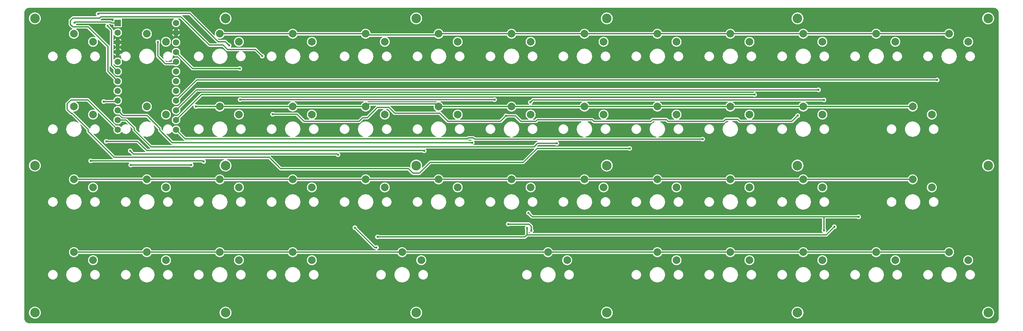
<source format=gtl>
G04 Layer: TopLayer*
G04 EasyEDA v6.3.22, 2020-02-17T18:37:01+01:00*
G04 8ef9b12feb67497680a1b9269dc6658d,26ee6207a3b842de9ca16fdba9f4f307,10*
G04 Gerber Generator version 0.2*
G04 Scale: 100 percent, Rotated: No, Reflected: No *
G04 Dimensions in millimeters *
G04 leading zeros omitted , absolute positions ,3 integer and 3 decimal *
%FSLAX33Y33*%
%MOMM*%
G90*
G71D02*

%ADD11C,0.299999*%
%ADD12C,0.610006*%
%ADD13C,1.651000*%
%ADD14R,1.651000X1.651000*%
%ADD15C,1.999996*%
%ADD16C,2.499995*%

%LPD*%
G36*
G01X253500Y82743D02*
G01X1499Y82743D01*
G01X1448Y82742D01*
G01X1397Y82739D01*
G01X1346Y82733D01*
G01X1295Y82726D01*
G01X1244Y82717D01*
G01X1194Y82705D01*
G01X1145Y82691D01*
G01X1096Y82676D01*
G01X1047Y82658D01*
G01X1000Y82638D01*
G01X953Y82617D01*
G01X908Y82593D01*
G01X863Y82568D01*
G01X819Y82540D01*
G01X777Y82512D01*
G01X736Y82481D01*
G01X696Y82448D01*
G01X657Y82414D01*
G01X620Y82379D01*
G01X585Y82342D01*
G01X551Y82303D01*
G01X518Y82263D01*
G01X488Y82222D01*
G01X459Y82180D01*
G01X431Y82136D01*
G01X406Y82091D01*
G01X382Y82046D01*
G01X361Y81999D01*
G01X341Y81952D01*
G01X323Y81903D01*
G01X308Y81854D01*
G01X294Y81805D01*
G01X283Y81755D01*
G01X273Y81704D01*
G01X266Y81653D01*
G01X260Y81602D01*
G01X257Y81551D01*
G01X256Y81500D01*
G01X256Y1499D01*
G01X257Y1448D01*
G01X260Y1397D01*
G01X266Y1346D01*
G01X273Y1295D01*
G01X283Y1244D01*
G01X294Y1194D01*
G01X308Y1145D01*
G01X323Y1096D01*
G01X341Y1047D01*
G01X361Y1000D01*
G01X382Y953D01*
G01X406Y908D01*
G01X431Y863D01*
G01X459Y819D01*
G01X488Y777D01*
G01X518Y736D01*
G01X551Y696D01*
G01X585Y657D01*
G01X620Y620D01*
G01X657Y585D01*
G01X696Y551D01*
G01X736Y518D01*
G01X777Y488D01*
G01X819Y459D01*
G01X863Y431D01*
G01X908Y406D01*
G01X953Y382D01*
G01X1000Y361D01*
G01X1047Y341D01*
G01X1096Y323D01*
G01X1145Y308D01*
G01X1194Y294D01*
G01X1244Y283D01*
G01X1295Y273D01*
G01X1346Y266D01*
G01X1397Y260D01*
G01X1448Y257D01*
G01X1499Y256D01*
G01X253500Y256D01*
G01X253551Y257D01*
G01X253602Y260D01*
G01X253653Y266D01*
G01X253704Y273D01*
G01X253755Y283D01*
G01X253805Y294D01*
G01X253854Y308D01*
G01X253903Y323D01*
G01X253952Y341D01*
G01X253999Y361D01*
G01X254046Y382D01*
G01X254091Y406D01*
G01X254136Y431D01*
G01X254180Y459D01*
G01X254222Y488D01*
G01X254263Y518D01*
G01X254303Y551D01*
G01X254342Y585D01*
G01X254379Y620D01*
G01X254414Y657D01*
G01X254448Y696D01*
G01X254481Y736D01*
G01X254511Y777D01*
G01X254540Y819D01*
G01X254568Y863D01*
G01X254593Y908D01*
G01X254617Y953D01*
G01X254638Y1000D01*
G01X254658Y1047D01*
G01X254676Y1096D01*
G01X254691Y1145D01*
G01X254705Y1194D01*
G01X254716Y1244D01*
G01X254726Y1295D01*
G01X254733Y1346D01*
G01X254739Y1397D01*
G01X254742Y1448D01*
G01X254743Y1499D01*
G01X254743Y81500D01*
G01X254742Y81551D01*
G01X254739Y81602D01*
G01X254733Y81653D01*
G01X254726Y81704D01*
G01X254716Y81755D01*
G01X254705Y81805D01*
G01X254691Y81854D01*
G01X254676Y81903D01*
G01X254658Y81952D01*
G01X254638Y81999D01*
G01X254617Y82046D01*
G01X254593Y82091D01*
G01X254568Y82136D01*
G01X254540Y82180D01*
G01X254511Y82222D01*
G01X254481Y82263D01*
G01X254448Y82303D01*
G01X254414Y82342D01*
G01X254379Y82379D01*
G01X254342Y82414D01*
G01X254303Y82448D01*
G01X254263Y82481D01*
G01X254222Y82512D01*
G01X254180Y82540D01*
G01X254136Y82568D01*
G01X254091Y82593D01*
G01X254046Y82617D01*
G01X253999Y82638D01*
G01X253952Y82658D01*
G01X253903Y82676D01*
G01X253854Y82691D01*
G01X253805Y82705D01*
G01X253755Y82717D01*
G01X253704Y82726D01*
G01X253653Y82733D01*
G01X253602Y82739D01*
G01X253551Y82742D01*
G01X253500Y82743D01*
G37*

%LPC*%
G36*
G01X207731Y61912D02*
G01X207695Y61913D01*
G01X207658Y61912D01*
G01X207621Y61908D01*
G01X207584Y61903D01*
G01X207548Y61895D01*
G01X207512Y61885D01*
G01X207477Y61872D01*
G01X207443Y61858D01*
G01X207409Y61841D01*
G01X207377Y61823D01*
G01X207346Y61802D01*
G01X207316Y61780D01*
G01X207302Y61771D01*
G01X207286Y61764D01*
G01X207270Y61759D01*
G01X207253Y61758D01*
G01X45234Y61758D01*
G01X45202Y61757D01*
G01X45170Y61753D01*
G01X45138Y61748D01*
G01X45107Y61740D01*
G01X45076Y61729D01*
G01X45046Y61717D01*
G01X45017Y61703D01*
G01X44990Y61686D01*
G01X44963Y61668D01*
G01X44938Y61647D01*
G01X44914Y61625D01*
G01X40334Y57045D01*
G01X40322Y57034D01*
G01X40308Y57026D01*
G01X40293Y57020D01*
G01X40278Y57016D01*
G01X40262Y57015D01*
G01X40246Y57016D01*
G01X40230Y57020D01*
G01X40181Y57035D01*
G01X40131Y57048D01*
G01X40081Y57058D01*
G01X40031Y57066D01*
G01X39980Y57072D01*
G01X39929Y57075D01*
G01X39878Y57077D01*
G01X39830Y57076D01*
G01X39782Y57072D01*
G01X39734Y57067D01*
G01X39687Y57060D01*
G01X39640Y57051D01*
G01X39593Y57040D01*
G01X39547Y57027D01*
G01X39502Y57012D01*
G01X39457Y56995D01*
G01X39413Y56976D01*
G01X39370Y56956D01*
G01X39327Y56933D01*
G01X39286Y56909D01*
G01X39246Y56883D01*
G01X39207Y56855D01*
G01X39169Y56826D01*
G01X39132Y56795D01*
G01X39097Y56763D01*
G01X39063Y56729D01*
G01X39031Y56694D01*
G01X39000Y56657D01*
G01X38971Y56619D01*
G01X38943Y56580D01*
G01X38917Y56540D01*
G01X38893Y56499D01*
G01X38870Y56456D01*
G01X38850Y56413D01*
G01X38831Y56369D01*
G01X38814Y56324D01*
G01X38799Y56279D01*
G01X38786Y56233D01*
G01X38775Y56186D01*
G01X38766Y56139D01*
G01X38759Y56092D01*
G01X38754Y56044D01*
G01X38751Y55996D01*
G01X38749Y55949D01*
G01X38751Y55901D01*
G01X38754Y55853D01*
G01X38759Y55805D01*
G01X38766Y55758D01*
G01X38775Y55711D01*
G01X38786Y55664D01*
G01X38799Y55618D01*
G01X38814Y55573D01*
G01X38831Y55528D01*
G01X38850Y55484D01*
G01X38870Y55441D01*
G01X38893Y55398D01*
G01X38917Y55357D01*
G01X38943Y55317D01*
G01X38971Y55278D01*
G01X39000Y55240D01*
G01X39031Y55203D01*
G01X39063Y55168D01*
G01X39097Y55134D01*
G01X39132Y55102D01*
G01X39169Y55071D01*
G01X39207Y55042D01*
G01X39246Y55014D01*
G01X39286Y54988D01*
G01X39327Y54964D01*
G01X39370Y54941D01*
G01X39413Y54921D01*
G01X39457Y54902D01*
G01X39502Y54885D01*
G01X39547Y54870D01*
G01X39593Y54857D01*
G01X39640Y54846D01*
G01X39687Y54837D01*
G01X39734Y54830D01*
G01X39782Y54825D01*
G01X39830Y54822D01*
G01X39878Y54820D01*
G01X39925Y54822D01*
G01X39973Y54825D01*
G01X40021Y54830D01*
G01X40068Y54837D01*
G01X40115Y54846D01*
G01X40162Y54857D01*
G01X40208Y54870D01*
G01X40253Y54885D01*
G01X40298Y54902D01*
G01X40342Y54921D01*
G01X40385Y54941D01*
G01X40428Y54964D01*
G01X40469Y54988D01*
G01X40509Y55014D01*
G01X40548Y55042D01*
G01X40586Y55071D01*
G01X40623Y55102D01*
G01X40658Y55134D01*
G01X40692Y55168D01*
G01X40724Y55203D01*
G01X40755Y55240D01*
G01X40784Y55278D01*
G01X40812Y55317D01*
G01X40838Y55357D01*
G01X40862Y55398D01*
G01X40885Y55441D01*
G01X40905Y55484D01*
G01X40924Y55528D01*
G01X40941Y55573D01*
G01X40956Y55618D01*
G01X40969Y55664D01*
G01X40980Y55711D01*
G01X40989Y55758D01*
G01X40996Y55805D01*
G01X41001Y55853D01*
G01X41004Y55901D01*
G01X41006Y55949D01*
G01X41004Y56000D01*
G01X41001Y56051D01*
G01X40995Y56102D01*
G01X40987Y56152D01*
G01X40977Y56202D01*
G01X40964Y56252D01*
G01X40949Y56301D01*
G01X40945Y56317D01*
G01X40944Y56333D01*
G01X40945Y56349D01*
G01X40949Y56364D01*
G01X40955Y56379D01*
G01X40963Y56393D01*
G01X40974Y56405D01*
G01X45392Y60823D01*
G01X45404Y60833D01*
G01X45418Y60842D01*
G01X45432Y60848D01*
G01X45448Y60852D01*
G01X45464Y60853D01*
G01X190795Y60853D01*
G01X190809Y60852D01*
G01X190824Y60849D01*
G01X190837Y60844D01*
G01X190850Y60837D01*
G01X190861Y60828D01*
G01X190872Y60818D01*
G01X190880Y60806D01*
G01X190887Y60793D01*
G01X190892Y60780D01*
G01X190895Y60766D01*
G01X190896Y60751D01*
G01X190895Y60736D01*
G01X190892Y60722D01*
G01X190887Y60708D01*
G01X190879Y60695D01*
G01X190870Y60683D01*
G01X190859Y60673D01*
G01X190847Y60664D01*
G01X190834Y60657D01*
G01X190820Y60653D01*
G01X190784Y60643D01*
G01X190749Y60630D01*
G01X190714Y60616D01*
G01X190681Y60599D01*
G01X190649Y60581D01*
G01X190618Y60560D01*
G01X190588Y60538D01*
G01X190574Y60529D01*
G01X190558Y60522D01*
G01X190541Y60517D01*
G01X190524Y60516D01*
G01X46532Y60516D01*
G01X46500Y60515D01*
G01X46468Y60511D01*
G01X46436Y60505D01*
G01X46405Y60497D01*
G01X46374Y60487D01*
G01X46344Y60475D01*
G01X46315Y60460D01*
G01X46288Y60444D01*
G01X46261Y60426D01*
G01X46236Y60405D01*
G01X46212Y60383D01*
G01X40334Y54505D01*
G01X40322Y54494D01*
G01X40308Y54486D01*
G01X40293Y54480D01*
G01X40278Y54476D01*
G01X40262Y54475D01*
G01X40246Y54476D01*
G01X40230Y54480D01*
G01X40181Y54495D01*
G01X40131Y54508D01*
G01X40081Y54518D01*
G01X40031Y54526D01*
G01X39980Y54532D01*
G01X39929Y54535D01*
G01X39878Y54537D01*
G01X39830Y54536D01*
G01X39782Y54532D01*
G01X39734Y54527D01*
G01X39687Y54520D01*
G01X39640Y54511D01*
G01X39593Y54500D01*
G01X39547Y54487D01*
G01X39502Y54472D01*
G01X39457Y54455D01*
G01X39413Y54436D01*
G01X39370Y54416D01*
G01X39327Y54393D01*
G01X39286Y54369D01*
G01X39246Y54343D01*
G01X39207Y54315D01*
G01X39169Y54286D01*
G01X39132Y54255D01*
G01X39097Y54223D01*
G01X39063Y54189D01*
G01X39031Y54154D01*
G01X39000Y54117D01*
G01X38971Y54079D01*
G01X38943Y54040D01*
G01X38917Y54000D01*
G01X38893Y53959D01*
G01X38870Y53916D01*
G01X38850Y53873D01*
G01X38831Y53829D01*
G01X38814Y53784D01*
G01X38799Y53739D01*
G01X38786Y53693D01*
G01X38775Y53646D01*
G01X38766Y53599D01*
G01X38759Y53552D01*
G01X38754Y53504D01*
G01X38751Y53456D01*
G01X38749Y53409D01*
G01X38751Y53361D01*
G01X38754Y53313D01*
G01X38759Y53265D01*
G01X38766Y53218D01*
G01X38775Y53171D01*
G01X38786Y53124D01*
G01X38799Y53078D01*
G01X38814Y53033D01*
G01X38831Y52988D01*
G01X38850Y52944D01*
G01X38870Y52901D01*
G01X38893Y52858D01*
G01X38917Y52817D01*
G01X38943Y52777D01*
G01X38971Y52738D01*
G01X39000Y52700D01*
G01X39031Y52663D01*
G01X39063Y52628D01*
G01X39097Y52594D01*
G01X39132Y52562D01*
G01X39169Y52531D01*
G01X39207Y52502D01*
G01X39246Y52474D01*
G01X39286Y52448D01*
G01X39327Y52424D01*
G01X39370Y52401D01*
G01X39413Y52381D01*
G01X39457Y52362D01*
G01X39502Y52345D01*
G01X39547Y52330D01*
G01X39593Y52317D01*
G01X39640Y52306D01*
G01X39687Y52297D01*
G01X39734Y52290D01*
G01X39782Y52285D01*
G01X39830Y52282D01*
G01X39878Y52280D01*
G01X39925Y52282D01*
G01X39973Y52285D01*
G01X40021Y52290D01*
G01X40068Y52297D01*
G01X40115Y52306D01*
G01X40162Y52317D01*
G01X40208Y52330D01*
G01X40253Y52345D01*
G01X40298Y52362D01*
G01X40342Y52381D01*
G01X40385Y52401D01*
G01X40428Y52424D01*
G01X40469Y52448D01*
G01X40509Y52474D01*
G01X40548Y52502D01*
G01X40586Y52531D01*
G01X40623Y52562D01*
G01X40658Y52594D01*
G01X40692Y52628D01*
G01X40724Y52663D01*
G01X40755Y52700D01*
G01X40784Y52738D01*
G01X40812Y52777D01*
G01X40838Y52817D01*
G01X40862Y52858D01*
G01X40885Y52901D01*
G01X40905Y52944D01*
G01X40924Y52988D01*
G01X40941Y53033D01*
G01X40956Y53078D01*
G01X40969Y53124D01*
G01X40980Y53171D01*
G01X40989Y53218D01*
G01X40996Y53265D01*
G01X41001Y53313D01*
G01X41004Y53361D01*
G01X41006Y53409D01*
G01X41004Y53460D01*
G01X41001Y53511D01*
G01X40995Y53562D01*
G01X40987Y53612D01*
G01X40977Y53662D01*
G01X40964Y53712D01*
G01X40949Y53761D01*
G01X40945Y53777D01*
G01X40944Y53793D01*
G01X40945Y53809D01*
G01X40949Y53824D01*
G01X40955Y53839D01*
G01X40963Y53853D01*
G01X40974Y53865D01*
G01X44308Y57199D01*
G01X44320Y57209D01*
G01X44334Y57218D01*
G01X44348Y57224D01*
G01X44364Y57227D01*
G01X44380Y57229D01*
G01X44394Y57228D01*
G01X44408Y57225D01*
G01X44422Y57220D01*
G01X44435Y57213D01*
G01X44446Y57204D01*
G01X44457Y57194D01*
G01X44465Y57182D01*
G01X44472Y57169D01*
G01X44477Y57156D01*
G01X44480Y57142D01*
G01X44481Y57127D01*
G01X44480Y57112D01*
G01X44477Y57098D01*
G01X44468Y57064D01*
G01X44461Y57029D01*
G01X44456Y56994D01*
G01X44453Y56959D01*
G01X44452Y56924D01*
G01X44453Y56889D01*
G01X44456Y56853D01*
G01X44461Y56818D01*
G01X44468Y56784D01*
G01X44477Y56750D01*
G01X44488Y56716D01*
G01X44501Y56683D01*
G01X44516Y56651D01*
G01X44533Y56620D01*
G01X44552Y56590D01*
G01X44572Y56561D01*
G01X44594Y56533D01*
G01X44617Y56507D01*
G01X44642Y56482D01*
G01X44669Y56458D01*
G01X44696Y56437D01*
G01X44725Y56416D01*
G01X44755Y56398D01*
G01X44786Y56381D01*
G01X44818Y56366D01*
G01X44851Y56353D01*
G01X44885Y56342D01*
G01X44919Y56333D01*
G01X44954Y56326D01*
G01X44989Y56320D01*
G01X45024Y56317D01*
G01X45059Y56316D01*
G01X45096Y56317D01*
G01X45133Y56321D01*
G01X45170Y56327D01*
G01X45206Y56335D01*
G01X45242Y56345D01*
G01X45277Y56357D01*
G01X45312Y56371D01*
G01X45345Y56388D01*
G01X45377Y56406D01*
G01X45408Y56427D01*
G01X45438Y56449D01*
G01X45452Y56459D01*
G01X45468Y56466D01*
G01X45485Y56470D01*
G01X45502Y56471D01*
G01X50010Y56471D01*
G01X50024Y56470D01*
G01X50039Y56467D01*
G01X50053Y56462D01*
G01X50065Y56455D01*
G01X50077Y56446D01*
G01X50087Y56435D01*
G01X50096Y56423D01*
G01X50103Y56410D01*
G01X50124Y56362D01*
G01X50148Y56315D01*
G01X50173Y56270D01*
G01X50201Y56225D01*
G01X50229Y56181D01*
G01X50260Y56139D01*
G01X50293Y56098D01*
G01X50327Y56058D01*
G01X50362Y56019D01*
G01X50399Y55983D01*
G01X50438Y55947D01*
G01X50478Y55913D01*
G01X50519Y55881D01*
G01X50561Y55850D01*
G01X50605Y55822D01*
G01X50650Y55795D01*
G01X50696Y55769D01*
G01X50743Y55746D01*
G01X50790Y55725D01*
G01X50839Y55705D01*
G01X50888Y55688D01*
G01X50938Y55672D01*
G01X50989Y55659D01*
G01X51040Y55647D01*
G01X51091Y55638D01*
G01X51143Y55630D01*
G01X51195Y55625D01*
G01X51248Y55622D01*
G01X51300Y55621D01*
G01X51352Y55622D01*
G01X51404Y55625D01*
G01X51457Y55630D01*
G01X51508Y55638D01*
G01X51560Y55647D01*
G01X51611Y55659D01*
G01X51662Y55672D01*
G01X51711Y55688D01*
G01X51761Y55705D01*
G01X51809Y55725D01*
G01X51857Y55746D01*
G01X51904Y55769D01*
G01X51950Y55795D01*
G01X51995Y55822D01*
G01X52038Y55850D01*
G01X52081Y55881D01*
G01X52122Y55913D01*
G01X52162Y55947D01*
G01X52201Y55983D01*
G01X52238Y56019D01*
G01X52273Y56058D01*
G01X52307Y56098D01*
G01X52340Y56139D01*
G01X52370Y56181D01*
G01X52399Y56225D01*
G01X52426Y56270D01*
G01X52452Y56315D01*
G01X52475Y56362D01*
G01X52497Y56410D01*
G01X52504Y56423D01*
G01X52512Y56435D01*
G01X52523Y56446D01*
G01X52534Y56455D01*
G01X52547Y56462D01*
G01X52561Y56467D01*
G01X52575Y56470D01*
G01X52590Y56471D01*
G01X69060Y56471D01*
G01X69074Y56470D01*
G01X69089Y56467D01*
G01X69103Y56462D01*
G01X69115Y56455D01*
G01X69127Y56446D01*
G01X69137Y56435D01*
G01X69146Y56423D01*
G01X69153Y56410D01*
G01X69174Y56362D01*
G01X69198Y56315D01*
G01X69223Y56270D01*
G01X69251Y56225D01*
G01X69279Y56181D01*
G01X69310Y56139D01*
G01X69343Y56098D01*
G01X69377Y56058D01*
G01X69412Y56019D01*
G01X69449Y55983D01*
G01X69488Y55947D01*
G01X69528Y55913D01*
G01X69569Y55881D01*
G01X69611Y55850D01*
G01X69655Y55822D01*
G01X69700Y55795D01*
G01X69746Y55769D01*
G01X69793Y55746D01*
G01X69840Y55725D01*
G01X69889Y55705D01*
G01X69938Y55688D01*
G01X69988Y55672D01*
G01X70039Y55659D01*
G01X70090Y55647D01*
G01X70141Y55638D01*
G01X70193Y55630D01*
G01X70245Y55625D01*
G01X70298Y55622D01*
G01X70350Y55621D01*
G01X70402Y55622D01*
G01X70454Y55625D01*
G01X70507Y55630D01*
G01X70558Y55638D01*
G01X70610Y55647D01*
G01X70661Y55659D01*
G01X70712Y55672D01*
G01X70761Y55688D01*
G01X70811Y55705D01*
G01X70859Y55725D01*
G01X70907Y55746D01*
G01X70954Y55769D01*
G01X71000Y55795D01*
G01X71045Y55822D01*
G01X71088Y55850D01*
G01X71131Y55881D01*
G01X71172Y55913D01*
G01X71212Y55947D01*
G01X71251Y55983D01*
G01X71288Y56019D01*
G01X71323Y56058D01*
G01X71357Y56098D01*
G01X71390Y56139D01*
G01X71420Y56181D01*
G01X71449Y56225D01*
G01X71476Y56270D01*
G01X71502Y56315D01*
G01X71525Y56362D01*
G01X71547Y56410D01*
G01X71554Y56423D01*
G01X71562Y56435D01*
G01X71573Y56446D01*
G01X71584Y56455D01*
G01X71597Y56462D01*
G01X71611Y56467D01*
G01X71625Y56470D01*
G01X71640Y56471D01*
G01X88110Y56471D01*
G01X88124Y56470D01*
G01X88139Y56467D01*
G01X88153Y56462D01*
G01X88165Y56455D01*
G01X88177Y56446D01*
G01X88187Y56435D01*
G01X88196Y56423D01*
G01X88203Y56410D01*
G01X88224Y56362D01*
G01X88248Y56315D01*
G01X88273Y56270D01*
G01X88301Y56225D01*
G01X88329Y56181D01*
G01X88360Y56139D01*
G01X88393Y56098D01*
G01X88427Y56058D01*
G01X88462Y56019D01*
G01X88499Y55983D01*
G01X88538Y55947D01*
G01X88578Y55913D01*
G01X88619Y55881D01*
G01X88661Y55850D01*
G01X88705Y55822D01*
G01X88750Y55795D01*
G01X88796Y55769D01*
G01X88843Y55746D01*
G01X88890Y55725D01*
G01X88939Y55705D01*
G01X88988Y55688D01*
G01X89038Y55672D01*
G01X89089Y55659D01*
G01X89140Y55647D01*
G01X89191Y55638D01*
G01X89243Y55630D01*
G01X89295Y55625D01*
G01X89348Y55622D01*
G01X89400Y55621D01*
G01X89452Y55622D01*
G01X89505Y55625D01*
G01X89557Y55630D01*
G01X89609Y55638D01*
G01X89660Y55647D01*
G01X89712Y55659D01*
G01X89762Y55672D01*
G01X89812Y55688D01*
G01X89862Y55705D01*
G01X89910Y55725D01*
G01X89958Y55747D01*
G01X90005Y55770D01*
G01X90051Y55795D01*
G01X90096Y55822D01*
G01X90140Y55851D01*
G01X90182Y55882D01*
G01X90224Y55914D01*
G01X90264Y55948D01*
G01X90302Y55984D01*
G01X90339Y56021D01*
G01X90375Y56060D01*
G01X90409Y56100D01*
G01X90441Y56141D01*
G01X90472Y56183D01*
G01X90501Y56227D01*
G01X90528Y56272D01*
G01X90553Y56318D01*
G01X90577Y56365D01*
G01X90598Y56413D01*
G01X90618Y56461D01*
G01X90635Y56511D01*
G01X90651Y56561D01*
G01X90665Y56612D01*
G01X90676Y56663D01*
G01X90686Y56714D01*
G01X90693Y56766D01*
G01X90698Y56819D01*
G01X90701Y56871D01*
G01X90702Y56923D01*
G01X90701Y56980D01*
G01X90697Y57037D01*
G01X90697Y57045D01*
G01X90698Y57060D01*
G01X90701Y57074D01*
G01X90706Y57088D01*
G01X90713Y57100D01*
G01X90722Y57112D01*
G01X90732Y57122D01*
G01X90744Y57131D01*
G01X90756Y57138D01*
G01X90770Y57143D01*
G01X90784Y57146D01*
G01X90799Y57147D01*
G01X92037Y57147D01*
G01X92052Y57146D01*
G01X92066Y57143D01*
G01X92079Y57138D01*
G01X92092Y57131D01*
G01X92104Y57122D01*
G01X92114Y57112D01*
G01X92123Y57100D01*
G01X92130Y57088D01*
G01X92135Y57074D01*
G01X92138Y57060D01*
G01X92139Y57045D01*
G01X92138Y57030D01*
G01X92134Y57014D01*
G01X92128Y56999D01*
G01X92119Y56986D01*
G01X92109Y56974D01*
G01X89623Y54485D01*
G01X89611Y54475D01*
G01X89597Y54466D01*
G01X89583Y54460D01*
G01X89567Y54457D01*
G01X89551Y54455D01*
G01X88628Y54455D01*
G01X88595Y54454D01*
G01X88563Y54451D01*
G01X88532Y54445D01*
G01X88500Y54437D01*
G01X88470Y54427D01*
G01X88440Y54415D01*
G01X88411Y54400D01*
G01X88383Y54384D01*
G01X88357Y54365D01*
G01X88332Y54345D01*
G01X88308Y54323D01*
G01X87523Y53540D01*
G01X87511Y53530D01*
G01X87497Y53522D01*
G01X87483Y53515D01*
G01X87467Y53512D01*
G01X87451Y53511D01*
G01X76060Y53511D01*
G01X76045Y53512D01*
G01X76031Y53515D01*
G01X76018Y53520D01*
G01X76005Y53527D01*
G01X75993Y53535D01*
G01X75983Y53546D01*
G01X75974Y53557D01*
G01X75967Y53570D01*
G01X75962Y53583D01*
G01X75959Y53598D01*
G01X75958Y53612D01*
G01X75959Y53627D01*
G01X75963Y53642D01*
G01X75968Y53656D01*
G01X75976Y53669D01*
G01X75985Y53681D01*
G01X75996Y53691D01*
G01X76008Y53700D01*
G01X76053Y53727D01*
G01X76096Y53756D01*
G01X76138Y53787D01*
G01X76179Y53819D01*
G01X76219Y53853D01*
G01X76257Y53889D01*
G01X76293Y53926D01*
G01X76329Y53964D01*
G01X76362Y54004D01*
G01X76394Y54045D01*
G01X76425Y54088D01*
G01X76453Y54131D01*
G01X76480Y54176D01*
G01X76505Y54222D01*
G01X76528Y54268D01*
G01X76549Y54316D01*
G01X76569Y54364D01*
G01X76586Y54414D01*
G01X76602Y54463D01*
G01X76615Y54514D01*
G01X76626Y54565D01*
G01X76636Y54616D01*
G01X76643Y54668D01*
G01X76648Y54719D01*
G01X76651Y54771D01*
G01X76652Y54824D01*
G01X76651Y54876D01*
G01X76648Y54928D01*
G01X76643Y54981D01*
G01X76636Y55032D01*
G01X76626Y55084D01*
G01X76615Y55135D01*
G01X76601Y55186D01*
G01X76585Y55236D01*
G01X76568Y55285D01*
G01X76548Y55334D01*
G01X76527Y55382D01*
G01X76503Y55429D01*
G01X76478Y55475D01*
G01X76451Y55520D01*
G01X76422Y55563D01*
G01X76391Y55606D01*
G01X76359Y55647D01*
G01X76325Y55687D01*
G01X76289Y55726D01*
G01X76252Y55763D01*
G01X76214Y55798D01*
G01X76174Y55832D01*
G01X76132Y55865D01*
G01X76090Y55895D01*
G01X76046Y55924D01*
G01X76001Y55952D01*
G01X75955Y55977D01*
G01X75908Y56000D01*
G01X75860Y56022D01*
G01X75812Y56041D01*
G01X75762Y56059D01*
G01X75712Y56075D01*
G01X75662Y56088D01*
G01X75610Y56100D01*
G01X75559Y56109D01*
G01X75507Y56117D01*
G01X75455Y56122D01*
G01X75402Y56125D01*
G01X75350Y56126D01*
G01X75297Y56125D01*
G01X75245Y56122D01*
G01X75193Y56117D01*
G01X75141Y56109D01*
G01X75089Y56100D01*
G01X75038Y56088D01*
G01X74987Y56075D01*
G01X74937Y56059D01*
G01X74888Y56041D01*
G01X74839Y56022D01*
G01X74791Y56000D01*
G01X74745Y55977D01*
G01X74699Y55952D01*
G01X74654Y55924D01*
G01X74610Y55895D01*
G01X74567Y55865D01*
G01X74526Y55832D01*
G01X74486Y55798D01*
G01X74448Y55763D01*
G01X74410Y55726D01*
G01X74375Y55687D01*
G01X74341Y55647D01*
G01X74309Y55606D01*
G01X74278Y55563D01*
G01X74249Y55520D01*
G01X74222Y55475D01*
G01X74197Y55429D01*
G01X74173Y55382D01*
G01X74152Y55334D01*
G01X74132Y55285D01*
G01X74114Y55236D01*
G01X74099Y55186D01*
G01X74085Y55135D01*
G01X74074Y55084D01*
G01X74064Y55032D01*
G01X74057Y54981D01*
G01X74052Y54928D01*
G01X74048Y54876D01*
G01X74047Y54824D01*
G01X74048Y54771D01*
G01X74052Y54719D01*
G01X74057Y54668D01*
G01X74064Y54616D01*
G01X74073Y54565D01*
G01X74085Y54514D01*
G01X74098Y54463D01*
G01X74114Y54414D01*
G01X74131Y54364D01*
G01X74150Y54316D01*
G01X74172Y54268D01*
G01X74195Y54222D01*
G01X74220Y54176D01*
G01X74247Y54131D01*
G01X74275Y54088D01*
G01X74305Y54045D01*
G01X74337Y54004D01*
G01X74371Y53964D01*
G01X74406Y53926D01*
G01X74443Y53889D01*
G01X74481Y53853D01*
G01X74521Y53819D01*
G01X74561Y53787D01*
G01X74604Y53756D01*
G01X74647Y53727D01*
G01X74691Y53700D01*
G01X74704Y53691D01*
G01X74715Y53681D01*
G01X74724Y53669D01*
G01X74732Y53656D01*
G01X74737Y53642D01*
G01X74740Y53627D01*
G01X74742Y53612D01*
G01X74741Y53598D01*
G01X74737Y53583D01*
G01X74732Y53570D01*
G01X74725Y53557D01*
G01X74717Y53546D01*
G01X74707Y53535D01*
G01X74695Y53527D01*
G01X74682Y53520D01*
G01X74669Y53515D01*
G01X74654Y53512D01*
G01X74640Y53511D01*
G01X73544Y53511D01*
G01X73528Y53512D01*
G01X73512Y53515D01*
G01X73497Y53522D01*
G01X73484Y53530D01*
G01X73472Y53540D01*
G01X71772Y55240D01*
G01X71749Y55262D01*
G01X71723Y55282D01*
G01X71697Y55300D01*
G01X71669Y55317D01*
G01X71640Y55331D01*
G01X71610Y55344D01*
G01X71580Y55354D01*
G01X71548Y55362D01*
G01X71517Y55368D01*
G01X71485Y55371D01*
G01X71452Y55372D01*
G01X65550Y55372D01*
G01X65533Y55374D01*
G01X65516Y55378D01*
G01X65501Y55385D01*
G01X65486Y55395D01*
G01X65457Y55417D01*
G01X65426Y55437D01*
G01X65393Y55456D01*
G01X65360Y55472D01*
G01X65326Y55487D01*
G01X65291Y55499D01*
G01X65255Y55509D01*
G01X65218Y55517D01*
G01X65182Y55523D01*
G01X65145Y55526D01*
G01X65107Y55527D01*
G01X65072Y55526D01*
G01X65037Y55523D01*
G01X65002Y55518D01*
G01X64967Y55511D01*
G01X64933Y55502D01*
G01X64900Y55491D01*
G01X64867Y55478D01*
G01X64835Y55463D01*
G01X64804Y55446D01*
G01X64773Y55427D01*
G01X64745Y55407D01*
G01X64717Y55385D01*
G01X64690Y55362D01*
G01X64665Y55337D01*
G01X64642Y55310D01*
G01X64620Y55283D01*
G01X64600Y55254D01*
G01X64581Y55224D01*
G01X64564Y55192D01*
G01X64549Y55160D01*
G01X64536Y55128D01*
G01X64525Y55094D01*
G01X64516Y55060D01*
G01X64509Y55025D01*
G01X64504Y54990D01*
G01X64501Y54955D01*
G01X64500Y54920D01*
G01X64501Y54884D01*
G01X64504Y54849D01*
G01X64509Y54814D01*
G01X64516Y54780D01*
G01X64525Y54746D01*
G01X64536Y54712D01*
G01X64549Y54679D01*
G01X64564Y54647D01*
G01X64581Y54616D01*
G01X64600Y54586D01*
G01X64620Y54557D01*
G01X64642Y54529D01*
G01X64665Y54503D01*
G01X64690Y54478D01*
G01X64717Y54454D01*
G01X64773Y54412D01*
G01X64804Y54394D01*
G01X64835Y54377D01*
G01X64867Y54362D01*
G01X64900Y54349D01*
G01X64933Y54338D01*
G01X64967Y54329D01*
G01X65002Y54322D01*
G01X65037Y54316D01*
G01X65072Y54313D01*
G01X65107Y54312D01*
G01X65145Y54313D01*
G01X65182Y54317D01*
G01X65218Y54323D01*
G01X65255Y54330D01*
G01X65291Y54341D01*
G01X65326Y54353D01*
G01X65360Y54367D01*
G01X65393Y54384D01*
G01X65426Y54402D01*
G01X65457Y54423D01*
G01X65486Y54445D01*
G01X65501Y54455D01*
G01X65516Y54462D01*
G01X65533Y54466D01*
G01X65550Y54467D01*
G01X71223Y54467D01*
G01X71239Y54466D01*
G01X71254Y54462D01*
G01X71269Y54456D01*
G01X71282Y54448D01*
G01X71295Y54438D01*
G01X72994Y52738D01*
G01X73018Y52716D01*
G01X73043Y52696D01*
G01X73069Y52677D01*
G01X73097Y52661D01*
G01X73126Y52646D01*
G01X73156Y52634D01*
G01X73187Y52624D01*
G01X73218Y52616D01*
G01X73250Y52610D01*
G01X73282Y52607D01*
G01X73314Y52605D01*
G01X87680Y52605D01*
G01X87713Y52607D01*
G01X87745Y52610D01*
G01X87776Y52616D01*
G01X87808Y52624D01*
G01X87838Y52634D01*
G01X87868Y52646D01*
G01X87897Y52661D01*
G01X87925Y52677D01*
G01X87951Y52695D01*
G01X87976Y52716D01*
G01X88000Y52738D01*
G01X88785Y53521D01*
G01X88797Y53531D01*
G01X88811Y53539D01*
G01X88825Y53545D01*
G01X88841Y53549D01*
G01X88857Y53550D01*
G01X89781Y53550D01*
G01X89813Y53552D01*
G01X89845Y53555D01*
G01X89877Y53561D01*
G01X89908Y53569D01*
G01X89939Y53579D01*
G01X89969Y53591D01*
G01X89998Y53606D01*
G01X90026Y53622D01*
G01X90052Y53641D01*
G01X90077Y53661D01*
G01X90101Y53683D01*
G01X92631Y56216D01*
G01X92643Y56226D01*
G01X92657Y56234D01*
G01X92672Y56240D01*
G01X92687Y56244D01*
G01X92703Y56245D01*
G01X93922Y56245D01*
G01X93936Y56244D01*
G01X93950Y56241D01*
G01X93964Y56236D01*
G01X93977Y56229D01*
G01X93988Y56220D01*
G01X93998Y56210D01*
G01X94007Y56199D01*
G01X94014Y56186D01*
G01X94019Y56172D01*
G01X94022Y56158D01*
G01X94023Y56144D01*
G01X94022Y56128D01*
G01X94018Y56113D01*
G01X94013Y56099D01*
G01X94005Y56085D01*
G01X93995Y56073D01*
G01X93983Y56063D01*
G01X93970Y56055D01*
G01X93956Y56048D01*
G01X93907Y56029D01*
G01X93858Y56008D01*
G01X93810Y55985D01*
G01X93763Y55960D01*
G01X93717Y55933D01*
G01X93673Y55904D01*
G01X93629Y55874D01*
G01X93587Y55841D01*
G01X93546Y55807D01*
G01X93507Y55772D01*
G01X93469Y55735D01*
G01X93433Y55696D01*
G01X93398Y55656D01*
G01X93365Y55614D01*
G01X93333Y55571D01*
G01X93304Y55527D01*
G01X93276Y55482D01*
G01X93250Y55436D01*
G01X93226Y55388D01*
G01X93204Y55340D01*
G01X93184Y55291D01*
G01X93166Y55241D01*
G01X93150Y55190D01*
G01X93136Y55139D01*
G01X93124Y55087D01*
G01X93115Y55035D01*
G01X93107Y54982D01*
G01X93102Y54930D01*
G01X93098Y54877D01*
G01X93097Y54824D01*
G01X93098Y54771D01*
G01X93102Y54719D01*
G01X93107Y54667D01*
G01X93114Y54615D01*
G01X93124Y54563D01*
G01X93135Y54512D01*
G01X93149Y54461D01*
G01X93164Y54411D01*
G01X93182Y54362D01*
G01X93202Y54313D01*
G01X93223Y54265D01*
G01X93247Y54218D01*
G01X93272Y54172D01*
G01X93299Y54127D01*
G01X93328Y54084D01*
G01X93359Y54041D01*
G01X93391Y54000D01*
G01X93425Y53960D01*
G01X93460Y53921D01*
G01X93498Y53884D01*
G01X93536Y53849D01*
G01X93576Y53815D01*
G01X93617Y53782D01*
G01X93660Y53752D01*
G01X93704Y53723D01*
G01X93749Y53696D01*
G01X93795Y53670D01*
G01X93841Y53647D01*
G01X93889Y53625D01*
G01X93938Y53606D01*
G01X93987Y53588D01*
G01X94037Y53572D01*
G01X94088Y53559D01*
G01X94139Y53547D01*
G01X94191Y53538D01*
G01X94243Y53531D01*
G01X94295Y53525D01*
G01X94347Y53522D01*
G01X94400Y53521D01*
G01X94452Y53522D01*
G01X94505Y53525D01*
G01X94557Y53531D01*
G01X94609Y53538D01*
G01X94660Y53547D01*
G01X94712Y53559D01*
G01X94762Y53572D01*
G01X94812Y53588D01*
G01X94862Y53606D01*
G01X94910Y53625D01*
G01X94958Y53647D01*
G01X95005Y53670D01*
G01X95051Y53696D01*
G01X95096Y53723D01*
G01X95140Y53752D01*
G01X95182Y53782D01*
G01X95224Y53815D01*
G01X95264Y53849D01*
G01X95302Y53884D01*
G01X95339Y53921D01*
G01X95375Y53960D01*
G01X95409Y54000D01*
G01X95441Y54041D01*
G01X95472Y54084D01*
G01X95501Y54127D01*
G01X95528Y54172D01*
G01X95553Y54218D01*
G01X95577Y54265D01*
G01X95598Y54313D01*
G01X95618Y54362D01*
G01X95635Y54411D01*
G01X95651Y54461D01*
G01X95665Y54512D01*
G01X95676Y54563D01*
G01X95686Y54615D01*
G01X95693Y54667D01*
G01X95698Y54719D01*
G01X95701Y54771D01*
G01X95702Y54824D01*
G01X95701Y54877D01*
G01X95698Y54930D01*
G01X95693Y54982D01*
G01X95685Y55035D01*
G01X95675Y55087D01*
G01X95664Y55139D01*
G01X95650Y55190D01*
G01X95634Y55241D01*
G01X95616Y55291D01*
G01X95596Y55340D01*
G01X95574Y55388D01*
G01X95550Y55436D01*
G01X95524Y55482D01*
G01X95496Y55527D01*
G01X95466Y55571D01*
G01X95435Y55614D01*
G01X95402Y55656D01*
G01X95367Y55696D01*
G01X95331Y55735D01*
G01X95293Y55772D01*
G01X95253Y55807D01*
G01X95213Y55841D01*
G01X95170Y55874D01*
G01X95127Y55904D01*
G01X95082Y55933D01*
G01X95036Y55960D01*
G01X94990Y55985D01*
G01X94942Y56008D01*
G01X94893Y56029D01*
G01X94844Y56048D01*
G01X94829Y56055D01*
G01X94816Y56063D01*
G01X94805Y56073D01*
G01X94795Y56085D01*
G01X94787Y56099D01*
G01X94781Y56113D01*
G01X94778Y56128D01*
G01X94777Y56144D01*
G01X94778Y56158D01*
G01X94781Y56172D01*
G01X94786Y56186D01*
G01X94793Y56199D01*
G01X94801Y56210D01*
G01X94812Y56220D01*
G01X94823Y56229D01*
G01X94836Y56236D01*
G01X94850Y56241D01*
G01X94864Y56244D01*
G01X94878Y56245D01*
G01X95246Y56245D01*
G01X95262Y56244D01*
G01X95277Y56240D01*
G01X95292Y56234D01*
G01X95306Y56226D01*
G01X95318Y56216D01*
G01X96682Y54851D01*
G01X96706Y54829D01*
G01X96731Y54809D01*
G01X96757Y54791D01*
G01X96785Y54774D01*
G01X96814Y54760D01*
G01X96844Y54747D01*
G01X96875Y54737D01*
G01X96906Y54729D01*
G01X96938Y54723D01*
G01X96970Y54720D01*
G01X97002Y54719D01*
G01X108573Y54719D01*
G01X108589Y54718D01*
G01X108605Y54714D01*
G01X108619Y54708D01*
G01X108633Y54699D01*
G01X108645Y54689D01*
G01X110599Y52733D01*
G01X110622Y52711D01*
G01X110647Y52691D01*
G01X110674Y52672D01*
G01X110702Y52656D01*
G01X110731Y52641D01*
G01X110761Y52629D01*
G01X110791Y52619D01*
G01X110822Y52611D01*
G01X110854Y52605D01*
G01X110886Y52602D01*
G01X110919Y52600D01*
G01X124617Y52600D01*
G01X124649Y52602D01*
G01X124681Y52605D01*
G01X124713Y52611D01*
G01X124744Y52619D01*
G01X124775Y52629D01*
G01X124805Y52641D01*
G01X124834Y52656D01*
G01X124862Y52672D01*
G01X124888Y52691D01*
G01X124913Y52711D01*
G01X124937Y52733D01*
G01X126062Y53858D01*
G01X126075Y53869D01*
G01X126089Y53877D01*
G01X126105Y53883D01*
G01X126122Y53887D01*
G01X126160Y53892D01*
G01X126197Y53900D01*
G01X126234Y53910D01*
G01X126269Y53922D01*
G01X126305Y53937D01*
G01X126339Y53954D01*
G01X126372Y53972D01*
G01X126403Y53993D01*
G01X126434Y54016D01*
G01X126448Y54025D01*
G01X126464Y54032D01*
G01X126480Y54037D01*
G01X126497Y54038D01*
G01X128304Y54038D01*
G01X128320Y54037D01*
G01X128335Y54033D01*
G01X128350Y54027D01*
G01X128364Y54019D01*
G01X128376Y54008D01*
G01X129649Y52733D01*
G01X129672Y52711D01*
G01X129697Y52691D01*
G01X129724Y52672D01*
G01X129752Y52656D01*
G01X129781Y52641D01*
G01X129810Y52629D01*
G01X129841Y52619D01*
G01X129872Y52611D01*
G01X129904Y52605D01*
G01X129936Y52602D01*
G01X129969Y52600D01*
G01X133830Y52600D01*
G01X133862Y52602D01*
G01X133894Y52605D01*
G01X133926Y52611D01*
G01X133957Y52619D01*
G01X133988Y52629D01*
G01X134018Y52641D01*
G01X134046Y52656D01*
G01X134074Y52672D01*
G01X134101Y52691D01*
G01X134126Y52711D01*
G01X134150Y52733D01*
G01X134411Y52995D01*
G01X134424Y53005D01*
G01X134437Y53014D01*
G01X134452Y53020D01*
G01X134467Y53023D01*
G01X134483Y53025D01*
G01X145645Y53025D01*
G01X145659Y53024D01*
G01X145673Y53020D01*
G01X145687Y53015D01*
G01X145700Y53008D01*
G01X145711Y53000D01*
G01X145722Y52990D01*
G01X145730Y52978D01*
G01X145737Y52965D01*
G01X145742Y52952D01*
G01X145745Y52937D01*
G01X145746Y52923D01*
G01X145745Y52907D01*
G01X145741Y52891D01*
G01X145735Y52876D01*
G01X145726Y52862D01*
G01X145715Y52850D01*
G01X145703Y52839D01*
G01X145688Y52831D01*
G01X145631Y52803D01*
G01X145574Y52772D01*
G01X145518Y52740D01*
G01X145464Y52706D01*
G01X145410Y52670D01*
G01X145358Y52632D01*
G01X145307Y52593D01*
G01X145257Y52552D01*
G01X145208Y52510D01*
G01X145161Y52466D01*
G01X145115Y52421D01*
G01X145071Y52374D01*
G01X145028Y52326D01*
G01X144987Y52276D01*
G01X144948Y52225D01*
G01X144910Y52173D01*
G01X144874Y52119D01*
G01X144840Y52065D01*
G01X144807Y52009D01*
G01X144776Y51953D01*
G01X144747Y51895D01*
G01X144720Y51837D01*
G01X144695Y51778D01*
G01X144671Y51718D01*
G01X144650Y51657D01*
G01X144631Y51595D01*
G01X144613Y51533D01*
G01X144598Y51471D01*
G01X144585Y51408D01*
G01X144573Y51344D01*
G01X144564Y51280D01*
G01X144557Y51216D01*
G01X144551Y51152D01*
G01X144548Y51088D01*
G01X144547Y51023D01*
G01X144548Y50960D01*
G01X144551Y50896D01*
G01X144557Y50832D01*
G01X144564Y50769D01*
G01X144573Y50705D01*
G01X144584Y50643D01*
G01X144597Y50580D01*
G01X144612Y50518D01*
G01X144629Y50456D01*
G01X144648Y50395D01*
G01X144669Y50335D01*
G01X144692Y50275D01*
G01X144717Y50217D01*
G01X144744Y50159D01*
G01X144772Y50101D01*
G01X144803Y50045D01*
G01X144835Y49990D01*
G01X144868Y49936D01*
G01X144904Y49883D01*
G01X144941Y49831D01*
G01X144980Y49780D01*
G01X145021Y49731D01*
G01X145063Y49683D01*
G01X145106Y49636D01*
G01X145151Y49590D01*
G01X145245Y49504D01*
G01X145294Y49463D01*
G01X145345Y49424D01*
G01X145396Y49386D01*
G01X145449Y49351D01*
G01X145503Y49316D01*
G01X145558Y49284D01*
G01X145614Y49253D01*
G01X145671Y49224D01*
G01X145729Y49197D01*
G01X145788Y49172D01*
G01X145847Y49148D01*
G01X145907Y49127D01*
G01X145968Y49107D01*
G01X146029Y49090D01*
G01X146091Y49074D01*
G01X146154Y49060D01*
G01X146217Y49049D01*
G01X146232Y49045D01*
G01X146247Y49039D01*
G01X146260Y49030D01*
G01X146272Y49020D01*
G01X146282Y49008D01*
G01X146290Y48994D01*
G01X146296Y48980D01*
G01X146300Y48964D01*
G01X146301Y48949D01*
G01X146300Y48934D01*
G01X146297Y48920D01*
G01X146292Y48906D01*
G01X146285Y48894D01*
G01X146276Y48882D01*
G01X146266Y48872D01*
G01X146255Y48863D01*
G01X146242Y48856D01*
G01X146228Y48851D01*
G01X146214Y48848D01*
G01X146200Y48847D01*
G01X127850Y48847D01*
G01X127836Y48848D01*
G01X127821Y48851D01*
G01X127808Y48856D01*
G01X127795Y48863D01*
G01X127784Y48872D01*
G01X127773Y48882D01*
G01X127765Y48894D01*
G01X127758Y48906D01*
G01X127753Y48920D01*
G01X127750Y48934D01*
G01X127748Y48949D01*
G01X127750Y48964D01*
G01X127753Y48980D01*
G01X127759Y48994D01*
G01X127768Y49008D01*
G01X127778Y49020D01*
G01X127790Y49030D01*
G01X127803Y49039D01*
G01X127818Y49045D01*
G01X127833Y49049D01*
G01X127896Y49060D01*
G01X127958Y49074D01*
G01X128020Y49090D01*
G01X128082Y49107D01*
G01X128143Y49127D01*
G01X128203Y49148D01*
G01X128262Y49172D01*
G01X128321Y49197D01*
G01X128379Y49224D01*
G01X128436Y49253D01*
G01X128492Y49284D01*
G01X128547Y49316D01*
G01X128601Y49351D01*
G01X128653Y49386D01*
G01X128705Y49424D01*
G01X128755Y49463D01*
G01X128804Y49504D01*
G01X128852Y49547D01*
G01X128899Y49590D01*
G01X128944Y49636D01*
G01X128987Y49683D01*
G01X129029Y49731D01*
G01X129070Y49780D01*
G01X129109Y49831D01*
G01X129146Y49883D01*
G01X129181Y49936D01*
G01X129215Y49990D01*
G01X129247Y50045D01*
G01X129278Y50101D01*
G01X129306Y50159D01*
G01X129333Y50217D01*
G01X129357Y50275D01*
G01X129380Y50335D01*
G01X129401Y50395D01*
G01X129420Y50456D01*
G01X129438Y50518D01*
G01X129453Y50580D01*
G01X129466Y50643D01*
G01X129477Y50705D01*
G01X129486Y50769D01*
G01X129493Y50832D01*
G01X129498Y50896D01*
G01X129501Y50960D01*
G01X129502Y51023D01*
G01X129501Y51088D01*
G01X129498Y51152D01*
G01X129493Y51216D01*
G01X129486Y51280D01*
G01X129477Y51343D01*
G01X129465Y51406D01*
G01X129452Y51469D01*
G01X129437Y51531D01*
G01X129420Y51593D01*
G01X129400Y51654D01*
G01X129379Y51715D01*
G01X129356Y51775D01*
G01X129331Y51834D01*
G01X129304Y51892D01*
G01X129275Y51950D01*
G01X129245Y52006D01*
G01X129212Y52062D01*
G01X129178Y52116D01*
G01X129142Y52169D01*
G01X129105Y52221D01*
G01X129066Y52272D01*
G01X129025Y52322D01*
G01X128982Y52370D01*
G01X128938Y52417D01*
G01X128893Y52462D01*
G01X128846Y52506D01*
G01X128798Y52548D01*
G01X128748Y52589D01*
G01X128698Y52628D01*
G01X128646Y52666D01*
G01X128592Y52702D01*
G01X128538Y52736D01*
G01X128483Y52768D01*
G01X128426Y52799D01*
G01X128369Y52828D01*
G01X128310Y52855D01*
G01X128251Y52880D01*
G01X128191Y52903D01*
G01X128131Y52924D01*
G01X128070Y52943D01*
G01X128008Y52960D01*
G01X127945Y52976D01*
G01X127883Y52989D01*
G01X127819Y53000D01*
G01X127756Y53010D01*
G01X127692Y53017D01*
G01X127628Y53022D01*
G01X127564Y53025D01*
G01X127500Y53026D01*
G01X127436Y53025D01*
G01X127372Y53022D01*
G01X127308Y53017D01*
G01X127244Y53010D01*
G01X127180Y53000D01*
G01X127117Y52989D01*
G01X127054Y52976D01*
G01X126992Y52960D01*
G01X126930Y52943D01*
G01X126869Y52924D01*
G01X126808Y52903D01*
G01X126748Y52880D01*
G01X126689Y52855D01*
G01X126631Y52828D01*
G01X126574Y52799D01*
G01X126517Y52768D01*
G01X126462Y52736D01*
G01X126407Y52702D01*
G01X126354Y52666D01*
G01X126302Y52628D01*
G01X126251Y52589D01*
G01X126202Y52548D01*
G01X126154Y52506D01*
G01X126107Y52462D01*
G01X126061Y52417D01*
G01X126017Y52370D01*
G01X125975Y52322D01*
G01X125934Y52272D01*
G01X125895Y52221D01*
G01X125857Y52169D01*
G01X125822Y52116D01*
G01X125787Y52062D01*
G01X125755Y52006D01*
G01X125724Y51950D01*
G01X125696Y51892D01*
G01X125669Y51834D01*
G01X125644Y51775D01*
G01X125621Y51715D01*
G01X125599Y51654D01*
G01X125580Y51593D01*
G01X125563Y51531D01*
G01X125548Y51469D01*
G01X125534Y51406D01*
G01X125523Y51343D01*
G01X125514Y51280D01*
G01X125507Y51216D01*
G01X125501Y51152D01*
G01X125498Y51088D01*
G01X125497Y51023D01*
G01X125498Y50960D01*
G01X125501Y50896D01*
G01X125507Y50832D01*
G01X125514Y50769D01*
G01X125523Y50705D01*
G01X125534Y50643D01*
G01X125547Y50580D01*
G01X125562Y50518D01*
G01X125579Y50456D01*
G01X125598Y50395D01*
G01X125619Y50335D01*
G01X125642Y50275D01*
G01X125667Y50217D01*
G01X125694Y50159D01*
G01X125722Y50101D01*
G01X125753Y50045D01*
G01X125785Y49990D01*
G01X125818Y49936D01*
G01X125854Y49883D01*
G01X125891Y49831D01*
G01X125930Y49780D01*
G01X125971Y49731D01*
G01X126013Y49683D01*
G01X126056Y49636D01*
G01X126101Y49590D01*
G01X126195Y49504D01*
G01X126244Y49463D01*
G01X126295Y49424D01*
G01X126346Y49386D01*
G01X126399Y49351D01*
G01X126453Y49316D01*
G01X126508Y49284D01*
G01X126564Y49253D01*
G01X126621Y49224D01*
G01X126679Y49197D01*
G01X126738Y49172D01*
G01X126797Y49148D01*
G01X126857Y49127D01*
G01X126918Y49107D01*
G01X126979Y49090D01*
G01X127041Y49074D01*
G01X127104Y49060D01*
G01X127167Y49049D01*
G01X127182Y49045D01*
G01X127197Y49039D01*
G01X127210Y49030D01*
G01X127222Y49020D01*
G01X127232Y49008D01*
G01X127240Y48994D01*
G01X127246Y48980D01*
G01X127250Y48964D01*
G01X127251Y48949D01*
G01X127250Y48934D01*
G01X127247Y48920D01*
G01X127242Y48906D01*
G01X127235Y48894D01*
G01X127226Y48882D01*
G01X127216Y48872D01*
G01X127205Y48863D01*
G01X127192Y48856D01*
G01X127178Y48851D01*
G01X127164Y48848D01*
G01X127150Y48847D01*
G01X118044Y48847D01*
G01X118028Y48848D01*
G01X118013Y48852D01*
G01X117998Y48858D01*
G01X117985Y48866D01*
G01X117973Y48877D01*
G01X117812Y49037D01*
G01X117789Y49059D01*
G01X117763Y49079D01*
G01X117737Y49098D01*
G01X117709Y49114D01*
G01X117680Y49129D01*
G01X117650Y49141D01*
G01X117620Y49151D01*
G01X117588Y49159D01*
G01X117557Y49165D01*
G01X117525Y49168D01*
G01X117492Y49170D01*
G01X116227Y49170D01*
G01X116195Y49168D01*
G01X116162Y49165D01*
G01X116130Y49159D01*
G01X116099Y49151D01*
G01X116068Y49141D01*
G01X116038Y49128D01*
G01X116009Y49113D01*
G01X115981Y49097D01*
G01X115954Y49078D01*
G01X115929Y49057D01*
G01X115905Y49035D01*
G01X115875Y49004D01*
G01X115863Y48994D01*
G01X115849Y48985D01*
G01X115834Y48979D01*
G01X115819Y48975D01*
G01X115803Y48974D01*
G01X109246Y48974D01*
G01X109231Y48975D01*
G01X109217Y48978D01*
G01X109204Y48983D01*
G01X109191Y48990D01*
G01X109179Y48999D01*
G01X109169Y49009D01*
G01X109160Y49021D01*
G01X109153Y49033D01*
G01X109148Y49047D01*
G01X109145Y49061D01*
G01X109144Y49076D01*
G01X109145Y49091D01*
G01X109149Y49105D01*
G01X109154Y49119D01*
G01X109161Y49132D01*
G01X109171Y49144D01*
G01X109182Y49154D01*
G01X109194Y49163D01*
G01X109207Y49170D01*
G01X109266Y49195D01*
G01X109324Y49222D01*
G01X109381Y49251D01*
G01X109438Y49281D01*
G01X109493Y49314D01*
G01X109547Y49348D01*
G01X109600Y49384D01*
G01X109652Y49422D01*
G01X109702Y49461D01*
G01X109752Y49502D01*
G01X109800Y49544D01*
G01X109846Y49588D01*
G01X109891Y49633D01*
G01X109935Y49680D01*
G01X109977Y49728D01*
G01X110018Y49778D01*
G01X110057Y49829D01*
G01X110094Y49881D01*
G01X110130Y49934D01*
G01X110164Y49988D01*
G01X110196Y50043D01*
G01X110227Y50100D01*
G01X110255Y50157D01*
G01X110282Y50215D01*
G01X110307Y50274D01*
G01X110330Y50334D01*
G01X110351Y50394D01*
G01X110370Y50455D01*
G01X110387Y50517D01*
G01X110402Y50579D01*
G01X110416Y50642D01*
G01X110427Y50705D01*
G01X110436Y50768D01*
G01X110443Y50832D01*
G01X110448Y50895D01*
G01X110451Y50959D01*
G01X110452Y51023D01*
G01X110451Y51088D01*
G01X110448Y51152D01*
G01X110443Y51216D01*
G01X110436Y51280D01*
G01X110427Y51343D01*
G01X110415Y51406D01*
G01X110402Y51469D01*
G01X110387Y51531D01*
G01X110370Y51593D01*
G01X110350Y51654D01*
G01X110329Y51715D01*
G01X110306Y51775D01*
G01X110281Y51834D01*
G01X110254Y51892D01*
G01X110225Y51950D01*
G01X110195Y52006D01*
G01X110162Y52062D01*
G01X110128Y52116D01*
G01X110092Y52169D01*
G01X110055Y52221D01*
G01X110016Y52272D01*
G01X109975Y52322D01*
G01X109932Y52370D01*
G01X109888Y52417D01*
G01X109843Y52462D01*
G01X109796Y52506D01*
G01X109748Y52548D01*
G01X109698Y52589D01*
G01X109648Y52628D01*
G01X109596Y52666D01*
G01X109542Y52702D01*
G01X109488Y52736D01*
G01X109433Y52768D01*
G01X109376Y52799D01*
G01X109319Y52828D01*
G01X109260Y52855D01*
G01X109201Y52880D01*
G01X109141Y52903D01*
G01X109081Y52924D01*
G01X109020Y52943D01*
G01X108958Y52960D01*
G01X108895Y52976D01*
G01X108833Y52989D01*
G01X108769Y53000D01*
G01X108706Y53010D01*
G01X108642Y53017D01*
G01X108578Y53022D01*
G01X108514Y53025D01*
G01X108450Y53026D01*
G01X108386Y53025D01*
G01X108322Y53022D01*
G01X108258Y53017D01*
G01X108194Y53010D01*
G01X108130Y53000D01*
G01X108067Y52989D01*
G01X108004Y52976D01*
G01X107942Y52960D01*
G01X107880Y52943D01*
G01X107819Y52924D01*
G01X107758Y52903D01*
G01X107698Y52880D01*
G01X107639Y52855D01*
G01X107581Y52828D01*
G01X107524Y52799D01*
G01X107467Y52768D01*
G01X107412Y52736D01*
G01X107357Y52702D01*
G01X107304Y52666D01*
G01X107252Y52628D01*
G01X107201Y52589D01*
G01X107152Y52548D01*
G01X107104Y52506D01*
G01X107057Y52462D01*
G01X107011Y52417D01*
G01X106967Y52370D01*
G01X106925Y52322D01*
G01X106884Y52272D01*
G01X106845Y52221D01*
G01X106807Y52169D01*
G01X106772Y52116D01*
G01X106737Y52062D01*
G01X106705Y52006D01*
G01X106674Y51950D01*
G01X106646Y51892D01*
G01X106619Y51834D01*
G01X106594Y51775D01*
G01X106571Y51715D01*
G01X106549Y51654D01*
G01X106530Y51593D01*
G01X106513Y51531D01*
G01X106498Y51469D01*
G01X106484Y51406D01*
G01X106473Y51343D01*
G01X106464Y51280D01*
G01X106457Y51216D01*
G01X106451Y51152D01*
G01X106448Y51088D01*
G01X106447Y51023D01*
G01X106448Y50959D01*
G01X106451Y50895D01*
G01X106457Y50832D01*
G01X106464Y50768D01*
G01X106473Y50705D01*
G01X106484Y50642D01*
G01X106497Y50579D01*
G01X106512Y50517D01*
G01X106530Y50455D01*
G01X106549Y50394D01*
G01X106570Y50334D01*
G01X106593Y50274D01*
G01X106618Y50215D01*
G01X106645Y50157D01*
G01X106673Y50100D01*
G01X106704Y50043D01*
G01X106736Y49988D01*
G01X106770Y49934D01*
G01X106806Y49881D01*
G01X106843Y49829D01*
G01X106882Y49778D01*
G01X106923Y49728D01*
G01X106965Y49680D01*
G01X107008Y49633D01*
G01X107054Y49588D01*
G01X107100Y49544D01*
G01X107148Y49502D01*
G01X107197Y49461D01*
G01X107248Y49422D01*
G01X107300Y49384D01*
G01X107353Y49348D01*
G01X107407Y49314D01*
G01X107462Y49281D01*
G01X107518Y49251D01*
G01X107575Y49222D01*
G01X107634Y49195D01*
G01X107692Y49170D01*
G01X107706Y49163D01*
G01X107718Y49154D01*
G01X107729Y49144D01*
G01X107738Y49132D01*
G01X107746Y49119D01*
G01X107751Y49105D01*
G01X107754Y49091D01*
G01X107756Y49076D01*
G01X107755Y49061D01*
G01X107751Y49047D01*
G01X107746Y49033D01*
G01X107739Y49021D01*
G01X107731Y49009D01*
G01X107720Y48999D01*
G01X107709Y48990D01*
G01X107696Y48983D01*
G01X107683Y48978D01*
G01X107668Y48975D01*
G01X107654Y48974D01*
G01X90196Y48974D01*
G01X90181Y48975D01*
G01X90167Y48978D01*
G01X90154Y48983D01*
G01X90141Y48990D01*
G01X90129Y48999D01*
G01X90119Y49009D01*
G01X90110Y49021D01*
G01X90103Y49033D01*
G01X90098Y49047D01*
G01X90095Y49061D01*
G01X90094Y49076D01*
G01X90095Y49091D01*
G01X90099Y49105D01*
G01X90104Y49119D01*
G01X90111Y49132D01*
G01X90121Y49144D01*
G01X90132Y49154D01*
G01X90144Y49163D01*
G01X90157Y49170D01*
G01X90216Y49195D01*
G01X90274Y49222D01*
G01X90331Y49251D01*
G01X90388Y49281D01*
G01X90443Y49314D01*
G01X90497Y49348D01*
G01X90550Y49384D01*
G01X90602Y49422D01*
G01X90652Y49461D01*
G01X90702Y49502D01*
G01X90750Y49544D01*
G01X90796Y49588D01*
G01X90841Y49633D01*
G01X90885Y49680D01*
G01X90927Y49728D01*
G01X90968Y49778D01*
G01X91007Y49829D01*
G01X91044Y49881D01*
G01X91080Y49934D01*
G01X91114Y49988D01*
G01X91146Y50043D01*
G01X91177Y50100D01*
G01X91205Y50157D01*
G01X91232Y50215D01*
G01X91257Y50274D01*
G01X91280Y50334D01*
G01X91301Y50394D01*
G01X91320Y50455D01*
G01X91337Y50517D01*
G01X91352Y50579D01*
G01X91366Y50642D01*
G01X91377Y50705D01*
G01X91386Y50768D01*
G01X91393Y50832D01*
G01X91398Y50895D01*
G01X91401Y50959D01*
G01X91402Y51023D01*
G01X91401Y51088D01*
G01X91398Y51152D01*
G01X91393Y51216D01*
G01X91386Y51280D01*
G01X91377Y51343D01*
G01X91365Y51406D01*
G01X91352Y51469D01*
G01X91337Y51531D01*
G01X91320Y51593D01*
G01X91300Y51654D01*
G01X91279Y51715D01*
G01X91256Y51775D01*
G01X91231Y51834D01*
G01X91204Y51892D01*
G01X91175Y51950D01*
G01X91145Y52006D01*
G01X91112Y52062D01*
G01X91078Y52116D01*
G01X91042Y52169D01*
G01X91005Y52221D01*
G01X90966Y52272D01*
G01X90925Y52322D01*
G01X90882Y52370D01*
G01X90838Y52417D01*
G01X90793Y52462D01*
G01X90746Y52506D01*
G01X90698Y52548D01*
G01X90648Y52589D01*
G01X90598Y52628D01*
G01X90546Y52666D01*
G01X90492Y52702D01*
G01X90438Y52736D01*
G01X90383Y52768D01*
G01X90326Y52799D01*
G01X90269Y52828D01*
G01X90210Y52855D01*
G01X90151Y52880D01*
G01X90091Y52903D01*
G01X90031Y52924D01*
G01X89970Y52943D01*
G01X89908Y52960D01*
G01X89845Y52976D01*
G01X89783Y52989D01*
G01X89719Y53000D01*
G01X89656Y53010D01*
G01X89592Y53017D01*
G01X89528Y53022D01*
G01X89464Y53025D01*
G01X89400Y53026D01*
G01X89336Y53025D01*
G01X89272Y53022D01*
G01X89208Y53017D01*
G01X89144Y53010D01*
G01X89080Y53000D01*
G01X89017Y52989D01*
G01X88954Y52976D01*
G01X88892Y52960D01*
G01X88830Y52943D01*
G01X88769Y52924D01*
G01X88708Y52903D01*
G01X88648Y52880D01*
G01X88589Y52855D01*
G01X88531Y52828D01*
G01X88474Y52799D01*
G01X88417Y52768D01*
G01X88362Y52736D01*
G01X88307Y52702D01*
G01X88254Y52666D01*
G01X88202Y52628D01*
G01X88151Y52589D01*
G01X88102Y52548D01*
G01X88054Y52506D01*
G01X88007Y52462D01*
G01X87961Y52417D01*
G01X87917Y52370D01*
G01X87875Y52322D01*
G01X87834Y52272D01*
G01X87795Y52221D01*
G01X87757Y52169D01*
G01X87722Y52116D01*
G01X87687Y52062D01*
G01X87655Y52006D01*
G01X87624Y51950D01*
G01X87596Y51892D01*
G01X87569Y51834D01*
G01X87544Y51775D01*
G01X87521Y51715D01*
G01X87499Y51654D01*
G01X87480Y51593D01*
G01X87463Y51531D01*
G01X87448Y51469D01*
G01X87434Y51406D01*
G01X87423Y51343D01*
G01X87414Y51280D01*
G01X87407Y51216D01*
G01X87401Y51152D01*
G01X87398Y51088D01*
G01X87397Y51023D01*
G01X87398Y50959D01*
G01X87401Y50895D01*
G01X87407Y50832D01*
G01X87414Y50768D01*
G01X87423Y50705D01*
G01X87434Y50642D01*
G01X87447Y50579D01*
G01X87462Y50517D01*
G01X87480Y50455D01*
G01X87499Y50394D01*
G01X87520Y50334D01*
G01X87543Y50274D01*
G01X87568Y50215D01*
G01X87595Y50157D01*
G01X87623Y50100D01*
G01X87654Y50043D01*
G01X87686Y49988D01*
G01X87720Y49934D01*
G01X87756Y49881D01*
G01X87793Y49829D01*
G01X87832Y49778D01*
G01X87873Y49728D01*
G01X87915Y49680D01*
G01X87958Y49633D01*
G01X88004Y49588D01*
G01X88050Y49544D01*
G01X88098Y49502D01*
G01X88147Y49461D01*
G01X88198Y49422D01*
G01X88250Y49384D01*
G01X88303Y49348D01*
G01X88357Y49314D01*
G01X88412Y49281D01*
G01X88468Y49251D01*
G01X88525Y49222D01*
G01X88584Y49195D01*
G01X88642Y49170D01*
G01X88656Y49163D01*
G01X88668Y49154D01*
G01X88679Y49144D01*
G01X88688Y49132D01*
G01X88696Y49119D01*
G01X88701Y49105D01*
G01X88704Y49091D01*
G01X88706Y49076D01*
G01X88705Y49061D01*
G01X88701Y49047D01*
G01X88696Y49033D01*
G01X88689Y49021D01*
G01X88681Y49009D01*
G01X88670Y48999D01*
G01X88659Y48990D01*
G01X88646Y48983D01*
G01X88633Y48978D01*
G01X88618Y48975D01*
G01X88604Y48974D01*
G01X71146Y48974D01*
G01X71131Y48975D01*
G01X71117Y48978D01*
G01X71104Y48983D01*
G01X71091Y48990D01*
G01X71079Y48999D01*
G01X71069Y49009D01*
G01X71060Y49021D01*
G01X71053Y49033D01*
G01X71048Y49047D01*
G01X71045Y49061D01*
G01X71044Y49076D01*
G01X71045Y49091D01*
G01X71049Y49105D01*
G01X71054Y49119D01*
G01X71061Y49132D01*
G01X71071Y49144D01*
G01X71082Y49154D01*
G01X71094Y49163D01*
G01X71107Y49170D01*
G01X71166Y49195D01*
G01X71224Y49222D01*
G01X71281Y49251D01*
G01X71338Y49281D01*
G01X71393Y49314D01*
G01X71447Y49348D01*
G01X71500Y49384D01*
G01X71552Y49422D01*
G01X71602Y49461D01*
G01X71652Y49502D01*
G01X71700Y49544D01*
G01X71746Y49588D01*
G01X71791Y49633D01*
G01X71835Y49680D01*
G01X71877Y49728D01*
G01X71918Y49778D01*
G01X71957Y49829D01*
G01X71994Y49881D01*
G01X72030Y49934D01*
G01X72064Y49988D01*
G01X72096Y50043D01*
G01X72127Y50100D01*
G01X72155Y50157D01*
G01X72182Y50215D01*
G01X72207Y50274D01*
G01X72230Y50334D01*
G01X72251Y50394D01*
G01X72270Y50455D01*
G01X72287Y50517D01*
G01X72302Y50579D01*
G01X72316Y50642D01*
G01X72327Y50705D01*
G01X72336Y50768D01*
G01X72343Y50832D01*
G01X72348Y50895D01*
G01X72351Y50959D01*
G01X72352Y51023D01*
G01X72351Y51088D01*
G01X72348Y51152D01*
G01X72343Y51216D01*
G01X72336Y51280D01*
G01X72327Y51343D01*
G01X72315Y51406D01*
G01X72302Y51469D01*
G01X72287Y51531D01*
G01X72270Y51593D01*
G01X72250Y51654D01*
G01X72229Y51715D01*
G01X72206Y51775D01*
G01X72181Y51834D01*
G01X72154Y51892D01*
G01X72125Y51950D01*
G01X72095Y52006D01*
G01X72062Y52062D01*
G01X72028Y52116D01*
G01X71992Y52169D01*
G01X71955Y52221D01*
G01X71916Y52272D01*
G01X71875Y52322D01*
G01X71832Y52370D01*
G01X71788Y52417D01*
G01X71743Y52462D01*
G01X71696Y52506D01*
G01X71648Y52548D01*
G01X71598Y52589D01*
G01X71548Y52628D01*
G01X71496Y52666D01*
G01X71442Y52702D01*
G01X71388Y52736D01*
G01X71333Y52768D01*
G01X71276Y52799D01*
G01X71219Y52828D01*
G01X71160Y52855D01*
G01X71101Y52880D01*
G01X71041Y52903D01*
G01X70981Y52924D01*
G01X70920Y52943D01*
G01X70858Y52960D01*
G01X70795Y52976D01*
G01X70733Y52989D01*
G01X70669Y53000D01*
G01X70606Y53010D01*
G01X70542Y53017D01*
G01X70478Y53022D01*
G01X70414Y53025D01*
G01X70350Y53026D01*
G01X70286Y53025D01*
G01X70222Y53022D01*
G01X70158Y53017D01*
G01X70094Y53010D01*
G01X70030Y53000D01*
G01X69967Y52989D01*
G01X69904Y52976D01*
G01X69842Y52960D01*
G01X69780Y52943D01*
G01X69719Y52924D01*
G01X69658Y52903D01*
G01X69598Y52880D01*
G01X69539Y52855D01*
G01X69481Y52828D01*
G01X69424Y52799D01*
G01X69367Y52768D01*
G01X69312Y52736D01*
G01X69257Y52702D01*
G01X69204Y52666D01*
G01X69152Y52628D01*
G01X69101Y52589D01*
G01X69052Y52548D01*
G01X69004Y52506D01*
G01X68957Y52462D01*
G01X68911Y52417D01*
G01X68867Y52370D01*
G01X68825Y52322D01*
G01X68784Y52272D01*
G01X68745Y52221D01*
G01X68707Y52169D01*
G01X68672Y52116D01*
G01X68637Y52062D01*
G01X68605Y52006D01*
G01X68574Y51950D01*
G01X68546Y51892D01*
G01X68519Y51834D01*
G01X68494Y51775D01*
G01X68471Y51715D01*
G01X68449Y51654D01*
G01X68430Y51593D01*
G01X68413Y51531D01*
G01X68398Y51469D01*
G01X68384Y51406D01*
G01X68373Y51343D01*
G01X68364Y51280D01*
G01X68357Y51216D01*
G01X68351Y51152D01*
G01X68348Y51088D01*
G01X68347Y51023D01*
G01X68348Y50959D01*
G01X68351Y50895D01*
G01X68357Y50832D01*
G01X68364Y50768D01*
G01X68373Y50705D01*
G01X68384Y50642D01*
G01X68397Y50579D01*
G01X68412Y50517D01*
G01X68430Y50455D01*
G01X68449Y50394D01*
G01X68470Y50334D01*
G01X68493Y50274D01*
G01X68518Y50215D01*
G01X68545Y50157D01*
G01X68573Y50100D01*
G01X68604Y50043D01*
G01X68636Y49988D01*
G01X68670Y49934D01*
G01X68706Y49881D01*
G01X68743Y49829D01*
G01X68782Y49778D01*
G01X68823Y49728D01*
G01X68865Y49680D01*
G01X68908Y49633D01*
G01X68954Y49588D01*
G01X69000Y49544D01*
G01X69048Y49502D01*
G01X69097Y49461D01*
G01X69148Y49422D01*
G01X69200Y49384D01*
G01X69253Y49348D01*
G01X69307Y49314D01*
G01X69362Y49281D01*
G01X69418Y49251D01*
G01X69475Y49222D01*
G01X69534Y49195D01*
G01X69592Y49170D01*
G01X69606Y49163D01*
G01X69618Y49154D01*
G01X69629Y49144D01*
G01X69638Y49132D01*
G01X69646Y49119D01*
G01X69651Y49105D01*
G01X69654Y49091D01*
G01X69656Y49076D01*
G01X69655Y49061D01*
G01X69651Y49047D01*
G01X69646Y49033D01*
G01X69639Y49021D01*
G01X69631Y49009D01*
G01X69620Y48999D01*
G01X69609Y48990D01*
G01X69596Y48983D01*
G01X69583Y48978D01*
G01X69568Y48975D01*
G01X69554Y48974D01*
G01X52096Y48974D01*
G01X52081Y48975D01*
G01X52067Y48978D01*
G01X52054Y48983D01*
G01X52041Y48990D01*
G01X52029Y48999D01*
G01X52019Y49009D01*
G01X52010Y49021D01*
G01X52003Y49033D01*
G01X51998Y49047D01*
G01X51995Y49061D01*
G01X51994Y49076D01*
G01X51995Y49091D01*
G01X51999Y49105D01*
G01X52004Y49119D01*
G01X52011Y49132D01*
G01X52021Y49144D01*
G01X52032Y49154D01*
G01X52044Y49163D01*
G01X52057Y49170D01*
G01X52116Y49195D01*
G01X52174Y49222D01*
G01X52231Y49251D01*
G01X52288Y49281D01*
G01X52343Y49314D01*
G01X52397Y49348D01*
G01X52450Y49384D01*
G01X52502Y49422D01*
G01X52552Y49461D01*
G01X52602Y49502D01*
G01X52650Y49544D01*
G01X52696Y49588D01*
G01X52741Y49633D01*
G01X52785Y49680D01*
G01X52827Y49728D01*
G01X52868Y49778D01*
G01X52907Y49829D01*
G01X52944Y49881D01*
G01X52980Y49934D01*
G01X53014Y49988D01*
G01X53046Y50043D01*
G01X53077Y50100D01*
G01X53105Y50157D01*
G01X53132Y50215D01*
G01X53157Y50274D01*
G01X53180Y50334D01*
G01X53201Y50394D01*
G01X53220Y50455D01*
G01X53237Y50517D01*
G01X53252Y50579D01*
G01X53266Y50642D01*
G01X53277Y50705D01*
G01X53286Y50768D01*
G01X53293Y50832D01*
G01X53298Y50895D01*
G01X53301Y50959D01*
G01X53302Y51023D01*
G01X53301Y51088D01*
G01X53298Y51152D01*
G01X53293Y51216D01*
G01X53286Y51280D01*
G01X53277Y51343D01*
G01X53265Y51406D01*
G01X53252Y51469D01*
G01X53237Y51531D01*
G01X53220Y51593D01*
G01X53200Y51654D01*
G01X53179Y51715D01*
G01X53156Y51775D01*
G01X53131Y51834D01*
G01X53104Y51892D01*
G01X53075Y51950D01*
G01X53045Y52006D01*
G01X53012Y52062D01*
G01X52978Y52116D01*
G01X52942Y52169D01*
G01X52905Y52221D01*
G01X52866Y52272D01*
G01X52825Y52322D01*
G01X52782Y52370D01*
G01X52738Y52417D01*
G01X52693Y52462D01*
G01X52646Y52506D01*
G01X52598Y52548D01*
G01X52548Y52589D01*
G01X52498Y52628D01*
G01X52446Y52666D01*
G01X52392Y52702D01*
G01X52338Y52736D01*
G01X52283Y52768D01*
G01X52226Y52799D01*
G01X52169Y52828D01*
G01X52110Y52855D01*
G01X52051Y52880D01*
G01X51991Y52903D01*
G01X51931Y52924D01*
G01X51870Y52943D01*
G01X51808Y52960D01*
G01X51745Y52976D01*
G01X51683Y52989D01*
G01X51619Y53000D01*
G01X51556Y53010D01*
G01X51492Y53017D01*
G01X51428Y53022D01*
G01X51364Y53025D01*
G01X51300Y53026D01*
G01X51236Y53025D01*
G01X51172Y53022D01*
G01X51108Y53017D01*
G01X51044Y53010D01*
G01X50980Y53000D01*
G01X50917Y52989D01*
G01X50854Y52976D01*
G01X50792Y52960D01*
G01X50730Y52943D01*
G01X50669Y52924D01*
G01X50608Y52903D01*
G01X50548Y52880D01*
G01X50489Y52855D01*
G01X50431Y52828D01*
G01X50374Y52799D01*
G01X50317Y52768D01*
G01X50262Y52736D01*
G01X50207Y52702D01*
G01X50154Y52666D01*
G01X50102Y52628D01*
G01X50051Y52589D01*
G01X50002Y52548D01*
G01X49954Y52506D01*
G01X49907Y52462D01*
G01X49861Y52417D01*
G01X49817Y52370D01*
G01X49775Y52322D01*
G01X49734Y52272D01*
G01X49695Y52221D01*
G01X49657Y52169D01*
G01X49622Y52116D01*
G01X49587Y52062D01*
G01X49555Y52006D01*
G01X49524Y51950D01*
G01X49496Y51892D01*
G01X49469Y51834D01*
G01X49444Y51775D01*
G01X49421Y51715D01*
G01X49399Y51654D01*
G01X49380Y51593D01*
G01X49363Y51531D01*
G01X49348Y51469D01*
G01X49334Y51406D01*
G01X49323Y51343D01*
G01X49314Y51280D01*
G01X49307Y51216D01*
G01X49301Y51152D01*
G01X49298Y51088D01*
G01X49297Y51023D01*
G01X49298Y50959D01*
G01X49301Y50895D01*
G01X49307Y50832D01*
G01X49314Y50768D01*
G01X49323Y50705D01*
G01X49334Y50642D01*
G01X49347Y50579D01*
G01X49362Y50517D01*
G01X49380Y50455D01*
G01X49399Y50394D01*
G01X49420Y50334D01*
G01X49443Y50274D01*
G01X49468Y50215D01*
G01X49495Y50157D01*
G01X49523Y50100D01*
G01X49554Y50043D01*
G01X49586Y49988D01*
G01X49620Y49934D01*
G01X49656Y49881D01*
G01X49693Y49829D01*
G01X49732Y49778D01*
G01X49773Y49728D01*
G01X49815Y49680D01*
G01X49858Y49633D01*
G01X49904Y49588D01*
G01X49950Y49544D01*
G01X49998Y49502D01*
G01X50047Y49461D01*
G01X50098Y49422D01*
G01X50150Y49384D01*
G01X50203Y49348D01*
G01X50257Y49314D01*
G01X50312Y49281D01*
G01X50368Y49251D01*
G01X50425Y49222D01*
G01X50484Y49195D01*
G01X50542Y49170D01*
G01X50556Y49163D01*
G01X50568Y49154D01*
G01X50579Y49144D01*
G01X50588Y49132D01*
G01X50596Y49119D01*
G01X50601Y49105D01*
G01X50604Y49091D01*
G01X50606Y49076D01*
G01X50605Y49061D01*
G01X50601Y49047D01*
G01X50596Y49033D01*
G01X50589Y49021D01*
G01X50581Y49009D01*
G01X50570Y48999D01*
G01X50559Y48990D01*
G01X50546Y48983D01*
G01X50533Y48978D01*
G01X50518Y48975D01*
G01X50504Y48974D01*
G01X42454Y48974D01*
G01X42438Y48975D01*
G01X42423Y48979D01*
G01X42408Y48985D01*
G01X42394Y48993D01*
G01X42382Y49004D01*
G01X40974Y50412D01*
G01X40963Y50424D01*
G01X40955Y50438D01*
G01X40949Y50453D01*
G01X40945Y50468D01*
G01X40944Y50484D01*
G01X40945Y50500D01*
G01X40949Y50516D01*
G01X40964Y50565D01*
G01X40977Y50615D01*
G01X40987Y50665D01*
G01X40995Y50715D01*
G01X41001Y50766D01*
G01X41004Y50817D01*
G01X41006Y50869D01*
G01X41004Y50916D01*
G01X41001Y50964D01*
G01X40996Y51012D01*
G01X40989Y51059D01*
G01X40980Y51106D01*
G01X40969Y51153D01*
G01X40956Y51199D01*
G01X40941Y51244D01*
G01X40924Y51289D01*
G01X40905Y51333D01*
G01X40885Y51376D01*
G01X40862Y51419D01*
G01X40838Y51460D01*
G01X40812Y51500D01*
G01X40784Y51539D01*
G01X40755Y51577D01*
G01X40724Y51614D01*
G01X40692Y51649D01*
G01X40658Y51683D01*
G01X40623Y51715D01*
G01X40586Y51746D01*
G01X40548Y51775D01*
G01X40509Y51803D01*
G01X40469Y51829D01*
G01X40428Y51853D01*
G01X40385Y51876D01*
G01X40342Y51896D01*
G01X40298Y51915D01*
G01X40253Y51932D01*
G01X40208Y51947D01*
G01X40162Y51960D01*
G01X40115Y51971D01*
G01X40068Y51980D01*
G01X40021Y51987D01*
G01X39973Y51992D01*
G01X39925Y51996D01*
G01X39878Y51997D01*
G01X39829Y51995D01*
G01X39780Y51992D01*
G01X39732Y51987D01*
G01X39683Y51980D01*
G01X39636Y51970D01*
G01X39588Y51959D01*
G01X39541Y51945D01*
G01X39495Y51930D01*
G01X39450Y51912D01*
G01X39405Y51893D01*
G01X39361Y51871D01*
G01X39318Y51848D01*
G01X39276Y51823D01*
G01X39236Y51796D01*
G01X39196Y51767D01*
G01X39158Y51737D01*
G01X39121Y51705D01*
G01X39086Y51672D01*
G01X39052Y51637D01*
G01X39019Y51600D01*
G01X39009Y51590D01*
G01X38997Y51581D01*
G01X38984Y51574D01*
G01X38971Y51569D01*
G01X38956Y51566D01*
G01X38942Y51565D01*
G01X38926Y51566D01*
G01X38911Y51569D01*
G01X38897Y51575D01*
G01X38883Y51583D01*
G01X38871Y51593D01*
G01X38861Y51605D01*
G01X38852Y51618D01*
G01X38827Y51663D01*
G01X38799Y51707D01*
G01X38770Y51750D01*
G01X38739Y51792D01*
G01X38707Y51832D01*
G01X38672Y51871D01*
G01X38637Y51908D01*
G01X38599Y51944D01*
G01X38560Y51978D01*
G01X38520Y52011D01*
G01X38479Y52042D01*
G01X38436Y52071D01*
G01X38392Y52099D01*
G01X38347Y52125D01*
G01X38301Y52148D01*
G01X38254Y52170D01*
G01X38206Y52190D01*
G01X38157Y52208D01*
G01X38108Y52224D01*
G01X38058Y52238D01*
G01X38007Y52249D01*
G01X37956Y52259D01*
G01X37905Y52266D01*
G01X37854Y52272D01*
G01X37802Y52275D01*
G01X37750Y52276D01*
G01X37700Y52275D01*
G01X37649Y52272D01*
G01X37599Y52267D01*
G01X37549Y52260D01*
G01X37499Y52251D01*
G01X37450Y52240D01*
G01X37402Y52226D01*
G01X37353Y52211D01*
G01X37306Y52195D01*
G01X37259Y52176D01*
G01X37213Y52155D01*
G01X37168Y52132D01*
G01X37124Y52108D01*
G01X37081Y52082D01*
G01X37039Y52054D01*
G01X36998Y52025D01*
G01X36958Y51994D01*
G01X36919Y51961D01*
G01X36882Y51927D01*
G01X36847Y51891D01*
G01X36813Y51854D01*
G01X36780Y51816D01*
G01X36749Y51776D01*
G01X36719Y51735D01*
G01X36691Y51693D01*
G01X36665Y51650D01*
G01X36641Y51606D01*
G01X36618Y51560D01*
G01X36598Y51514D01*
G01X36579Y51468D01*
G01X36562Y51420D01*
G01X36547Y51372D01*
G01X36534Y51323D01*
G01X36523Y51274D01*
G01X36514Y51224D01*
G01X36507Y51174D01*
G01X36502Y51124D01*
G01X36499Y51074D01*
G01X36498Y51023D01*
G01X36499Y50967D01*
G01X36503Y50911D01*
G01X36509Y50854D01*
G01X36518Y50799D01*
G01X36529Y50743D01*
G01X36532Y50720D01*
G01X36531Y50706D01*
G01X36528Y50692D01*
G01X36523Y50678D01*
G01X36516Y50665D01*
G01X36507Y50654D01*
G01X36497Y50644D01*
G01X36485Y50635D01*
G01X36472Y50628D01*
G01X36459Y50623D01*
G01X36445Y50620D01*
G01X36430Y50619D01*
G01X36414Y50620D01*
G01X36399Y50624D01*
G01X36384Y50630D01*
G01X36371Y50638D01*
G01X36358Y50649D01*
G01X36115Y50892D01*
G01X36105Y50904D01*
G01X36097Y50917D01*
G01X36091Y50932D01*
G01X36087Y50948D01*
G01X36086Y50963D01*
G01X36086Y51214D01*
G01X36085Y51246D01*
G01X36081Y51278D01*
G01X36075Y51310D01*
G01X36067Y51341D01*
G01X36057Y51372D01*
G01X36045Y51402D01*
G01X36030Y51431D01*
G01X36014Y51459D01*
G01X35995Y51485D01*
G01X35975Y51510D01*
G01X35953Y51534D01*
G01X32623Y54864D01*
G01X32600Y54886D01*
G01X32574Y54906D01*
G01X32548Y54925D01*
G01X32520Y54941D01*
G01X32491Y54956D01*
G01X32461Y54968D01*
G01X32431Y54978D01*
G01X32399Y54986D01*
G01X32368Y54992D01*
G01X32336Y54995D01*
G01X32303Y54996D01*
G01X26272Y54996D01*
G01X26256Y54998D01*
G01X26240Y55001D01*
G01X26226Y55007D01*
G01X26212Y55016D01*
G01X26200Y55026D01*
G01X25734Y55492D01*
G01X25723Y55504D01*
G01X25715Y55518D01*
G01X25709Y55533D01*
G01X25705Y55548D01*
G01X25704Y55564D01*
G01X25705Y55580D01*
G01X25709Y55596D01*
G01X25724Y55645D01*
G01X25737Y55695D01*
G01X25747Y55745D01*
G01X25755Y55795D01*
G01X25761Y55846D01*
G01X25764Y55897D01*
G01X25766Y55949D01*
G01X25764Y55996D01*
G01X25761Y56044D01*
G01X25756Y56092D01*
G01X25749Y56139D01*
G01X25740Y56186D01*
G01X25729Y56233D01*
G01X25716Y56279D01*
G01X25701Y56324D01*
G01X25684Y56369D01*
G01X25665Y56413D01*
G01X25645Y56456D01*
G01X25622Y56499D01*
G01X25598Y56540D01*
G01X25572Y56580D01*
G01X25544Y56619D01*
G01X25515Y56657D01*
G01X25484Y56694D01*
G01X25452Y56729D01*
G01X25418Y56763D01*
G01X25383Y56795D01*
G01X25346Y56826D01*
G01X25308Y56855D01*
G01X25269Y56883D01*
G01X25229Y56909D01*
G01X25188Y56933D01*
G01X25145Y56956D01*
G01X25102Y56976D01*
G01X25058Y56995D01*
G01X25013Y57012D01*
G01X24968Y57027D01*
G01X24922Y57040D01*
G01X24875Y57051D01*
G01X24828Y57060D01*
G01X24781Y57067D01*
G01X24733Y57072D01*
G01X24685Y57076D01*
G01X24638Y57077D01*
G01X24590Y57076D01*
G01X24542Y57072D01*
G01X24494Y57067D01*
G01X24447Y57060D01*
G01X24400Y57051D01*
G01X24353Y57040D01*
G01X24307Y57027D01*
G01X24262Y57012D01*
G01X24217Y56995D01*
G01X24173Y56976D01*
G01X24130Y56956D01*
G01X24087Y56933D01*
G01X24046Y56909D01*
G01X24006Y56883D01*
G01X23967Y56855D01*
G01X23929Y56826D01*
G01X23892Y56795D01*
G01X23857Y56763D01*
G01X23823Y56729D01*
G01X23791Y56694D01*
G01X23760Y56657D01*
G01X23731Y56619D01*
G01X23703Y56580D01*
G01X23677Y56540D01*
G01X23653Y56499D01*
G01X23630Y56456D01*
G01X23610Y56413D01*
G01X23591Y56369D01*
G01X23574Y56324D01*
G01X23559Y56279D01*
G01X23546Y56233D01*
G01X23535Y56186D01*
G01X23526Y56139D01*
G01X23519Y56092D01*
G01X23514Y56044D01*
G01X23511Y55996D01*
G01X23509Y55949D01*
G01X23511Y55901D01*
G01X23514Y55853D01*
G01X23519Y55805D01*
G01X23526Y55758D01*
G01X23535Y55711D01*
G01X23546Y55664D01*
G01X23559Y55618D01*
G01X23574Y55573D01*
G01X23591Y55528D01*
G01X23610Y55484D01*
G01X23630Y55441D01*
G01X23653Y55398D01*
G01X23677Y55357D01*
G01X23703Y55317D01*
G01X23731Y55278D01*
G01X23760Y55240D01*
G01X23791Y55203D01*
G01X23823Y55168D01*
G01X23857Y55134D01*
G01X23892Y55102D01*
G01X23929Y55071D01*
G01X23967Y55042D01*
G01X24006Y55014D01*
G01X24046Y54988D01*
G01X24087Y54964D01*
G01X24130Y54941D01*
G01X24173Y54921D01*
G01X24217Y54902D01*
G01X24262Y54885D01*
G01X24307Y54870D01*
G01X24353Y54857D01*
G01X24400Y54846D01*
G01X24447Y54837D01*
G01X24494Y54830D01*
G01X24542Y54825D01*
G01X24590Y54822D01*
G01X24638Y54820D01*
G01X24689Y54822D01*
G01X24740Y54825D01*
G01X24791Y54831D01*
G01X24841Y54839D01*
G01X24891Y54849D01*
G01X24941Y54862D01*
G01X24990Y54877D01*
G01X25006Y54881D01*
G01X25022Y54882D01*
G01X25038Y54881D01*
G01X25053Y54877D01*
G01X25068Y54871D01*
G01X25082Y54863D01*
G01X25094Y54852D01*
G01X25722Y54224D01*
G01X25746Y54202D01*
G01X25771Y54182D01*
G01X25797Y54163D01*
G01X25825Y54147D01*
G01X25854Y54132D01*
G01X25884Y54120D01*
G01X25915Y54110D01*
G01X25946Y54102D01*
G01X25978Y54096D01*
G01X26010Y54093D01*
G01X26042Y54091D01*
G01X32074Y54091D01*
G01X32090Y54090D01*
G01X32105Y54086D01*
G01X32120Y54080D01*
G01X32133Y54072D01*
G01X32146Y54062D01*
G01X33200Y53008D01*
G01X33210Y52995D01*
G01X33218Y52982D01*
G01X33224Y52967D01*
G01X33228Y52952D01*
G01X33229Y52936D01*
G01X33228Y52921D01*
G01X33225Y52907D01*
G01X33220Y52893D01*
G01X33213Y52881D01*
G01X33205Y52869D01*
G01X33194Y52859D01*
G01X33183Y52850D01*
G01X33170Y52843D01*
G01X33156Y52838D01*
G01X33142Y52835D01*
G01X33128Y52834D01*
G01X33113Y52835D01*
G01X33099Y52838D01*
G01X33085Y52843D01*
G01X33025Y52870D01*
G01X32963Y52895D01*
G01X32901Y52917D01*
G01X32838Y52938D01*
G01X32774Y52956D01*
G01X32710Y52972D01*
G01X32645Y52987D01*
G01X32580Y52999D01*
G01X32514Y53008D01*
G01X32448Y53016D01*
G01X32382Y53022D01*
G01X32316Y53025D01*
G01X32250Y53026D01*
G01X32186Y53025D01*
G01X32122Y53022D01*
G01X32058Y53017D01*
G01X31994Y53010D01*
G01X31930Y53000D01*
G01X31867Y52989D01*
G01X31804Y52976D01*
G01X31742Y52960D01*
G01X31680Y52943D01*
G01X31619Y52924D01*
G01X31558Y52903D01*
G01X31498Y52880D01*
G01X31439Y52855D01*
G01X31381Y52828D01*
G01X31324Y52799D01*
G01X31267Y52768D01*
G01X31212Y52736D01*
G01X31157Y52702D01*
G01X31104Y52666D01*
G01X31052Y52628D01*
G01X31001Y52589D01*
G01X30952Y52548D01*
G01X30904Y52506D01*
G01X30857Y52462D01*
G01X30811Y52417D01*
G01X30767Y52370D01*
G01X30725Y52322D01*
G01X30684Y52272D01*
G01X30645Y52221D01*
G01X30607Y52169D01*
G01X30572Y52116D01*
G01X30537Y52062D01*
G01X30505Y52006D01*
G01X30474Y51950D01*
G01X30446Y51892D01*
G01X30419Y51834D01*
G01X30394Y51775D01*
G01X30371Y51715D01*
G01X30349Y51654D01*
G01X30330Y51593D01*
G01X30313Y51531D01*
G01X30298Y51469D01*
G01X30284Y51406D01*
G01X30273Y51343D01*
G01X30264Y51280D01*
G01X30257Y51216D01*
G01X30251Y51152D01*
G01X30248Y51088D01*
G01X30247Y51023D01*
G01X30248Y50958D01*
G01X30252Y50892D01*
G01X30257Y50827D01*
G01X30265Y50761D01*
G01X30274Y50696D01*
G01X30286Y50631D01*
G01X30300Y50567D01*
G01X30316Y50503D01*
G01X30334Y50440D01*
G01X30354Y50378D01*
G01X30377Y50316D01*
G01X30381Y50298D01*
G01X30383Y50280D01*
G01X30382Y50265D01*
G01X30379Y50251D01*
G01X30374Y50238D01*
G01X30367Y50225D01*
G01X30358Y50213D01*
G01X30348Y50203D01*
G01X30336Y50194D01*
G01X30324Y50187D01*
G01X30310Y50182D01*
G01X30296Y50179D01*
G01X30282Y50178D01*
G01X30266Y50180D01*
G01X30250Y50183D01*
G01X30235Y50189D01*
G01X30222Y50198D01*
G01X30210Y50208D01*
G01X29453Y50965D01*
G01X29443Y50977D01*
G01X29434Y50991D01*
G01X29428Y51006D01*
G01X29425Y51021D01*
G01X29423Y51037D01*
G01X29423Y51308D01*
G01X29422Y51340D01*
G01X29419Y51372D01*
G01X29413Y51404D01*
G01X29405Y51435D01*
G01X29395Y51466D01*
G01X29382Y51496D01*
G01X29368Y51525D01*
G01X29351Y51553D01*
G01X29333Y51579D01*
G01X29313Y51604D01*
G01X29291Y51628D01*
G01X27190Y53728D01*
G01X27166Y53750D01*
G01X27141Y53771D01*
G01X27115Y53789D01*
G01X27087Y53806D01*
G01X27058Y53820D01*
G01X27028Y53832D01*
G01X26998Y53843D01*
G01X26966Y53851D01*
G01X26935Y53856D01*
G01X26902Y53860D01*
G01X26870Y53861D01*
G01X25735Y53861D01*
G01X25719Y53862D01*
G01X25704Y53866D01*
G01X25689Y53872D01*
G01X25675Y53881D01*
G01X25663Y53891D01*
G01X25653Y53903D01*
G01X25644Y53917D01*
G01X25621Y53961D01*
G01X25596Y54004D01*
G01X25569Y54045D01*
G01X25540Y54086D01*
G01X25509Y54125D01*
G01X25476Y54163D01*
G01X25442Y54199D01*
G01X25407Y54234D01*
G01X25369Y54267D01*
G01X25331Y54298D01*
G01X25291Y54328D01*
G01X25250Y54356D01*
G01X25207Y54382D01*
G01X25164Y54406D01*
G01X25119Y54428D01*
G01X25074Y54449D01*
G01X25028Y54467D01*
G01X24980Y54483D01*
G01X24933Y54497D01*
G01X24884Y54509D01*
G01X24836Y54519D01*
G01X24786Y54527D01*
G01X24737Y54532D01*
G01X24687Y54535D01*
G01X24638Y54537D01*
G01X24590Y54536D01*
G01X24542Y54532D01*
G01X24494Y54527D01*
G01X24447Y54520D01*
G01X24400Y54511D01*
G01X24353Y54500D01*
G01X24307Y54487D01*
G01X24262Y54472D01*
G01X24217Y54455D01*
G01X24173Y54436D01*
G01X24130Y54416D01*
G01X24087Y54393D01*
G01X24046Y54369D01*
G01X24006Y54343D01*
G01X23967Y54315D01*
G01X23929Y54286D01*
G01X23892Y54255D01*
G01X23857Y54223D01*
G01X23823Y54189D01*
G01X23791Y54154D01*
G01X23760Y54117D01*
G01X23731Y54079D01*
G01X23703Y54040D01*
G01X23677Y54000D01*
G01X23653Y53959D01*
G01X23630Y53916D01*
G01X23610Y53873D01*
G01X23591Y53829D01*
G01X23574Y53784D01*
G01X23559Y53739D01*
G01X23546Y53693D01*
G01X23535Y53646D01*
G01X23526Y53599D01*
G01X23519Y53552D01*
G01X23514Y53504D01*
G01X23511Y53456D01*
G01X23509Y53409D01*
G01X23511Y53361D01*
G01X23514Y53313D01*
G01X23519Y53265D01*
G01X23526Y53218D01*
G01X23535Y53171D01*
G01X23546Y53124D01*
G01X23559Y53078D01*
G01X23574Y53033D01*
G01X23591Y52988D01*
G01X23610Y52944D01*
G01X23630Y52901D01*
G01X23653Y52858D01*
G01X23677Y52817D01*
G01X23703Y52777D01*
G01X23731Y52738D01*
G01X23760Y52700D01*
G01X23791Y52663D01*
G01X23823Y52628D01*
G01X23857Y52594D01*
G01X23892Y52562D01*
G01X23929Y52531D01*
G01X23967Y52502D01*
G01X24006Y52474D01*
G01X24046Y52448D01*
G01X24087Y52424D01*
G01X24130Y52401D01*
G01X24173Y52381D01*
G01X24217Y52362D01*
G01X24262Y52345D01*
G01X24307Y52330D01*
G01X24353Y52317D01*
G01X24400Y52306D01*
G01X24447Y52297D01*
G01X24494Y52290D01*
G01X24542Y52285D01*
G01X24590Y52282D01*
G01X24638Y52280D01*
G01X24687Y52282D01*
G01X24737Y52285D01*
G01X24786Y52290D01*
G01X24836Y52298D01*
G01X24884Y52308D01*
G01X24933Y52320D01*
G01X24980Y52334D01*
G01X25028Y52350D01*
G01X25074Y52368D01*
G01X25119Y52389D01*
G01X25164Y52411D01*
G01X25207Y52435D01*
G01X25250Y52461D01*
G01X25291Y52489D01*
G01X25331Y52519D01*
G01X25369Y52550D01*
G01X25407Y52583D01*
G01X25442Y52618D01*
G01X25476Y52654D01*
G01X25509Y52692D01*
G01X25540Y52731D01*
G01X25569Y52772D01*
G01X25596Y52813D01*
G01X25621Y52856D01*
G01X25644Y52900D01*
G01X25653Y52914D01*
G01X25663Y52926D01*
G01X25675Y52936D01*
G01X25689Y52945D01*
G01X25704Y52951D01*
G01X25719Y52955D01*
G01X25735Y52956D01*
G01X26641Y52956D01*
G01X26657Y52955D01*
G01X26672Y52951D01*
G01X26687Y52945D01*
G01X26700Y52937D01*
G01X26712Y52926D01*
G01X27263Y52375D01*
G01X27274Y52363D01*
G01X27282Y52350D01*
G01X27288Y52335D01*
G01X27292Y52319D01*
G01X27293Y52303D01*
G01X27292Y52289D01*
G01X27289Y52275D01*
G01X27284Y52261D01*
G01X27277Y52248D01*
G01X27268Y52237D01*
G01X27258Y52227D01*
G01X27247Y52218D01*
G01X27234Y52211D01*
G01X27220Y52206D01*
G01X27206Y52203D01*
G01X27192Y52202D01*
G01X27175Y52203D01*
G01X27158Y52207D01*
G01X27109Y52223D01*
G01X27059Y52237D01*
G01X27008Y52249D01*
G01X26957Y52259D01*
G01X26905Y52266D01*
G01X26854Y52272D01*
G01X26802Y52275D01*
G01X26750Y52276D01*
G01X26698Y52275D01*
G01X26647Y52272D01*
G01X26596Y52266D01*
G01X26545Y52259D01*
G01X26495Y52250D01*
G01X26444Y52238D01*
G01X26395Y52225D01*
G01X26346Y52209D01*
G01X26298Y52191D01*
G01X26250Y52172D01*
G01X26203Y52150D01*
G01X26158Y52127D01*
G01X26113Y52102D01*
G01X26069Y52075D01*
G01X26027Y52046D01*
G01X25985Y52015D01*
G01X25945Y51983D01*
G01X25906Y51949D01*
G01X25869Y51914D01*
G01X25833Y51877D01*
G01X25799Y51839D01*
G01X25766Y51799D01*
G01X25735Y51758D01*
G01X25706Y51716D01*
G01X25679Y51673D01*
G01X25653Y51628D01*
G01X25644Y51615D01*
G01X25634Y51604D01*
G01X25622Y51594D01*
G01X25609Y51586D01*
G01X25594Y51580D01*
G01X25579Y51577D01*
G01X25564Y51575D01*
G01X25549Y51576D01*
G01X25535Y51580D01*
G01X25522Y51585D01*
G01X25509Y51591D01*
G01X25498Y51600D01*
G01X25487Y51610D01*
G01X25455Y51646D01*
G01X25421Y51680D01*
G01X25386Y51713D01*
G01X25349Y51744D01*
G01X25311Y51773D01*
G01X25272Y51801D01*
G01X25232Y51827D01*
G01X25190Y51852D01*
G01X25148Y51875D01*
G01X25104Y51895D01*
G01X25060Y51914D01*
G01X25015Y51931D01*
G01X24969Y51947D01*
G01X24923Y51960D01*
G01X24876Y51971D01*
G01X24829Y51980D01*
G01X24781Y51987D01*
G01X24734Y51992D01*
G01X24686Y51995D01*
G01X24638Y51997D01*
G01X24586Y51995D01*
G01X24535Y51992D01*
G01X24484Y51986D01*
G01X24434Y51978D01*
G01X24384Y51968D01*
G01X24334Y51955D01*
G01X24285Y51940D01*
G01X24269Y51936D01*
G01X24253Y51935D01*
G01X24237Y51936D01*
G01X24222Y51940D01*
G01X24207Y51946D01*
G01X24193Y51954D01*
G01X24181Y51965D01*
G01X17150Y58996D01*
G01X17126Y59018D01*
G01X17101Y59039D01*
G01X17074Y59057D01*
G01X17046Y59074D01*
G01X17018Y59088D01*
G01X16988Y59100D01*
G01X16957Y59111D01*
G01X16926Y59119D01*
G01X16894Y59124D01*
G01X16862Y59128D01*
G01X16830Y59129D01*
G01X12473Y59129D01*
G01X12441Y59128D01*
G01X12409Y59124D01*
G01X12377Y59119D01*
G01X12346Y59111D01*
G01X12315Y59100D01*
G01X12285Y59088D01*
G01X12256Y59073D01*
G01X12228Y59057D01*
G01X12202Y59038D01*
G01X12177Y59018D01*
G01X12153Y58996D01*
G01X11127Y57967D01*
G01X11105Y57944D01*
G01X11085Y57919D01*
G01X11066Y57892D01*
G01X11050Y57864D01*
G01X11036Y57835D01*
G01X11023Y57806D01*
G01X11013Y57775D01*
G01X11005Y57744D01*
G01X10999Y57712D01*
G01X10996Y57680D01*
G01X10995Y57648D01*
G01X10995Y56197D01*
G01X10996Y56165D01*
G01X10999Y56133D01*
G01X11005Y56101D01*
G01X11013Y56070D01*
G01X11023Y56039D01*
G01X11036Y56009D01*
G01X11050Y55981D01*
G01X11067Y55953D01*
G01X11085Y55926D01*
G01X11105Y55901D01*
G01X11127Y55877D01*
G01X12153Y54851D01*
G01X12177Y54829D01*
G01X12202Y54809D01*
G01X12229Y54791D01*
G01X12257Y54774D01*
G01X12285Y54760D01*
G01X12315Y54747D01*
G01X12346Y54737D01*
G01X12377Y54729D01*
G01X12409Y54723D01*
G01X12441Y54720D01*
G01X12473Y54719D01*
G01X12495Y54719D01*
G01X12511Y54718D01*
G01X12527Y54714D01*
G01X12542Y54708D01*
G01X12555Y54699D01*
G01X12567Y54689D01*
G01X14360Y52896D01*
G01X14371Y52884D01*
G01X14379Y52870D01*
G01X14385Y52856D01*
G01X14389Y52840D01*
G01X14390Y52824D01*
G01X14389Y52810D01*
G01X14386Y52796D01*
G01X14381Y52782D01*
G01X14374Y52769D01*
G01X14365Y52758D01*
G01X14355Y52747D01*
G01X14343Y52739D01*
G01X14331Y52732D01*
G01X14317Y52727D01*
G01X14303Y52724D01*
G01X14288Y52723D01*
G01X14270Y52724D01*
G01X14252Y52729D01*
G01X14236Y52737D01*
G01X14180Y52769D01*
G01X14124Y52800D01*
G01X14067Y52829D01*
G01X14009Y52855D01*
G01X13950Y52880D01*
G01X13890Y52903D01*
G01X13829Y52924D01*
G01X13768Y52944D01*
G01X13707Y52961D01*
G01X13644Y52976D01*
G01X13582Y52989D01*
G01X13519Y53000D01*
G01X13455Y53010D01*
G01X13392Y53017D01*
G01X13328Y53022D01*
G01X13264Y53025D01*
G01X13200Y53026D01*
G01X13136Y53025D01*
G01X13072Y53022D01*
G01X13008Y53017D01*
G01X12944Y53010D01*
G01X12880Y53000D01*
G01X12817Y52989D01*
G01X12754Y52976D01*
G01X12692Y52960D01*
G01X12630Y52943D01*
G01X12569Y52924D01*
G01X12508Y52903D01*
G01X12448Y52880D01*
G01X12389Y52855D01*
G01X12331Y52828D01*
G01X12274Y52799D01*
G01X12217Y52768D01*
G01X12162Y52736D01*
G01X12107Y52702D01*
G01X12054Y52666D01*
G01X12002Y52628D01*
G01X11951Y52589D01*
G01X11902Y52548D01*
G01X11854Y52506D01*
G01X11807Y52462D01*
G01X11761Y52417D01*
G01X11717Y52370D01*
G01X11675Y52322D01*
G01X11634Y52272D01*
G01X11595Y52221D01*
G01X11557Y52169D01*
G01X11522Y52116D01*
G01X11487Y52062D01*
G01X11455Y52006D01*
G01X11424Y51950D01*
G01X11396Y51892D01*
G01X11369Y51834D01*
G01X11344Y51775D01*
G01X11321Y51715D01*
G01X11299Y51654D01*
G01X11280Y51593D01*
G01X11263Y51531D01*
G01X11248Y51469D01*
G01X11234Y51406D01*
G01X11223Y51343D01*
G01X11214Y51280D01*
G01X11207Y51216D01*
G01X11201Y51152D01*
G01X11198Y51088D01*
G01X11197Y51023D01*
G01X11198Y50959D01*
G01X11201Y50895D01*
G01X11207Y50831D01*
G01X11214Y50767D01*
G01X11223Y50704D01*
G01X11234Y50641D01*
G01X11248Y50578D01*
G01X11263Y50515D01*
G01X11280Y50454D01*
G01X11299Y50392D01*
G01X11321Y50332D01*
G01X11344Y50272D01*
G01X11369Y50213D01*
G01X11396Y50155D01*
G01X11424Y50097D01*
G01X11455Y50041D01*
G01X11487Y49985D01*
G01X11522Y49931D01*
G01X11557Y49878D01*
G01X11595Y49826D01*
G01X11634Y49775D01*
G01X11675Y49725D01*
G01X11717Y49677D01*
G01X11761Y49630D01*
G01X11807Y49585D01*
G01X11854Y49541D01*
G01X11902Y49499D01*
G01X11951Y49458D01*
G01X12002Y49419D01*
G01X12054Y49381D01*
G01X12107Y49345D01*
G01X12162Y49311D01*
G01X12217Y49279D01*
G01X12274Y49248D01*
G01X12331Y49219D01*
G01X12389Y49192D01*
G01X12448Y49167D01*
G01X12508Y49144D01*
G01X12569Y49123D01*
G01X12630Y49104D01*
G01X12692Y49086D01*
G01X12754Y49071D01*
G01X12817Y49058D01*
G01X12880Y49047D01*
G01X12944Y49037D01*
G01X13008Y49030D01*
G01X13072Y49025D01*
G01X13136Y49022D01*
G01X13200Y49021D01*
G01X13264Y49022D01*
G01X13328Y49025D01*
G01X13392Y49030D01*
G01X13456Y49037D01*
G01X13519Y49047D01*
G01X13583Y49058D01*
G01X13645Y49071D01*
G01X13708Y49086D01*
G01X13770Y49104D01*
G01X13831Y49123D01*
G01X13891Y49144D01*
G01X13951Y49167D01*
G01X14010Y49192D01*
G01X14069Y49219D01*
G01X14126Y49248D01*
G01X14183Y49279D01*
G01X14238Y49311D01*
G01X14292Y49345D01*
G01X14346Y49381D01*
G01X14398Y49419D01*
G01X14448Y49458D01*
G01X14498Y49499D01*
G01X14546Y49541D01*
G01X14593Y49585D01*
G01X14638Y49630D01*
G01X14682Y49677D01*
G01X14725Y49725D01*
G01X14766Y49775D01*
G01X14805Y49826D01*
G01X14842Y49878D01*
G01X14878Y49931D01*
G01X14912Y49985D01*
G01X14945Y50041D01*
G01X14975Y50097D01*
G01X15004Y50155D01*
G01X15031Y50213D01*
G01X15056Y50272D01*
G01X15079Y50332D01*
G01X15100Y50392D01*
G01X15120Y50454D01*
G01X15137Y50515D01*
G01X15152Y50578D01*
G01X15165Y50641D01*
G01X15177Y50704D01*
G01X15186Y50767D01*
G01X15193Y50831D01*
G01X15198Y50895D01*
G01X15201Y50959D01*
G01X15202Y51023D01*
G01X15201Y51087D01*
G01X15198Y51151D01*
G01X15193Y51215D01*
G01X15186Y51279D01*
G01X15177Y51342D01*
G01X15166Y51405D01*
G01X15152Y51468D01*
G01X15137Y51530D01*
G01X15120Y51592D01*
G01X15101Y51653D01*
G01X15080Y51714D01*
G01X15057Y51773D01*
G01X15032Y51832D01*
G01X15005Y51890D01*
G01X14976Y51948D01*
G01X14946Y52004D01*
G01X14914Y52059D01*
G01X14906Y52076D01*
G01X14901Y52094D01*
G01X14899Y52112D01*
G01X14900Y52126D01*
G01X14903Y52141D01*
G01X14908Y52154D01*
G01X14915Y52167D01*
G01X14924Y52178D01*
G01X14934Y52189D01*
G01X14946Y52197D01*
G01X14958Y52204D01*
G01X14972Y52209D01*
G01X14986Y52213D01*
G01X15001Y52214D01*
G01X15016Y52212D01*
G01X15032Y52209D01*
G01X15047Y52202D01*
G01X15060Y52194D01*
G01X15072Y52184D01*
G01X16436Y50820D01*
G01X16447Y50808D01*
G01X16455Y50794D01*
G01X16461Y50780D01*
G01X16465Y50764D01*
G01X16466Y50748D01*
G01X16466Y50399D01*
G01X16467Y50366D01*
G01X16471Y50334D01*
G01X16476Y50302D01*
G01X16484Y50271D01*
G01X16494Y50241D01*
G01X16507Y50211D01*
G01X16521Y50182D01*
G01X16538Y50154D01*
G01X16556Y50127D01*
G01X16576Y50102D01*
G01X16598Y50079D01*
G01X23334Y43341D01*
G01X23344Y43329D01*
G01X23352Y43315D01*
G01X23358Y43301D01*
G01X23362Y43285D01*
G01X23363Y43269D01*
G01X23362Y43255D01*
G01X23359Y43241D01*
G01X23354Y43227D01*
G01X23347Y43214D01*
G01X23338Y43203D01*
G01X23328Y43192D01*
G01X23317Y43184D01*
G01X23304Y43177D01*
G01X23290Y43172D01*
G01X23276Y43169D01*
G01X23262Y43168D01*
G01X18014Y43168D01*
G01X17997Y43169D01*
G01X17980Y43173D01*
G01X17965Y43180D01*
G01X17950Y43190D01*
G01X17921Y43212D01*
G01X17889Y43233D01*
G01X17857Y43251D01*
G01X17824Y43268D01*
G01X17790Y43282D01*
G01X17754Y43294D01*
G01X17719Y43304D01*
G01X17682Y43312D01*
G01X17645Y43318D01*
G01X17608Y43321D01*
G01X17571Y43323D01*
G01X17536Y43322D01*
G01X17501Y43319D01*
G01X17466Y43313D01*
G01X17431Y43306D01*
G01X17397Y43297D01*
G01X17363Y43286D01*
G01X17331Y43273D01*
G01X17299Y43258D01*
G01X17267Y43241D01*
G01X17237Y43223D01*
G01X17208Y43202D01*
G01X17181Y43180D01*
G01X17154Y43157D01*
G01X17129Y43132D01*
G01X17106Y43106D01*
G01X17084Y43078D01*
G01X17064Y43049D01*
G01X17045Y43019D01*
G01X17028Y42988D01*
G01X17013Y42956D01*
G01X17000Y42923D01*
G01X16989Y42889D01*
G01X16980Y42855D01*
G01X16973Y42821D01*
G01X16968Y42786D01*
G01X16965Y42750D01*
G01X16964Y42715D01*
G01X16965Y42680D01*
G01X16968Y42645D01*
G01X16973Y42610D01*
G01X16980Y42575D01*
G01X16989Y42541D01*
G01X17000Y42507D01*
G01X17013Y42474D01*
G01X17028Y42442D01*
G01X17045Y42411D01*
G01X17064Y42381D01*
G01X17084Y42352D01*
G01X17106Y42325D01*
G01X17129Y42298D01*
G01X17154Y42273D01*
G01X17181Y42250D01*
G01X17208Y42228D01*
G01X17237Y42208D01*
G01X17267Y42189D01*
G01X17299Y42172D01*
G01X17331Y42157D01*
G01X17363Y42144D01*
G01X17397Y42133D01*
G01X17431Y42124D01*
G01X17466Y42117D01*
G01X17501Y42112D01*
G01X17536Y42109D01*
G01X17571Y42108D01*
G01X17608Y42109D01*
G01X17645Y42112D01*
G01X17682Y42118D01*
G01X17719Y42126D01*
G01X17754Y42136D01*
G01X17790Y42148D01*
G01X17824Y42163D01*
G01X17857Y42179D01*
G01X17889Y42198D01*
G01X17921Y42218D01*
G01X17950Y42240D01*
G01X17965Y42250D01*
G01X17980Y42257D01*
G01X17997Y42261D01*
G01X18014Y42263D01*
G01X27546Y42263D01*
G01X27560Y42262D01*
G01X27575Y42258D01*
G01X27588Y42253D01*
G01X27601Y42246D01*
G01X27612Y42238D01*
G01X27623Y42228D01*
G01X27631Y42216D01*
G01X27638Y42203D01*
G01X27643Y42190D01*
G01X27646Y42175D01*
G01X27647Y42161D01*
G01X27646Y42145D01*
G01X27642Y42129D01*
G01X27636Y42114D01*
G01X27628Y42101D01*
G01X27617Y42089D01*
G01X27592Y42062D01*
G01X27568Y42034D01*
G01X27546Y42004D01*
G01X27525Y41973D01*
G01X27507Y41941D01*
G01X27491Y41907D01*
G01X27476Y41873D01*
G01X27464Y41838D01*
G01X27454Y41803D01*
G01X27446Y41766D01*
G01X27441Y41730D01*
G01X27437Y41693D01*
G01X27436Y41656D01*
G01X27437Y41621D01*
G01X27440Y41585D01*
G01X27445Y41550D01*
G01X27452Y41516D01*
G01X27462Y41482D01*
G01X27473Y41448D01*
G01X27486Y41415D01*
G01X27501Y41383D01*
G01X27518Y41352D01*
G01X27536Y41322D01*
G01X27556Y41293D01*
G01X27578Y41265D01*
G01X27602Y41239D01*
G01X27627Y41214D01*
G01X27653Y41191D01*
G01X27681Y41169D01*
G01X27710Y41148D01*
G01X27740Y41130D01*
G01X27771Y41113D01*
G01X27803Y41098D01*
G01X27836Y41085D01*
G01X27869Y41074D01*
G01X27904Y41065D01*
G01X27938Y41058D01*
G01X27973Y41053D01*
G01X28008Y41049D01*
G01X28044Y41048D01*
G01X28081Y41050D01*
G01X28118Y41053D01*
G01X28155Y41059D01*
G01X28191Y41067D01*
G01X28227Y41077D01*
G01X28262Y41089D01*
G01X28296Y41103D01*
G01X28330Y41120D01*
G01X28362Y41138D01*
G01X28393Y41159D01*
G01X28423Y41181D01*
G01X28437Y41191D01*
G01X28453Y41198D01*
G01X28469Y41202D01*
G01X28486Y41203D01*
G01X43410Y41203D01*
G01X43427Y41202D01*
G01X43444Y41198D01*
G01X43459Y41191D01*
G01X43473Y41181D01*
G01X43503Y41159D01*
G01X43534Y41138D01*
G01X43567Y41120D01*
G01X43600Y41103D01*
G01X43634Y41089D01*
G01X43669Y41077D01*
G01X43705Y41067D01*
G01X43742Y41059D01*
G01X43778Y41053D01*
G01X43815Y41050D01*
G01X43853Y41048D01*
G01X43888Y41049D01*
G01X43923Y41053D01*
G01X43958Y41058D01*
G01X43993Y41065D01*
G01X44027Y41074D01*
G01X44060Y41085D01*
G01X44093Y41098D01*
G01X44125Y41113D01*
G01X44156Y41130D01*
G01X44186Y41148D01*
G01X44215Y41169D01*
G01X44243Y41191D01*
G01X44270Y41214D01*
G01X44294Y41239D01*
G01X44318Y41265D01*
G01X44340Y41293D01*
G01X44360Y41322D01*
G01X44379Y41352D01*
G01X44395Y41383D01*
G01X44410Y41415D01*
G01X44423Y41448D01*
G01X44435Y41482D01*
G01X44444Y41516D01*
G01X44451Y41550D01*
G01X44456Y41585D01*
G01X44459Y41621D01*
G01X44460Y41656D01*
G01X44459Y41693D01*
G01X44456Y41730D01*
G01X44450Y41766D01*
G01X44442Y41803D01*
G01X44432Y41838D01*
G01X44420Y41873D01*
G01X44406Y41907D01*
G01X44389Y41941D01*
G01X44371Y41973D01*
G01X44351Y42004D01*
G01X44329Y42034D01*
G01X44305Y42062D01*
G01X44279Y42089D01*
G01X44269Y42101D01*
G01X44260Y42114D01*
G01X44254Y42129D01*
G01X44250Y42145D01*
G01X44249Y42161D01*
G01X44250Y42175D01*
G01X44253Y42190D01*
G01X44258Y42203D01*
G01X44265Y42216D01*
G01X44274Y42228D01*
G01X44284Y42238D01*
G01X44295Y42246D01*
G01X44308Y42253D01*
G01X44322Y42258D01*
G01X44336Y42262D01*
G01X44350Y42263D01*
G01X46505Y42263D01*
G01X46521Y42261D01*
G01X46537Y42257D01*
G01X46553Y42251D01*
G01X46566Y42242D01*
G01X46579Y42231D01*
G01X46589Y42218D01*
G01X46611Y42188D01*
G01X46634Y42160D01*
G01X46659Y42133D01*
G01X46686Y42107D01*
G01X46714Y42084D01*
G01X46744Y42062D01*
G01X46775Y42041D01*
G01X46807Y42023D01*
G01X46840Y42007D01*
G01X46874Y41993D01*
G01X46909Y41981D01*
G01X46945Y41971D01*
G01X46981Y41963D01*
G01X47017Y41957D01*
G01X47054Y41954D01*
G01X47091Y41953D01*
G01X47126Y41954D01*
G01X47162Y41957D01*
G01X47197Y41962D01*
G01X47231Y41969D01*
G01X47265Y41978D01*
G01X47299Y41989D01*
G01X47332Y42002D01*
G01X47364Y42017D01*
G01X47395Y42034D01*
G01X47425Y42053D01*
G01X47454Y42073D01*
G01X47482Y42095D01*
G01X47508Y42118D01*
G01X47533Y42143D01*
G01X47556Y42170D01*
G01X47578Y42197D01*
G01X47599Y42226D01*
G01X47617Y42256D01*
G01X47634Y42288D01*
G01X47649Y42320D01*
G01X47662Y42352D01*
G01X47673Y42386D01*
G01X47682Y42420D01*
G01X47689Y42455D01*
G01X47695Y42490D01*
G01X47698Y42525D01*
G01X47699Y42560D01*
G01X47698Y42597D01*
G01X47694Y42634D01*
G01X47689Y42670D01*
G01X47681Y42706D01*
G01X47671Y42741D01*
G01X47659Y42776D01*
G01X47645Y42810D01*
G01X47629Y42843D01*
G01X47611Y42875D01*
G01X47590Y42906D01*
G01X47569Y42936D01*
G01X47545Y42964D01*
G01X47520Y42991D01*
G01X47509Y43003D01*
G01X47501Y43016D01*
G01X47495Y43031D01*
G01X47491Y43047D01*
G01X47490Y43063D01*
G01X47491Y43077D01*
G01X47494Y43091D01*
G01X47499Y43105D01*
G01X47506Y43118D01*
G01X47515Y43129D01*
G01X47525Y43139D01*
G01X47536Y43148D01*
G01X47549Y43155D01*
G01X47563Y43160D01*
G01X47577Y43163D01*
G01X47591Y43164D01*
G01X52261Y43164D01*
G01X52275Y43163D01*
G01X52289Y43160D01*
G01X52303Y43155D01*
G01X52316Y43148D01*
G01X52327Y43139D01*
G01X52337Y43129D01*
G01X52346Y43118D01*
G01X52353Y43105D01*
G01X52358Y43091D01*
G01X52361Y43077D01*
G01X52362Y43063D01*
G01X52361Y43047D01*
G01X52357Y43032D01*
G01X52352Y43017D01*
G01X52343Y43004D01*
G01X52333Y42992D01*
G01X52321Y42981D01*
G01X52308Y42973D01*
G01X52294Y42967D01*
G01X52241Y42947D01*
G01X52188Y42926D01*
G01X52136Y42903D01*
G01X52086Y42878D01*
G01X52036Y42851D01*
G01X51987Y42822D01*
G01X51939Y42792D01*
G01X51847Y42726D01*
G01X51803Y42690D01*
G01X51761Y42653D01*
G01X51719Y42614D01*
G01X51679Y42574D01*
G01X51641Y42533D01*
G01X51604Y42490D01*
G01X51568Y42446D01*
G01X51535Y42400D01*
G01X51503Y42354D01*
G01X51472Y42306D01*
G01X51444Y42257D01*
G01X51417Y42207D01*
G01X51392Y42156D01*
G01X51369Y42105D01*
G01X51348Y42052D01*
G01X51329Y41999D01*
G01X51312Y41945D01*
G01X51296Y41890D01*
G01X51283Y41835D01*
G01X51272Y41780D01*
G01X51262Y41724D01*
G01X51255Y41668D01*
G01X51250Y41612D01*
G01X51247Y41555D01*
G01X51246Y41498D01*
G01X51247Y41442D01*
G01X51250Y41385D01*
G01X51255Y41329D01*
G01X51263Y41272D01*
G01X51272Y41216D01*
G01X51283Y41161D01*
G01X51296Y41106D01*
G01X51312Y41051D01*
G01X51329Y40997D01*
G01X51348Y40944D01*
G01X51370Y40891D01*
G01X51393Y40839D01*
G01X51418Y40789D01*
G01X51445Y40739D01*
G01X51473Y40690D01*
G01X51504Y40642D01*
G01X51536Y40595D01*
G01X51570Y40550D01*
G01X51605Y40505D01*
G01X51642Y40462D01*
G01X51681Y40421D01*
G01X51721Y40381D01*
G01X51762Y40342D01*
G01X51805Y40305D01*
G01X51850Y40270D01*
G01X51895Y40236D01*
G01X51942Y40204D01*
G01X51990Y40173D01*
G01X52039Y40145D01*
G01X52089Y40118D01*
G01X52140Y40093D01*
G01X52191Y40070D01*
G01X52244Y40048D01*
G01X52297Y40029D01*
G01X52351Y40012D01*
G01X52406Y39996D01*
G01X52461Y39983D01*
G01X52516Y39972D01*
G01X52572Y39962D01*
G01X52629Y39955D01*
G01X52685Y39950D01*
G01X52742Y39947D01*
G01X52798Y39946D01*
G01X52855Y39947D01*
G01X52912Y39950D01*
G01X52968Y39955D01*
G01X53025Y39962D01*
G01X53080Y39972D01*
G01X53136Y39983D01*
G01X53191Y39996D01*
G01X53246Y40012D01*
G01X53300Y40029D01*
G01X53353Y40048D01*
G01X53406Y40070D01*
G01X53457Y40093D01*
G01X53508Y40118D01*
G01X53558Y40145D01*
G01X53607Y40173D01*
G01X53655Y40204D01*
G01X53702Y40236D01*
G01X53747Y40270D01*
G01X53792Y40305D01*
G01X53835Y40342D01*
G01X53876Y40381D01*
G01X53916Y40421D01*
G01X53955Y40462D01*
G01X53992Y40505D01*
G01X54027Y40550D01*
G01X54061Y40595D01*
G01X54093Y40642D01*
G01X54124Y40690D01*
G01X54152Y40739D01*
G01X54179Y40789D01*
G01X54204Y40839D01*
G01X54227Y40891D01*
G01X54249Y40944D01*
G01X54268Y40997D01*
G01X54285Y41051D01*
G01X54301Y41106D01*
G01X54314Y41161D01*
G01X54325Y41216D01*
G01X54334Y41272D01*
G01X54342Y41329D01*
G01X54347Y41385D01*
G01X54350Y41442D01*
G01X54351Y41498D01*
G01X54350Y41555D01*
G01X54347Y41612D01*
G01X54342Y41668D01*
G01X54335Y41724D01*
G01X54325Y41780D01*
G01X54314Y41835D01*
G01X54301Y41890D01*
G01X54285Y41945D01*
G01X54268Y41999D01*
G01X54249Y42052D01*
G01X54228Y42105D01*
G01X54205Y42156D01*
G01X54180Y42207D01*
G01X54153Y42257D01*
G01X54125Y42306D01*
G01X54094Y42354D01*
G01X54062Y42400D01*
G01X54028Y42446D01*
G01X53993Y42490D01*
G01X53956Y42533D01*
G01X53918Y42574D01*
G01X53878Y42614D01*
G01X53836Y42653D01*
G01X53794Y42690D01*
G01X53749Y42726D01*
G01X53704Y42759D01*
G01X53658Y42792D01*
G01X53610Y42822D01*
G01X53561Y42851D01*
G01X53511Y42878D01*
G01X53460Y42903D01*
G01X53409Y42926D01*
G01X53356Y42947D01*
G01X53303Y42967D01*
G01X53289Y42973D01*
G01X53276Y42981D01*
G01X53264Y42992D01*
G01X53254Y43004D01*
G01X53245Y43017D01*
G01X53240Y43032D01*
G01X53236Y43047D01*
G01X53235Y43063D01*
G01X53236Y43077D01*
G01X53239Y43091D01*
G01X53244Y43105D01*
G01X53251Y43118D01*
G01X53259Y43129D01*
G01X53270Y43139D01*
G01X53281Y43148D01*
G01X53294Y43155D01*
G01X53308Y43160D01*
G01X53322Y43163D01*
G01X53336Y43164D01*
G01X63989Y43164D01*
G01X64005Y43163D01*
G01X64020Y43159D01*
G01X64035Y43153D01*
G01X64049Y43145D01*
G01X64061Y43135D01*
G01X66847Y40350D01*
G01X66871Y40328D01*
G01X66896Y40308D01*
G01X66923Y40290D01*
G01X66951Y40273D01*
G01X66979Y40259D01*
G01X67009Y40246D01*
G01X67040Y40236D01*
G01X67071Y40228D01*
G01X67103Y40222D01*
G01X67135Y40219D01*
G01X67167Y40218D01*
G01X100369Y40218D01*
G01X100385Y40217D01*
G01X100401Y40213D01*
G01X100415Y40207D01*
G01X100429Y40198D01*
G01X100441Y40188D01*
G01X101452Y39177D01*
G01X101476Y39155D01*
G01X101501Y39135D01*
G01X101528Y39116D01*
G01X101555Y39100D01*
G01X101584Y39085D01*
G01X101614Y39073D01*
G01X101645Y39063D01*
G01X101676Y39055D01*
G01X101708Y39049D01*
G01X101740Y39046D01*
G01X101772Y39044D01*
G01X103431Y39044D01*
G01X103463Y39046D01*
G01X103495Y39049D01*
G01X103527Y39055D01*
G01X103558Y39063D01*
G01X103589Y39073D01*
G01X103619Y39085D01*
G01X103648Y39100D01*
G01X103676Y39116D01*
G01X103702Y39135D01*
G01X103727Y39155D01*
G01X103751Y39177D01*
G01X106418Y41847D01*
G01X106430Y41857D01*
G01X106444Y41865D01*
G01X106459Y41872D01*
G01X106474Y41875D01*
G01X106490Y41877D01*
G01X130578Y41877D01*
G01X130611Y41878D01*
G01X130643Y41881D01*
G01X130675Y41887D01*
G01X130706Y41895D01*
G01X130736Y41905D01*
G01X130766Y41917D01*
G01X130795Y41932D01*
G01X130823Y41948D01*
G01X130849Y41967D01*
G01X130875Y41987D01*
G01X130898Y42009D01*
G01X134381Y45489D01*
G01X134393Y45499D01*
G01X134407Y45508D01*
G01X134421Y45514D01*
G01X134437Y45518D01*
G01X134453Y45519D01*
G01X157921Y45519D01*
G01X157938Y45517D01*
G01X157955Y45513D01*
G01X157970Y45506D01*
G01X157984Y45497D01*
G01X158014Y45474D01*
G01X158045Y45454D01*
G01X158077Y45435D01*
G01X158111Y45419D01*
G01X158145Y45404D01*
G01X158180Y45392D01*
G01X158216Y45382D01*
G01X158252Y45374D01*
G01X158289Y45368D01*
G01X158326Y45365D01*
G01X158363Y45364D01*
G01X158399Y45365D01*
G01X158434Y45368D01*
G01X158469Y45373D01*
G01X158504Y45380D01*
G01X158538Y45389D01*
G01X158571Y45401D01*
G01X158604Y45414D01*
G01X158636Y45428D01*
G01X158667Y45445D01*
G01X158697Y45464D01*
G01X158726Y45484D01*
G01X158754Y45506D01*
G01X158780Y45529D01*
G01X158805Y45554D01*
G01X158829Y45581D01*
G01X158851Y45609D01*
G01X158871Y45638D01*
G01X158890Y45668D01*
G01X158906Y45699D01*
G01X158921Y45731D01*
G01X158934Y45764D01*
G01X158945Y45797D01*
G01X158955Y45831D01*
G01X158962Y45866D01*
G01X158967Y45901D01*
G01X158970Y45936D01*
G01X158971Y45971D01*
G01X158970Y46007D01*
G01X158967Y46042D01*
G01X158962Y46077D01*
G01X158955Y46111D01*
G01X158945Y46146D01*
G01X158934Y46179D01*
G01X158921Y46212D01*
G01X158906Y46244D01*
G01X158890Y46275D01*
G01X158871Y46305D01*
G01X158851Y46334D01*
G01X158829Y46362D01*
G01X158805Y46388D01*
G01X158780Y46413D01*
G01X158754Y46437D01*
G01X158726Y46459D01*
G01X158697Y46479D01*
G01X158667Y46498D01*
G01X158636Y46514D01*
G01X158604Y46529D01*
G01X158571Y46542D01*
G01X158538Y46553D01*
G01X158504Y46563D01*
G01X158469Y46570D01*
G01X158434Y46575D01*
G01X158399Y46578D01*
G01X158363Y46579D01*
G01X158326Y46578D01*
G01X158289Y46574D01*
G01X158252Y46569D01*
G01X158216Y46561D01*
G01X158180Y46551D01*
G01X158145Y46538D01*
G01X158111Y46524D01*
G01X158077Y46507D01*
G01X158045Y46489D01*
G01X158014Y46468D01*
G01X157984Y46446D01*
G01X157970Y46437D01*
G01X157955Y46430D01*
G01X157938Y46425D01*
G01X157921Y46424D01*
G01X134283Y46424D01*
G01X134269Y46425D01*
G01X134255Y46428D01*
G01X134241Y46433D01*
G01X134228Y46440D01*
G01X134217Y46449D01*
G01X134207Y46459D01*
G01X134198Y46471D01*
G01X134191Y46483D01*
G01X134186Y46497D01*
G01X134183Y46511D01*
G01X134182Y46526D01*
G01X134183Y46541D01*
G01X134187Y46557D01*
G01X134193Y46572D01*
G01X134201Y46585D01*
G01X134212Y46597D01*
G01X134429Y46815D01*
G01X134441Y46825D01*
G01X134455Y46834D01*
G01X134470Y46840D01*
G01X134485Y46844D01*
G01X134501Y46845D01*
G01X138871Y46845D01*
G01X138888Y46843D01*
G01X138905Y46839D01*
G01X138920Y46832D01*
G01X138934Y46823D01*
G01X138964Y46800D01*
G01X138995Y46780D01*
G01X139027Y46761D01*
G01X139061Y46745D01*
G01X139095Y46730D01*
G01X139130Y46718D01*
G01X139166Y46708D01*
G01X139202Y46700D01*
G01X139239Y46694D01*
G01X139276Y46691D01*
G01X139313Y46690D01*
G01X139349Y46691D01*
G01X139384Y46694D01*
G01X139419Y46699D01*
G01X139454Y46706D01*
G01X139488Y46715D01*
G01X139521Y46726D01*
G01X139554Y46739D01*
G01X139586Y46754D01*
G01X139617Y46771D01*
G01X139647Y46790D01*
G01X139676Y46810D01*
G01X139704Y46832D01*
G01X139730Y46855D01*
G01X139755Y46880D01*
G01X139779Y46907D01*
G01X139801Y46934D01*
G01X139821Y46963D01*
G01X139840Y46994D01*
G01X139856Y47025D01*
G01X139871Y47057D01*
G01X139884Y47089D01*
G01X139895Y47123D01*
G01X139905Y47157D01*
G01X139912Y47192D01*
G01X139917Y47227D01*
G01X139920Y47262D01*
G01X139921Y47297D01*
G01X139920Y47333D01*
G01X139917Y47368D01*
G01X139912Y47403D01*
G01X139905Y47437D01*
G01X139895Y47471D01*
G01X139884Y47505D01*
G01X139871Y47538D01*
G01X139856Y47570D01*
G01X139840Y47601D01*
G01X139821Y47631D01*
G01X139801Y47660D01*
G01X139779Y47688D01*
G01X139755Y47714D01*
G01X139730Y47739D01*
G01X139704Y47763D01*
G01X139693Y47773D01*
G01X139684Y47785D01*
G01X139677Y47798D01*
G01X139672Y47811D01*
G01X139669Y47826D01*
G01X139668Y47840D01*
G01X139669Y47855D01*
G01X139672Y47869D01*
G01X139677Y47883D01*
G01X139684Y47895D01*
G01X139693Y47907D01*
G01X139703Y47917D01*
G01X139714Y47926D01*
G01X139727Y47933D01*
G01X139741Y47938D01*
G01X139755Y47941D01*
G01X139769Y47942D01*
G01X176971Y47942D01*
G01X176988Y47941D01*
G01X177005Y47936D01*
G01X177020Y47929D01*
G01X177034Y47920D01*
G01X177064Y47898D01*
G01X177095Y47877D01*
G01X177127Y47859D01*
G01X177161Y47842D01*
G01X177195Y47828D01*
G01X177230Y47815D01*
G01X177266Y47805D01*
G01X177302Y47797D01*
G01X177339Y47792D01*
G01X177376Y47788D01*
G01X177413Y47787D01*
G01X177449Y47788D01*
G01X177484Y47791D01*
G01X177519Y47796D01*
G01X177554Y47803D01*
G01X177588Y47813D01*
G01X177621Y47824D01*
G01X177654Y47837D01*
G01X177686Y47852D01*
G01X177717Y47868D01*
G01X177747Y47887D01*
G01X177776Y47907D01*
G01X177804Y47929D01*
G01X177830Y47953D01*
G01X177855Y47978D01*
G01X177879Y48004D01*
G01X177901Y48032D01*
G01X177921Y48061D01*
G01X177940Y48091D01*
G01X177956Y48122D01*
G01X177971Y48154D01*
G01X177984Y48187D01*
G01X177995Y48220D01*
G01X178005Y48254D01*
G01X178012Y48289D01*
G01X178017Y48324D01*
G01X178020Y48359D01*
G01X178021Y48395D01*
G01X178020Y48430D01*
G01X178017Y48465D01*
G01X178012Y48500D01*
G01X178005Y48535D01*
G01X177995Y48569D01*
G01X177984Y48602D01*
G01X177971Y48635D01*
G01X177956Y48667D01*
G01X177940Y48698D01*
G01X177921Y48728D01*
G01X177901Y48757D01*
G01X177879Y48785D01*
G01X177855Y48811D01*
G01X177830Y48836D01*
G01X177804Y48860D01*
G01X177776Y48882D01*
G01X177747Y48902D01*
G01X177717Y48921D01*
G01X177686Y48937D01*
G01X177654Y48952D01*
G01X177621Y48965D01*
G01X177588Y48977D01*
G01X177554Y48986D01*
G01X177519Y48993D01*
G01X177484Y48998D01*
G01X177449Y49001D01*
G01X177413Y49002D01*
G01X177376Y49001D01*
G01X177339Y48998D01*
G01X177302Y48992D01*
G01X177266Y48984D01*
G01X177230Y48974D01*
G01X177195Y48961D01*
G01X177161Y48947D01*
G01X177127Y48931D01*
G01X177095Y48912D01*
G01X177064Y48892D01*
G01X177034Y48869D01*
G01X177020Y48860D01*
G01X177005Y48853D01*
G01X176988Y48849D01*
G01X176971Y48847D01*
G01X165950Y48847D01*
G01X165936Y48848D01*
G01X165921Y48851D01*
G01X165908Y48856D01*
G01X165895Y48863D01*
G01X165884Y48872D01*
G01X165873Y48882D01*
G01X165865Y48894D01*
G01X165858Y48906D01*
G01X165853Y48920D01*
G01X165850Y48934D01*
G01X165848Y48949D01*
G01X165850Y48964D01*
G01X165853Y48980D01*
G01X165859Y48994D01*
G01X165868Y49008D01*
G01X165878Y49020D01*
G01X165890Y49030D01*
G01X165903Y49039D01*
G01X165918Y49045D01*
G01X165933Y49049D01*
G01X165996Y49060D01*
G01X166058Y49074D01*
G01X166120Y49090D01*
G01X166182Y49107D01*
G01X166243Y49127D01*
G01X166303Y49148D01*
G01X166362Y49172D01*
G01X166421Y49197D01*
G01X166479Y49224D01*
G01X166536Y49253D01*
G01X166592Y49284D01*
G01X166647Y49316D01*
G01X166701Y49351D01*
G01X166753Y49386D01*
G01X166805Y49424D01*
G01X166855Y49463D01*
G01X166904Y49504D01*
G01X166952Y49547D01*
G01X166999Y49590D01*
G01X167044Y49636D01*
G01X167087Y49683D01*
G01X167129Y49731D01*
G01X167170Y49780D01*
G01X167209Y49831D01*
G01X167246Y49883D01*
G01X167281Y49936D01*
G01X167315Y49990D01*
G01X167347Y50045D01*
G01X167378Y50101D01*
G01X167406Y50159D01*
G01X167433Y50217D01*
G01X167457Y50275D01*
G01X167480Y50335D01*
G01X167501Y50395D01*
G01X167520Y50456D01*
G01X167538Y50518D01*
G01X167553Y50580D01*
G01X167566Y50643D01*
G01X167577Y50705D01*
G01X167586Y50769D01*
G01X167593Y50832D01*
G01X167598Y50896D01*
G01X167601Y50960D01*
G01X167602Y51023D01*
G01X167601Y51089D01*
G01X167598Y51154D01*
G01X167593Y51219D01*
G01X167585Y51284D01*
G01X167576Y51349D01*
G01X167564Y51414D01*
G01X167550Y51478D01*
G01X167534Y51541D01*
G01X167516Y51604D01*
G01X167496Y51666D01*
G01X167474Y51728D01*
G01X167450Y51789D01*
G01X167424Y51849D01*
G01X167396Y51908D01*
G01X167367Y51966D01*
G01X167335Y52024D01*
G01X167301Y52080D01*
G01X167266Y52135D01*
G01X167229Y52189D01*
G01X167190Y52241D01*
G01X167149Y52292D01*
G01X167107Y52342D01*
G01X167063Y52391D01*
G01X167017Y52438D01*
G01X166970Y52484D01*
G01X166922Y52528D01*
G01X166872Y52570D01*
G01X166821Y52611D01*
G01X166768Y52650D01*
G01X166715Y52687D01*
G01X166660Y52723D01*
G01X166604Y52756D01*
G01X166546Y52788D01*
G01X166488Y52818D01*
G01X166429Y52846D01*
G01X166369Y52872D01*
G01X166356Y52879D01*
G01X166344Y52888D01*
G01X166333Y52898D01*
G01X166324Y52910D01*
G01X166316Y52923D01*
G01X166311Y52937D01*
G01X166308Y52951D01*
G01X166307Y52966D01*
G01X166308Y52981D01*
G01X166311Y52995D01*
G01X166316Y53008D01*
G01X166323Y53021D01*
G01X166331Y53033D01*
G01X166342Y53043D01*
G01X166353Y53052D01*
G01X166366Y53059D01*
G01X166380Y53064D01*
G01X166394Y53067D01*
G01X166408Y53068D01*
G01X167707Y53068D01*
G01X167723Y53067D01*
G01X167739Y53063D01*
G01X167753Y53057D01*
G01X167767Y53048D01*
G01X167779Y53038D01*
G01X168084Y52733D01*
G01X168108Y52711D01*
G01X168133Y52691D01*
G01X168159Y52672D01*
G01X168187Y52656D01*
G01X168216Y52641D01*
G01X168246Y52629D01*
G01X168277Y52619D01*
G01X168308Y52611D01*
G01X168340Y52605D01*
G01X168372Y52602D01*
G01X168404Y52600D01*
G01X182887Y52600D01*
G01X182919Y52602D01*
G01X182952Y52605D01*
G01X182984Y52611D01*
G01X183015Y52619D01*
G01X183046Y52629D01*
G01X183076Y52642D01*
G01X183105Y52656D01*
G01X183132Y52673D01*
G01X183159Y52691D01*
G01X183184Y52712D01*
G01X183208Y52734D01*
G01X183586Y53114D01*
G01X183599Y53124D01*
G01X183612Y53133D01*
G01X183627Y53139D01*
G01X183642Y53143D01*
G01X183658Y53144D01*
G01X184057Y53144D01*
G01X184072Y53143D01*
G01X184086Y53140D01*
G01X184099Y53135D01*
G01X184112Y53128D01*
G01X184124Y53119D01*
G01X184134Y53109D01*
G01X184143Y53097D01*
G01X184150Y53085D01*
G01X184155Y53071D01*
G01X184158Y53057D01*
G01X184159Y53042D01*
G01X184158Y53028D01*
G01X184155Y53014D01*
G01X184150Y53000D01*
G01X184143Y52987D01*
G01X184134Y52976D01*
G01X184124Y52966D01*
G01X184112Y52957D01*
G01X184099Y52950D01*
G01X184086Y52945D01*
G01X184024Y52926D01*
G01X183963Y52905D01*
G01X183903Y52882D01*
G01X183844Y52857D01*
G01X183786Y52830D01*
G01X183728Y52801D01*
G01X183671Y52771D01*
G01X183616Y52738D01*
G01X183561Y52704D01*
G01X183508Y52668D01*
G01X183456Y52631D01*
G01X183405Y52592D01*
G01X183355Y52551D01*
G01X183306Y52508D01*
G01X183259Y52465D01*
G01X183214Y52419D01*
G01X183170Y52372D01*
G01X183127Y52324D01*
G01X183086Y52274D01*
G01X183047Y52224D01*
G01X183009Y52171D01*
G01X182973Y52118D01*
G01X182939Y52064D01*
G01X182906Y52008D01*
G01X182875Y51952D01*
G01X182847Y51894D01*
G01X182820Y51836D01*
G01X182794Y51777D01*
G01X182771Y51717D01*
G01X182750Y51656D01*
G01X182730Y51594D01*
G01X182713Y51533D01*
G01X182698Y51470D01*
G01X182684Y51407D01*
G01X182673Y51344D01*
G01X182664Y51280D01*
G01X182657Y51216D01*
G01X182651Y51152D01*
G01X182648Y51088D01*
G01X182647Y51023D01*
G01X182648Y50959D01*
G01X182651Y50895D01*
G01X182657Y50831D01*
G01X182664Y50767D01*
G01X182673Y50704D01*
G01X182684Y50641D01*
G01X182698Y50578D01*
G01X182713Y50515D01*
G01X182730Y50454D01*
G01X182749Y50392D01*
G01X182771Y50332D01*
G01X182794Y50272D01*
G01X182819Y50213D01*
G01X182846Y50155D01*
G01X182874Y50097D01*
G01X182905Y50041D01*
G01X182937Y49985D01*
G01X182972Y49931D01*
G01X183007Y49878D01*
G01X183045Y49826D01*
G01X183084Y49775D01*
G01X183125Y49725D01*
G01X183167Y49677D01*
G01X183211Y49630D01*
G01X183257Y49585D01*
G01X183304Y49541D01*
G01X183352Y49499D01*
G01X183401Y49458D01*
G01X183452Y49419D01*
G01X183504Y49381D01*
G01X183557Y49345D01*
G01X183612Y49311D01*
G01X183667Y49279D01*
G01X183724Y49248D01*
G01X183781Y49219D01*
G01X183839Y49192D01*
G01X183898Y49167D01*
G01X183958Y49144D01*
G01X184019Y49123D01*
G01X184080Y49104D01*
G01X184142Y49086D01*
G01X184204Y49071D01*
G01X184267Y49058D01*
G01X184330Y49047D01*
G01X184394Y49037D01*
G01X184458Y49030D01*
G01X184522Y49025D01*
G01X184586Y49022D01*
G01X184650Y49021D01*
G01X184714Y49022D01*
G01X184778Y49025D01*
G01X184842Y49030D01*
G01X184906Y49037D01*
G01X184969Y49047D01*
G01X185033Y49058D01*
G01X185095Y49071D01*
G01X185158Y49086D01*
G01X185220Y49104D01*
G01X185281Y49123D01*
G01X185341Y49144D01*
G01X185401Y49167D01*
G01X185460Y49192D01*
G01X185519Y49219D01*
G01X185576Y49248D01*
G01X185633Y49279D01*
G01X185688Y49311D01*
G01X185742Y49345D01*
G01X185796Y49381D01*
G01X185848Y49419D01*
G01X185898Y49458D01*
G01X185948Y49499D01*
G01X185996Y49541D01*
G01X186043Y49585D01*
G01X186088Y49630D01*
G01X186132Y49677D01*
G01X186175Y49725D01*
G01X186216Y49775D01*
G01X186255Y49826D01*
G01X186292Y49878D01*
G01X186328Y49931D01*
G01X186362Y49985D01*
G01X186395Y50041D01*
G01X186425Y50097D01*
G01X186454Y50155D01*
G01X186481Y50213D01*
G01X186506Y50272D01*
G01X186529Y50332D01*
G01X186550Y50392D01*
G01X186570Y50454D01*
G01X186587Y50515D01*
G01X186602Y50578D01*
G01X186615Y50641D01*
G01X186627Y50704D01*
G01X186636Y50767D01*
G01X186643Y50831D01*
G01X186648Y50895D01*
G01X186651Y50959D01*
G01X186652Y51023D01*
G01X186651Y51088D01*
G01X186648Y51152D01*
G01X186643Y51216D01*
G01X186636Y51280D01*
G01X186627Y51344D01*
G01X186615Y51407D01*
G01X186602Y51470D01*
G01X186587Y51533D01*
G01X186569Y51594D01*
G01X186550Y51656D01*
G01X186529Y51717D01*
G01X186505Y51777D01*
G01X186480Y51836D01*
G01X186453Y51894D01*
G01X186424Y51952D01*
G01X186394Y52008D01*
G01X186361Y52064D01*
G01X186327Y52118D01*
G01X186291Y52171D01*
G01X186253Y52224D01*
G01X186214Y52274D01*
G01X186173Y52324D01*
G01X186130Y52372D01*
G01X186086Y52419D01*
G01X186040Y52465D01*
G01X185993Y52508D01*
G01X185945Y52551D01*
G01X185895Y52592D01*
G01X185844Y52631D01*
G01X185792Y52668D01*
G01X185739Y52704D01*
G01X185684Y52738D01*
G01X185628Y52771D01*
G01X185572Y52801D01*
G01X185514Y52830D01*
G01X185456Y52857D01*
G01X185396Y52882D01*
G01X185336Y52905D01*
G01X185275Y52926D01*
G01X185214Y52945D01*
G01X185200Y52950D01*
G01X185188Y52957D01*
G01X185176Y52966D01*
G01X185166Y52976D01*
G01X185157Y52987D01*
G01X185150Y53000D01*
G01X185145Y53014D01*
G01X185142Y53028D01*
G01X185141Y53042D01*
G01X185142Y53057D01*
G01X185145Y53071D01*
G01X185150Y53085D01*
G01X185157Y53097D01*
G01X185166Y53109D01*
G01X185176Y53119D01*
G01X185188Y53128D01*
G01X185200Y53135D01*
G01X185214Y53140D01*
G01X185228Y53143D01*
G01X185243Y53144D01*
G01X186347Y53144D01*
G01X186363Y53143D01*
G01X186379Y53139D01*
G01X186394Y53133D01*
G01X186407Y53124D01*
G01X186419Y53114D01*
G01X186798Y52734D01*
G01X186822Y52712D01*
G01X186847Y52691D01*
G01X186873Y52673D01*
G01X186901Y52656D01*
G01X186930Y52642D01*
G01X186960Y52629D01*
G01X186991Y52619D01*
G01X187022Y52611D01*
G01X187054Y52605D01*
G01X187086Y52602D01*
G01X187119Y52600D01*
G01X200751Y52600D01*
G01X200783Y52602D01*
G01X200815Y52605D01*
G01X200847Y52611D01*
G01X200878Y52619D01*
G01X200909Y52629D01*
G01X200939Y52641D01*
G01X200968Y52656D01*
G01X200996Y52672D01*
G01X201022Y52691D01*
G01X201047Y52711D01*
G01X201071Y52733D01*
G01X202262Y53924D01*
G01X202275Y53935D01*
G01X202289Y53943D01*
G01X202305Y53950D01*
G01X202322Y53953D01*
G01X202357Y53958D01*
G01X202392Y53965D01*
G01X202426Y53974D01*
G01X202460Y53985D01*
G01X202493Y53998D01*
G01X202525Y54013D01*
G01X202557Y54029D01*
G01X202587Y54048D01*
G01X202616Y54068D01*
G01X202644Y54090D01*
G01X202670Y54114D01*
G01X202695Y54139D01*
G01X202719Y54165D01*
G01X202741Y54193D01*
G01X202762Y54222D01*
G01X202780Y54252D01*
G01X202797Y54283D01*
G01X202812Y54315D01*
G01X202825Y54348D01*
G01X202836Y54382D01*
G01X202846Y54416D01*
G01X202853Y54451D01*
G01X202858Y54486D01*
G01X202861Y54521D01*
G01X202862Y54557D01*
G01X202861Y54592D01*
G01X202858Y54627D01*
G01X202853Y54662D01*
G01X202846Y54697D01*
G01X202837Y54731D01*
G01X202825Y54764D01*
G01X202812Y54797D01*
G01X202798Y54829D01*
G01X202781Y54860D01*
G01X202762Y54890D01*
G01X202742Y54919D01*
G01X202720Y54947D01*
G01X202697Y54973D01*
G01X202672Y54998D01*
G01X202645Y55022D01*
G01X202617Y55044D01*
G01X202588Y55064D01*
G01X202558Y55083D01*
G01X202527Y55099D01*
G01X202495Y55114D01*
G01X202462Y55127D01*
G01X202429Y55139D01*
G01X202395Y55148D01*
G01X202360Y55155D01*
G01X202325Y55160D01*
G01X202290Y55163D01*
G01X202255Y55164D01*
G01X202219Y55163D01*
G01X202184Y55160D01*
G01X202149Y55155D01*
G01X202114Y55148D01*
G01X202080Y55138D01*
G01X202046Y55127D01*
G01X202013Y55114D01*
G01X201981Y55099D01*
G01X201950Y55082D01*
G01X201920Y55064D01*
G01X201891Y55043D01*
G01X201863Y55021D01*
G01X201837Y54997D01*
G01X201812Y54972D01*
G01X201788Y54946D01*
G01X201766Y54918D01*
G01X201746Y54889D01*
G01X201727Y54859D01*
G01X201711Y54827D01*
G01X201696Y54795D01*
G01X201683Y54762D01*
G01X201672Y54728D01*
G01X201663Y54694D01*
G01X201656Y54659D01*
G01X201651Y54624D01*
G01X201648Y54607D01*
G01X201641Y54591D01*
G01X201633Y54577D01*
G01X201622Y54564D01*
G01X200593Y53535D01*
G01X200581Y53525D01*
G01X200568Y53516D01*
G01X200553Y53510D01*
G01X200537Y53507D01*
G01X200521Y53505D01*
G01X190351Y53505D01*
G01X190337Y53506D01*
G01X190322Y53510D01*
G01X190309Y53515D01*
G01X190296Y53522D01*
G01X190284Y53530D01*
G01X190274Y53540D01*
G01X190266Y53552D01*
G01X190259Y53565D01*
G01X190254Y53578D01*
G01X190250Y53593D01*
G01X190249Y53607D01*
G01X190251Y53622D01*
G01X190254Y53637D01*
G01X190259Y53651D01*
G01X190267Y53664D01*
G01X190277Y53676D01*
G01X190288Y53687D01*
G01X190300Y53695D01*
G01X190345Y53722D01*
G01X190389Y53751D01*
G01X190432Y53782D01*
G01X190473Y53814D01*
G01X190513Y53848D01*
G01X190552Y53884D01*
G01X190589Y53921D01*
G01X190624Y53959D01*
G01X190658Y53999D01*
G01X190691Y54041D01*
G01X190721Y54083D01*
G01X190750Y54127D01*
G01X190778Y54172D01*
G01X190803Y54218D01*
G01X190826Y54265D01*
G01X190848Y54313D01*
G01X190868Y54361D01*
G01X190885Y54411D01*
G01X190901Y54461D01*
G01X190914Y54512D01*
G01X190926Y54563D01*
G01X190935Y54614D01*
G01X190943Y54666D01*
G01X190948Y54719D01*
G01X190951Y54771D01*
G01X190952Y54824D01*
G01X190951Y54876D01*
G01X190948Y54928D01*
G01X190943Y54981D01*
G01X190936Y55032D01*
G01X190926Y55084D01*
G01X190915Y55135D01*
G01X190901Y55186D01*
G01X190885Y55236D01*
G01X190868Y55285D01*
G01X190848Y55334D01*
G01X190827Y55382D01*
G01X190803Y55429D01*
G01X190778Y55475D01*
G01X190751Y55520D01*
G01X190722Y55563D01*
G01X190691Y55606D01*
G01X190659Y55647D01*
G01X190625Y55687D01*
G01X190589Y55726D01*
G01X190552Y55763D01*
G01X190514Y55798D01*
G01X190474Y55832D01*
G01X190432Y55865D01*
G01X190390Y55895D01*
G01X190346Y55924D01*
G01X190301Y55952D01*
G01X190255Y55977D01*
G01X190208Y56000D01*
G01X190160Y56022D01*
G01X190112Y56041D01*
G01X190062Y56059D01*
G01X190012Y56075D01*
G01X189962Y56088D01*
G01X189910Y56100D01*
G01X189859Y56109D01*
G01X189807Y56117D01*
G01X189755Y56122D01*
G01X189702Y56125D01*
G01X189650Y56126D01*
G01X189597Y56125D01*
G01X189545Y56122D01*
G01X189493Y56117D01*
G01X189441Y56109D01*
G01X189389Y56100D01*
G01X189338Y56088D01*
G01X189287Y56075D01*
G01X189237Y56059D01*
G01X189188Y56041D01*
G01X189139Y56022D01*
G01X189091Y56000D01*
G01X189045Y55977D01*
G01X188999Y55952D01*
G01X188954Y55924D01*
G01X188910Y55895D01*
G01X188867Y55865D01*
G01X188826Y55832D01*
G01X188786Y55798D01*
G01X188748Y55763D01*
G01X188710Y55726D01*
G01X188675Y55687D01*
G01X188641Y55647D01*
G01X188609Y55606D01*
G01X188578Y55563D01*
G01X188549Y55520D01*
G01X188522Y55475D01*
G01X188497Y55429D01*
G01X188473Y55382D01*
G01X188452Y55334D01*
G01X188432Y55285D01*
G01X188414Y55236D01*
G01X188399Y55186D01*
G01X188385Y55135D01*
G01X188374Y55084D01*
G01X188364Y55032D01*
G01X188357Y54981D01*
G01X188352Y54928D01*
G01X188348Y54876D01*
G01X188347Y54824D01*
G01X188348Y54771D01*
G01X188352Y54719D01*
G01X188357Y54666D01*
G01X188364Y54614D01*
G01X188374Y54563D01*
G01X188385Y54512D01*
G01X188399Y54461D01*
G01X188414Y54411D01*
G01X188432Y54361D01*
G01X188452Y54313D01*
G01X188473Y54265D01*
G01X188497Y54218D01*
G01X188522Y54172D01*
G01X188549Y54127D01*
G01X188578Y54083D01*
G01X188609Y54041D01*
G01X188641Y53999D01*
G01X188675Y53959D01*
G01X188711Y53921D01*
G01X188748Y53884D01*
G01X188787Y53848D01*
G01X188827Y53814D01*
G01X188868Y53782D01*
G01X188911Y53751D01*
G01X188955Y53722D01*
G01X188999Y53695D01*
G01X189012Y53687D01*
G01X189023Y53676D01*
G01X189033Y53664D01*
G01X189040Y53651D01*
G01X189046Y53637D01*
G01X189049Y53622D01*
G01X189050Y53607D01*
G01X189049Y53593D01*
G01X189046Y53578D01*
G01X189041Y53565D01*
G01X189034Y53552D01*
G01X189026Y53540D01*
G01X189015Y53530D01*
G01X189004Y53522D01*
G01X188991Y53515D01*
G01X188977Y53510D01*
G01X188963Y53506D01*
G01X188949Y53505D01*
G01X187349Y53505D01*
G01X187333Y53507D01*
G01X187318Y53510D01*
G01X187303Y53517D01*
G01X187289Y53525D01*
G01X187277Y53535D01*
G01X186898Y53916D01*
G01X186875Y53938D01*
G01X186850Y53958D01*
G01X186823Y53977D01*
G01X186795Y53993D01*
G01X186766Y54008D01*
G01X186736Y54020D01*
G01X186706Y54031D01*
G01X186674Y54039D01*
G01X186642Y54044D01*
G01X186610Y54048D01*
G01X186578Y54049D01*
G01X183428Y54049D01*
G01X183396Y54048D01*
G01X183364Y54044D01*
G01X183332Y54039D01*
G01X183300Y54031D01*
G01X183270Y54020D01*
G01X183240Y54008D01*
G01X183211Y53993D01*
G01X183183Y53977D01*
G01X183156Y53958D01*
G01X183131Y53938D01*
G01X183107Y53916D01*
G01X182729Y53535D01*
G01X182717Y53525D01*
G01X182703Y53517D01*
G01X182688Y53510D01*
G01X182673Y53507D01*
G01X182657Y53505D01*
G01X171301Y53505D01*
G01X171287Y53506D01*
G01X171272Y53510D01*
G01X171259Y53515D01*
G01X171246Y53522D01*
G01X171234Y53530D01*
G01X171224Y53540D01*
G01X171216Y53552D01*
G01X171209Y53565D01*
G01X171204Y53578D01*
G01X171200Y53593D01*
G01X171199Y53607D01*
G01X171201Y53622D01*
G01X171204Y53637D01*
G01X171209Y53651D01*
G01X171217Y53664D01*
G01X171227Y53676D01*
G01X171238Y53687D01*
G01X171250Y53695D01*
G01X171295Y53722D01*
G01X171339Y53751D01*
G01X171382Y53782D01*
G01X171423Y53814D01*
G01X171463Y53848D01*
G01X171502Y53884D01*
G01X171539Y53921D01*
G01X171574Y53959D01*
G01X171608Y53999D01*
G01X171641Y54041D01*
G01X171671Y54083D01*
G01X171700Y54127D01*
G01X171728Y54172D01*
G01X171753Y54218D01*
G01X171776Y54265D01*
G01X171798Y54313D01*
G01X171818Y54361D01*
G01X171835Y54411D01*
G01X171851Y54461D01*
G01X171864Y54512D01*
G01X171876Y54563D01*
G01X171885Y54614D01*
G01X171893Y54666D01*
G01X171898Y54719D01*
G01X171901Y54771D01*
G01X171902Y54824D01*
G01X171901Y54876D01*
G01X171898Y54928D01*
G01X171893Y54981D01*
G01X171886Y55032D01*
G01X171876Y55084D01*
G01X171865Y55135D01*
G01X171851Y55186D01*
G01X171835Y55236D01*
G01X171818Y55285D01*
G01X171798Y55334D01*
G01X171777Y55382D01*
G01X171753Y55429D01*
G01X171728Y55475D01*
G01X171701Y55520D01*
G01X171672Y55563D01*
G01X171641Y55606D01*
G01X171609Y55647D01*
G01X171575Y55687D01*
G01X171539Y55726D01*
G01X171502Y55763D01*
G01X171464Y55798D01*
G01X171424Y55832D01*
G01X171382Y55865D01*
G01X171340Y55895D01*
G01X171296Y55924D01*
G01X171251Y55952D01*
G01X171205Y55977D01*
G01X171158Y56000D01*
G01X171110Y56022D01*
G01X171062Y56041D01*
G01X171012Y56059D01*
G01X170962Y56075D01*
G01X170912Y56088D01*
G01X170860Y56100D01*
G01X170809Y56109D01*
G01X170757Y56117D01*
G01X170705Y56122D01*
G01X170652Y56125D01*
G01X170600Y56126D01*
G01X170547Y56125D01*
G01X170495Y56122D01*
G01X170443Y56117D01*
G01X170391Y56109D01*
G01X170339Y56100D01*
G01X170288Y56088D01*
G01X170237Y56075D01*
G01X170187Y56059D01*
G01X170138Y56041D01*
G01X170089Y56022D01*
G01X170041Y56000D01*
G01X169995Y55977D01*
G01X169949Y55952D01*
G01X169904Y55924D01*
G01X169860Y55895D01*
G01X169817Y55865D01*
G01X169776Y55832D01*
G01X169736Y55798D01*
G01X169698Y55763D01*
G01X169660Y55726D01*
G01X169625Y55687D01*
G01X169591Y55647D01*
G01X169559Y55606D01*
G01X169528Y55563D01*
G01X169499Y55520D01*
G01X169472Y55475D01*
G01X169447Y55429D01*
G01X169423Y55382D01*
G01X169402Y55334D01*
G01X169382Y55285D01*
G01X169364Y55236D01*
G01X169349Y55186D01*
G01X169335Y55135D01*
G01X169324Y55084D01*
G01X169314Y55032D01*
G01X169307Y54981D01*
G01X169302Y54928D01*
G01X169298Y54876D01*
G01X169297Y54824D01*
G01X169298Y54771D01*
G01X169302Y54719D01*
G01X169307Y54666D01*
G01X169314Y54614D01*
G01X169324Y54563D01*
G01X169335Y54512D01*
G01X169349Y54461D01*
G01X169364Y54411D01*
G01X169382Y54361D01*
G01X169402Y54313D01*
G01X169423Y54265D01*
G01X169447Y54218D01*
G01X169472Y54172D01*
G01X169499Y54127D01*
G01X169528Y54083D01*
G01X169559Y54041D01*
G01X169591Y53999D01*
G01X169625Y53959D01*
G01X169661Y53921D01*
G01X169698Y53884D01*
G01X169737Y53848D01*
G01X169777Y53814D01*
G01X169818Y53782D01*
G01X169861Y53751D01*
G01X169905Y53722D01*
G01X169949Y53695D01*
G01X169962Y53687D01*
G01X169973Y53676D01*
G01X169983Y53664D01*
G01X169990Y53651D01*
G01X169996Y53637D01*
G01X169999Y53622D01*
G01X170000Y53607D01*
G01X169999Y53593D01*
G01X169996Y53578D01*
G01X169991Y53565D01*
G01X169984Y53552D01*
G01X169976Y53540D01*
G01X169965Y53530D01*
G01X169954Y53522D01*
G01X169941Y53515D01*
G01X169927Y53510D01*
G01X169913Y53506D01*
G01X169899Y53505D01*
G01X168634Y53505D01*
G01X168618Y53507D01*
G01X168602Y53510D01*
G01X168587Y53516D01*
G01X168574Y53525D01*
G01X168562Y53535D01*
G01X168257Y53840D01*
G01X168233Y53862D01*
G01X168208Y53883D01*
G01X168181Y53901D01*
G01X168154Y53917D01*
G01X168125Y53932D01*
G01X168095Y53944D01*
G01X168064Y53954D01*
G01X168033Y53962D01*
G01X168001Y53968D01*
G01X167969Y53972D01*
G01X167937Y53973D01*
G01X164343Y53973D01*
G01X164310Y53972D01*
G01X164278Y53968D01*
G01X164246Y53962D01*
G01X164215Y53954D01*
G01X164184Y53944D01*
G01X164155Y53932D01*
G01X164126Y53917D01*
G01X164098Y53901D01*
G01X164071Y53883D01*
G01X164046Y53862D01*
G01X164023Y53840D01*
G01X163707Y53525D01*
G01X163695Y53515D01*
G01X163682Y53506D01*
G01X163667Y53500D01*
G01X163651Y53497D01*
G01X163636Y53495D01*
G01X152233Y53495D01*
G01X152219Y53496D01*
G01X152204Y53499D01*
G01X152191Y53504D01*
G01X152178Y53511D01*
G01X152167Y53520D01*
G01X152156Y53530D01*
G01X152148Y53542D01*
G01X152141Y53555D01*
G01X152136Y53568D01*
G01X152133Y53582D01*
G01X152131Y53597D01*
G01X152133Y53612D01*
G01X152136Y53627D01*
G01X152142Y53642D01*
G01X152150Y53655D01*
G01X152159Y53667D01*
G01X152171Y53677D01*
G01X152184Y53686D01*
G01X152230Y53712D01*
G01X152274Y53741D01*
G01X152318Y53772D01*
G01X152360Y53804D01*
G01X152401Y53838D01*
G01X152441Y53874D01*
G01X152479Y53911D01*
G01X152516Y53949D01*
G01X152584Y54031D01*
G01X152615Y54074D01*
G01X152645Y54118D01*
G01X152673Y54164D01*
G01X152699Y54210D01*
G01X152723Y54258D01*
G01X152745Y54306D01*
G01X152765Y54355D01*
G01X152783Y54405D01*
G01X152799Y54456D01*
G01X152813Y54507D01*
G01X152825Y54559D01*
G01X152835Y54612D01*
G01X152843Y54664D01*
G01X152848Y54717D01*
G01X152851Y54770D01*
G01X152852Y54824D01*
G01X152851Y54876D01*
G01X152848Y54928D01*
G01X152843Y54981D01*
G01X152836Y55032D01*
G01X152826Y55084D01*
G01X152815Y55135D01*
G01X152801Y55186D01*
G01X152785Y55236D01*
G01X152768Y55285D01*
G01X152748Y55334D01*
G01X152727Y55382D01*
G01X152703Y55429D01*
G01X152678Y55475D01*
G01X152651Y55520D01*
G01X152622Y55563D01*
G01X152591Y55606D01*
G01X152559Y55647D01*
G01X152525Y55687D01*
G01X152489Y55726D01*
G01X152452Y55763D01*
G01X152414Y55798D01*
G01X152374Y55832D01*
G01X152332Y55865D01*
G01X152290Y55895D01*
G01X152246Y55924D01*
G01X152201Y55952D01*
G01X152155Y55977D01*
G01X152108Y56000D01*
G01X152060Y56022D01*
G01X152012Y56041D01*
G01X151962Y56059D01*
G01X151912Y56075D01*
G01X151862Y56088D01*
G01X151810Y56100D01*
G01X151759Y56109D01*
G01X151707Y56117D01*
G01X151655Y56122D01*
G01X151602Y56125D01*
G01X151550Y56126D01*
G01X151497Y56125D01*
G01X151445Y56122D01*
G01X151393Y56117D01*
G01X151341Y56109D01*
G01X151289Y56100D01*
G01X151238Y56088D01*
G01X151187Y56075D01*
G01X151137Y56059D01*
G01X151088Y56041D01*
G01X151039Y56022D01*
G01X150991Y56000D01*
G01X150945Y55977D01*
G01X150899Y55952D01*
G01X150854Y55924D01*
G01X150810Y55895D01*
G01X150767Y55865D01*
G01X150726Y55832D01*
G01X150686Y55798D01*
G01X150648Y55763D01*
G01X150610Y55726D01*
G01X150575Y55687D01*
G01X150541Y55647D01*
G01X150509Y55606D01*
G01X150478Y55563D01*
G01X150449Y55520D01*
G01X150422Y55475D01*
G01X150397Y55429D01*
G01X150373Y55382D01*
G01X150352Y55334D01*
G01X150332Y55285D01*
G01X150314Y55236D01*
G01X150299Y55186D01*
G01X150285Y55135D01*
G01X150274Y55084D01*
G01X150264Y55032D01*
G01X150257Y54981D01*
G01X150252Y54928D01*
G01X150248Y54876D01*
G01X150247Y54824D01*
G01X150248Y54770D01*
G01X150252Y54717D01*
G01X150257Y54664D01*
G01X150265Y54612D01*
G01X150274Y54559D01*
G01X150286Y54507D01*
G01X150300Y54456D01*
G01X150316Y54405D01*
G01X150334Y54355D01*
G01X150355Y54306D01*
G01X150377Y54258D01*
G01X150401Y54210D01*
G01X150427Y54164D01*
G01X150455Y54118D01*
G01X150485Y54074D01*
G01X150516Y54031D01*
G01X150549Y53990D01*
G01X150584Y53949D01*
G01X150621Y53911D01*
G01X150659Y53874D01*
G01X150698Y53838D01*
G01X150739Y53804D01*
G01X150782Y53772D01*
G01X150825Y53741D01*
G01X150870Y53712D01*
G01X150916Y53686D01*
G01X150929Y53677D01*
G01X150940Y53667D01*
G01X150950Y53655D01*
G01X150958Y53642D01*
G01X150964Y53627D01*
G01X150967Y53612D01*
G01X150968Y53597D01*
G01X150967Y53582D01*
G01X150964Y53568D01*
G01X150959Y53555D01*
G01X150952Y53542D01*
G01X150943Y53530D01*
G01X150933Y53520D01*
G01X150922Y53511D01*
G01X150909Y53504D01*
G01X150895Y53499D01*
G01X150881Y53496D01*
G01X150867Y53495D01*
G01X149204Y53495D01*
G01X149188Y53497D01*
G01X149172Y53500D01*
G01X149157Y53506D01*
G01X149144Y53515D01*
G01X149131Y53525D01*
G01X148862Y53796D01*
G01X148838Y53818D01*
G01X148813Y53839D01*
G01X148787Y53857D01*
G01X148759Y53874D01*
G01X148730Y53888D01*
G01X148700Y53901D01*
G01X148669Y53911D01*
G01X148638Y53919D01*
G01X148606Y53925D01*
G01X148574Y53928D01*
G01X148541Y53930D01*
G01X134254Y53930D01*
G01X134221Y53928D01*
G01X134189Y53925D01*
G01X134158Y53919D01*
G01X134126Y53911D01*
G01X134096Y53901D01*
G01X134066Y53889D01*
G01X134037Y53874D01*
G01X134009Y53858D01*
G01X133983Y53839D01*
G01X133957Y53819D01*
G01X133934Y53797D01*
G01X133672Y53535D01*
G01X133660Y53525D01*
G01X133646Y53516D01*
G01X133631Y53510D01*
G01X133616Y53507D01*
G01X133600Y53505D01*
G01X133201Y53505D01*
G01X133187Y53506D01*
G01X133172Y53510D01*
G01X133159Y53515D01*
G01X133146Y53522D01*
G01X133134Y53530D01*
G01X133124Y53540D01*
G01X133116Y53552D01*
G01X133109Y53565D01*
G01X133104Y53578D01*
G01X133100Y53593D01*
G01X133099Y53607D01*
G01X133101Y53622D01*
G01X133104Y53637D01*
G01X133109Y53651D01*
G01X133117Y53664D01*
G01X133127Y53676D01*
G01X133138Y53687D01*
G01X133150Y53695D01*
G01X133195Y53722D01*
G01X133239Y53751D01*
G01X133282Y53782D01*
G01X133323Y53814D01*
G01X133363Y53848D01*
G01X133402Y53884D01*
G01X133439Y53921D01*
G01X133474Y53959D01*
G01X133508Y53999D01*
G01X133541Y54041D01*
G01X133571Y54083D01*
G01X133600Y54127D01*
G01X133628Y54172D01*
G01X133653Y54218D01*
G01X133676Y54265D01*
G01X133698Y54313D01*
G01X133718Y54361D01*
G01X133735Y54411D01*
G01X133751Y54461D01*
G01X133764Y54512D01*
G01X133776Y54563D01*
G01X133785Y54614D01*
G01X133793Y54666D01*
G01X133798Y54719D01*
G01X133801Y54771D01*
G01X133802Y54824D01*
G01X133801Y54876D01*
G01X133798Y54928D01*
G01X133793Y54981D01*
G01X133786Y55032D01*
G01X133776Y55084D01*
G01X133765Y55135D01*
G01X133751Y55186D01*
G01X133735Y55236D01*
G01X133718Y55285D01*
G01X133698Y55334D01*
G01X133677Y55382D01*
G01X133653Y55429D01*
G01X133628Y55475D01*
G01X133601Y55520D01*
G01X133572Y55563D01*
G01X133541Y55606D01*
G01X133509Y55647D01*
G01X133475Y55687D01*
G01X133439Y55726D01*
G01X133402Y55763D01*
G01X133364Y55798D01*
G01X133324Y55832D01*
G01X133282Y55865D01*
G01X133240Y55895D01*
G01X133196Y55924D01*
G01X133151Y55952D01*
G01X133105Y55977D01*
G01X133058Y56000D01*
G01X133010Y56022D01*
G01X132962Y56041D01*
G01X132912Y56059D01*
G01X132862Y56075D01*
G01X132812Y56088D01*
G01X132760Y56100D01*
G01X132709Y56109D01*
G01X132657Y56117D01*
G01X132605Y56122D01*
G01X132552Y56125D01*
G01X132500Y56126D01*
G01X132447Y56125D01*
G01X132395Y56122D01*
G01X132343Y56117D01*
G01X132291Y56109D01*
G01X132239Y56100D01*
G01X132188Y56088D01*
G01X132137Y56075D01*
G01X132087Y56059D01*
G01X132038Y56041D01*
G01X131989Y56022D01*
G01X131941Y56000D01*
G01X131895Y55977D01*
G01X131849Y55952D01*
G01X131804Y55924D01*
G01X131760Y55895D01*
G01X131717Y55865D01*
G01X131676Y55832D01*
G01X131636Y55798D01*
G01X131598Y55763D01*
G01X131560Y55726D01*
G01X131525Y55687D01*
G01X131491Y55647D01*
G01X131459Y55606D01*
G01X131428Y55563D01*
G01X131399Y55520D01*
G01X131372Y55475D01*
G01X131347Y55429D01*
G01X131323Y55382D01*
G01X131302Y55334D01*
G01X131282Y55285D01*
G01X131264Y55236D01*
G01X131249Y55186D01*
G01X131235Y55135D01*
G01X131224Y55084D01*
G01X131214Y55032D01*
G01X131207Y54981D01*
G01X131202Y54928D01*
G01X131198Y54876D01*
G01X131197Y54824D01*
G01X131198Y54771D01*
G01X131202Y54719D01*
G01X131207Y54666D01*
G01X131214Y54614D01*
G01X131224Y54563D01*
G01X131235Y54512D01*
G01X131249Y54461D01*
G01X131264Y54411D01*
G01X131282Y54361D01*
G01X131302Y54313D01*
G01X131323Y54265D01*
G01X131347Y54218D01*
G01X131372Y54172D01*
G01X131399Y54127D01*
G01X131428Y54083D01*
G01X131459Y54041D01*
G01X131491Y53999D01*
G01X131525Y53959D01*
G01X131561Y53921D01*
G01X131598Y53884D01*
G01X131637Y53848D01*
G01X131677Y53814D01*
G01X131718Y53782D01*
G01X131761Y53751D01*
G01X131805Y53722D01*
G01X131849Y53695D01*
G01X131862Y53687D01*
G01X131873Y53676D01*
G01X131883Y53664D01*
G01X131890Y53651D01*
G01X131896Y53637D01*
G01X131899Y53622D01*
G01X131900Y53607D01*
G01X131899Y53593D01*
G01X131896Y53578D01*
G01X131891Y53565D01*
G01X131884Y53552D01*
G01X131876Y53540D01*
G01X131865Y53530D01*
G01X131854Y53522D01*
G01X131841Y53515D01*
G01X131827Y53510D01*
G01X131813Y53506D01*
G01X131799Y53505D01*
G01X130199Y53505D01*
G01X130183Y53507D01*
G01X130167Y53510D01*
G01X130152Y53517D01*
G01X130139Y53525D01*
G01X130127Y53535D01*
G01X128854Y54810D01*
G01X128830Y54832D01*
G01X128805Y54853D01*
G01X128779Y54871D01*
G01X128751Y54888D01*
G01X128722Y54902D01*
G01X128692Y54914D01*
G01X128661Y54925D01*
G01X128630Y54933D01*
G01X128598Y54938D01*
G01X128566Y54942D01*
G01X128534Y54943D01*
G01X126497Y54943D01*
G01X126480Y54945D01*
G01X126464Y54949D01*
G01X126448Y54956D01*
G01X126434Y54965D01*
G01X126404Y54988D01*
G01X126373Y55008D01*
G01X126341Y55027D01*
G01X126307Y55043D01*
G01X126273Y55057D01*
G01X126238Y55070D01*
G01X126202Y55080D01*
G01X126166Y55088D01*
G01X126129Y55094D01*
G01X126092Y55097D01*
G01X126055Y55098D01*
G01X126019Y55097D01*
G01X125984Y55094D01*
G01X125949Y55089D01*
G01X125914Y55082D01*
G01X125880Y55072D01*
G01X125846Y55061D01*
G01X125813Y55048D01*
G01X125781Y55033D01*
G01X125750Y55016D01*
G01X125720Y54997D01*
G01X125691Y54977D01*
G01X125663Y54955D01*
G01X125637Y54931D01*
G01X125612Y54906D01*
G01X125588Y54880D01*
G01X125566Y54852D01*
G01X125546Y54823D01*
G01X125527Y54792D01*
G01X125511Y54761D01*
G01X125496Y54729D01*
G01X125483Y54696D01*
G01X125472Y54662D01*
G01X125463Y54628D01*
G01X125456Y54593D01*
G01X125451Y54558D01*
G01X125448Y54541D01*
G01X125441Y54525D01*
G01X125433Y54511D01*
G01X125422Y54498D01*
G01X124459Y53535D01*
G01X124447Y53525D01*
G01X124434Y53516D01*
G01X124419Y53510D01*
G01X124403Y53507D01*
G01X124387Y53505D01*
G01X114151Y53505D01*
G01X114137Y53506D01*
G01X114122Y53510D01*
G01X114109Y53515D01*
G01X114096Y53522D01*
G01X114084Y53530D01*
G01X114074Y53540D01*
G01X114066Y53552D01*
G01X114059Y53565D01*
G01X114054Y53578D01*
G01X114050Y53593D01*
G01X114049Y53607D01*
G01X114051Y53622D01*
G01X114054Y53637D01*
G01X114059Y53651D01*
G01X114067Y53664D01*
G01X114077Y53676D01*
G01X114088Y53687D01*
G01X114100Y53695D01*
G01X114145Y53722D01*
G01X114189Y53751D01*
G01X114232Y53782D01*
G01X114273Y53814D01*
G01X114313Y53848D01*
G01X114352Y53884D01*
G01X114389Y53921D01*
G01X114424Y53959D01*
G01X114458Y53999D01*
G01X114491Y54041D01*
G01X114521Y54083D01*
G01X114550Y54127D01*
G01X114578Y54172D01*
G01X114603Y54218D01*
G01X114626Y54265D01*
G01X114648Y54313D01*
G01X114668Y54361D01*
G01X114685Y54411D01*
G01X114701Y54461D01*
G01X114714Y54512D01*
G01X114726Y54563D01*
G01X114735Y54614D01*
G01X114743Y54666D01*
G01X114748Y54719D01*
G01X114751Y54771D01*
G01X114752Y54824D01*
G01X114751Y54876D01*
G01X114748Y54928D01*
G01X114743Y54981D01*
G01X114736Y55032D01*
G01X114726Y55084D01*
G01X114715Y55135D01*
G01X114701Y55186D01*
G01X114685Y55236D01*
G01X114668Y55285D01*
G01X114648Y55334D01*
G01X114627Y55382D01*
G01X114603Y55429D01*
G01X114578Y55475D01*
G01X114551Y55520D01*
G01X114522Y55563D01*
G01X114491Y55606D01*
G01X114459Y55647D01*
G01X114425Y55687D01*
G01X114389Y55726D01*
G01X114352Y55763D01*
G01X114314Y55798D01*
G01X114274Y55832D01*
G01X114232Y55865D01*
G01X114190Y55895D01*
G01X114146Y55924D01*
G01X114101Y55952D01*
G01X114055Y55977D01*
G01X114008Y56000D01*
G01X113960Y56022D01*
G01X113912Y56041D01*
G01X113862Y56059D01*
G01X113812Y56075D01*
G01X113762Y56088D01*
G01X113710Y56100D01*
G01X113659Y56109D01*
G01X113607Y56117D01*
G01X113555Y56122D01*
G01X113502Y56125D01*
G01X113450Y56126D01*
G01X113397Y56125D01*
G01X113345Y56122D01*
G01X113293Y56117D01*
G01X113241Y56109D01*
G01X113189Y56100D01*
G01X113138Y56088D01*
G01X113087Y56075D01*
G01X113037Y56059D01*
G01X112988Y56041D01*
G01X112939Y56022D01*
G01X112891Y56000D01*
G01X112845Y55977D01*
G01X112799Y55952D01*
G01X112754Y55924D01*
G01X112710Y55895D01*
G01X112667Y55865D01*
G01X112626Y55832D01*
G01X112586Y55798D01*
G01X112548Y55763D01*
G01X112510Y55726D01*
G01X112475Y55687D01*
G01X112441Y55647D01*
G01X112409Y55606D01*
G01X112378Y55563D01*
G01X112349Y55520D01*
G01X112322Y55475D01*
G01X112297Y55429D01*
G01X112273Y55382D01*
G01X112252Y55334D01*
G01X112232Y55285D01*
G01X112214Y55236D01*
G01X112199Y55186D01*
G01X112185Y55135D01*
G01X112174Y55084D01*
G01X112164Y55032D01*
G01X112157Y54981D01*
G01X112152Y54928D01*
G01X112148Y54876D01*
G01X112147Y54824D01*
G01X112148Y54771D01*
G01X112152Y54719D01*
G01X112157Y54666D01*
G01X112164Y54614D01*
G01X112174Y54563D01*
G01X112185Y54512D01*
G01X112199Y54461D01*
G01X112214Y54411D01*
G01X112232Y54361D01*
G01X112252Y54313D01*
G01X112273Y54265D01*
G01X112297Y54218D01*
G01X112322Y54172D01*
G01X112349Y54127D01*
G01X112378Y54083D01*
G01X112409Y54041D01*
G01X112441Y53999D01*
G01X112475Y53959D01*
G01X112511Y53921D01*
G01X112548Y53884D01*
G01X112587Y53848D01*
G01X112627Y53814D01*
G01X112668Y53782D01*
G01X112711Y53751D01*
G01X112755Y53722D01*
G01X112799Y53695D01*
G01X112812Y53687D01*
G01X112823Y53676D01*
G01X112833Y53664D01*
G01X112840Y53651D01*
G01X112846Y53637D01*
G01X112849Y53622D01*
G01X112850Y53607D01*
G01X112849Y53593D01*
G01X112846Y53578D01*
G01X112841Y53565D01*
G01X112834Y53552D01*
G01X112826Y53540D01*
G01X112815Y53530D01*
G01X112804Y53522D01*
G01X112791Y53515D01*
G01X112777Y53510D01*
G01X112763Y53506D01*
G01X112749Y53505D01*
G01X111148Y53505D01*
G01X111133Y53507D01*
G01X111117Y53510D01*
G01X111102Y53517D01*
G01X111089Y53525D01*
G01X111077Y53535D01*
G01X109123Y55491D01*
G01X109099Y55514D01*
G01X109072Y55535D01*
G01X109045Y55554D01*
G01X109016Y55571D01*
G01X109002Y55579D01*
G01X108991Y55589D01*
G01X108981Y55602D01*
G01X108972Y55615D01*
G01X108967Y55629D01*
G01X108963Y55645D01*
G01X108962Y55660D01*
G01X108963Y55677D01*
G01X108967Y55692D01*
G01X108973Y55707D01*
G01X108982Y55721D01*
G01X108993Y55733D01*
G01X109005Y55744D01*
G01X109019Y55752D01*
G01X109065Y55775D01*
G01X109110Y55800D01*
G01X109154Y55828D01*
G01X109197Y55856D01*
G01X109238Y55887D01*
G01X109279Y55919D01*
G01X109318Y55952D01*
G01X109356Y55988D01*
G01X109392Y56024D01*
G01X109427Y56062D01*
G01X109460Y56102D01*
G01X109492Y56142D01*
G01X109522Y56184D01*
G01X109551Y56227D01*
G01X109578Y56271D01*
G01X109626Y56363D01*
G01X109647Y56410D01*
G01X109654Y56423D01*
G01X109662Y56435D01*
G01X109673Y56446D01*
G01X109684Y56455D01*
G01X109697Y56462D01*
G01X109711Y56467D01*
G01X109725Y56470D01*
G01X109740Y56471D01*
G01X126210Y56471D01*
G01X126224Y56470D01*
G01X126239Y56467D01*
G01X126253Y56462D01*
G01X126265Y56455D01*
G01X126277Y56446D01*
G01X126287Y56435D01*
G01X126296Y56423D01*
G01X126303Y56410D01*
G01X126324Y56362D01*
G01X126348Y56315D01*
G01X126373Y56270D01*
G01X126401Y56225D01*
G01X126429Y56181D01*
G01X126460Y56139D01*
G01X126493Y56098D01*
G01X126527Y56058D01*
G01X126562Y56019D01*
G01X126599Y55983D01*
G01X126638Y55947D01*
G01X126678Y55913D01*
G01X126719Y55881D01*
G01X126761Y55850D01*
G01X126805Y55822D01*
G01X126850Y55795D01*
G01X126896Y55769D01*
G01X126943Y55746D01*
G01X126990Y55725D01*
G01X127039Y55705D01*
G01X127088Y55688D01*
G01X127138Y55672D01*
G01X127189Y55659D01*
G01X127240Y55647D01*
G01X127291Y55638D01*
G01X127343Y55630D01*
G01X127395Y55625D01*
G01X127448Y55622D01*
G01X127500Y55621D01*
G01X127552Y55622D01*
G01X127604Y55625D01*
G01X127657Y55630D01*
G01X127708Y55638D01*
G01X127760Y55647D01*
G01X127811Y55659D01*
G01X127862Y55672D01*
G01X127911Y55688D01*
G01X127961Y55705D01*
G01X128009Y55725D01*
G01X128057Y55746D01*
G01X128104Y55769D01*
G01X128150Y55795D01*
G01X128195Y55822D01*
G01X128238Y55850D01*
G01X128281Y55881D01*
G01X128322Y55913D01*
G01X128362Y55947D01*
G01X128401Y55983D01*
G01X128438Y56019D01*
G01X128473Y56058D01*
G01X128507Y56098D01*
G01X128540Y56139D01*
G01X128570Y56181D01*
G01X128599Y56225D01*
G01X128626Y56270D01*
G01X128652Y56315D01*
G01X128675Y56362D01*
G01X128697Y56410D01*
G01X128704Y56423D01*
G01X128712Y56435D01*
G01X128723Y56446D01*
G01X128734Y56455D01*
G01X128747Y56462D01*
G01X128761Y56467D01*
G01X128775Y56470D01*
G01X128790Y56471D01*
G01X145260Y56471D01*
G01X145274Y56470D01*
G01X145289Y56467D01*
G01X145303Y56462D01*
G01X145315Y56455D01*
G01X145327Y56446D01*
G01X145337Y56435D01*
G01X145346Y56423D01*
G01X145353Y56410D01*
G01X145374Y56362D01*
G01X145398Y56315D01*
G01X145423Y56270D01*
G01X145451Y56225D01*
G01X145479Y56181D01*
G01X145510Y56139D01*
G01X145543Y56098D01*
G01X145577Y56058D01*
G01X145612Y56019D01*
G01X145649Y55983D01*
G01X145688Y55947D01*
G01X145728Y55913D01*
G01X145769Y55881D01*
G01X145811Y55850D01*
G01X145855Y55822D01*
G01X145900Y55795D01*
G01X145946Y55769D01*
G01X145993Y55746D01*
G01X146040Y55725D01*
G01X146089Y55705D01*
G01X146138Y55688D01*
G01X146188Y55672D01*
G01X146239Y55659D01*
G01X146290Y55647D01*
G01X146341Y55638D01*
G01X146393Y55630D01*
G01X146445Y55625D01*
G01X146498Y55622D01*
G01X146550Y55621D01*
G01X146602Y55622D01*
G01X146654Y55625D01*
G01X146707Y55630D01*
G01X146758Y55638D01*
G01X146810Y55647D01*
G01X146861Y55659D01*
G01X146912Y55672D01*
G01X146961Y55688D01*
G01X147011Y55705D01*
G01X147059Y55725D01*
G01X147107Y55746D01*
G01X147154Y55769D01*
G01X147200Y55795D01*
G01X147245Y55822D01*
G01X147288Y55850D01*
G01X147331Y55881D01*
G01X147372Y55913D01*
G01X147412Y55947D01*
G01X147451Y55983D01*
G01X147488Y56019D01*
G01X147523Y56058D01*
G01X147557Y56098D01*
G01X147590Y56139D01*
G01X147620Y56181D01*
G01X147649Y56225D01*
G01X147676Y56270D01*
G01X147702Y56315D01*
G01X147725Y56362D01*
G01X147747Y56410D01*
G01X147754Y56423D01*
G01X147762Y56435D01*
G01X147773Y56446D01*
G01X147784Y56455D01*
G01X147797Y56462D01*
G01X147811Y56467D01*
G01X147825Y56470D01*
G01X147840Y56471D01*
G01X164310Y56471D01*
G01X164324Y56470D01*
G01X164339Y56467D01*
G01X164353Y56462D01*
G01X164365Y56455D01*
G01X164377Y56446D01*
G01X164387Y56435D01*
G01X164396Y56423D01*
G01X164403Y56410D01*
G01X164424Y56362D01*
G01X164448Y56315D01*
G01X164473Y56270D01*
G01X164501Y56225D01*
G01X164529Y56181D01*
G01X164560Y56139D01*
G01X164593Y56098D01*
G01X164627Y56058D01*
G01X164662Y56019D01*
G01X164699Y55983D01*
G01X164738Y55947D01*
G01X164778Y55913D01*
G01X164819Y55881D01*
G01X164861Y55850D01*
G01X164905Y55822D01*
G01X164950Y55795D01*
G01X164996Y55769D01*
G01X165043Y55746D01*
G01X165090Y55725D01*
G01X165139Y55705D01*
G01X165188Y55688D01*
G01X165238Y55672D01*
G01X165289Y55659D01*
G01X165340Y55647D01*
G01X165391Y55638D01*
G01X165443Y55630D01*
G01X165495Y55625D01*
G01X165548Y55622D01*
G01X165600Y55621D01*
G01X165652Y55622D01*
G01X165704Y55625D01*
G01X165757Y55630D01*
G01X165808Y55638D01*
G01X165860Y55647D01*
G01X165911Y55659D01*
G01X165962Y55672D01*
G01X166011Y55688D01*
G01X166061Y55705D01*
G01X166109Y55725D01*
G01X166157Y55746D01*
G01X166204Y55769D01*
G01X166250Y55795D01*
G01X166295Y55822D01*
G01X166338Y55850D01*
G01X166381Y55881D01*
G01X166422Y55913D01*
G01X166462Y55947D01*
G01X166501Y55983D01*
G01X166538Y56019D01*
G01X166573Y56058D01*
G01X166607Y56098D01*
G01X166640Y56139D01*
G01X166670Y56181D01*
G01X166699Y56225D01*
G01X166726Y56270D01*
G01X166752Y56315D01*
G01X166775Y56362D01*
G01X166797Y56410D01*
G01X166804Y56423D01*
G01X166812Y56435D01*
G01X166823Y56446D01*
G01X166834Y56455D01*
G01X166847Y56462D01*
G01X166861Y56467D01*
G01X166875Y56470D01*
G01X166890Y56471D01*
G01X183360Y56471D01*
G01X183374Y56470D01*
G01X183389Y56467D01*
G01X183403Y56462D01*
G01X183415Y56455D01*
G01X183427Y56446D01*
G01X183437Y56435D01*
G01X183446Y56423D01*
G01X183453Y56410D01*
G01X183474Y56362D01*
G01X183498Y56315D01*
G01X183523Y56270D01*
G01X183551Y56225D01*
G01X183579Y56181D01*
G01X183610Y56139D01*
G01X183643Y56098D01*
G01X183677Y56058D01*
G01X183712Y56019D01*
G01X183749Y55983D01*
G01X183788Y55947D01*
G01X183828Y55913D01*
G01X183869Y55881D01*
G01X183911Y55850D01*
G01X183955Y55822D01*
G01X184000Y55795D01*
G01X184046Y55769D01*
G01X184093Y55746D01*
G01X184140Y55725D01*
G01X184189Y55705D01*
G01X184238Y55688D01*
G01X184288Y55672D01*
G01X184339Y55659D01*
G01X184390Y55647D01*
G01X184441Y55638D01*
G01X184493Y55630D01*
G01X184545Y55625D01*
G01X184598Y55622D01*
G01X184650Y55621D01*
G01X184702Y55622D01*
G01X184754Y55625D01*
G01X184807Y55630D01*
G01X184858Y55638D01*
G01X184910Y55647D01*
G01X184961Y55659D01*
G01X185012Y55672D01*
G01X185061Y55688D01*
G01X185111Y55705D01*
G01X185159Y55725D01*
G01X185207Y55746D01*
G01X185254Y55769D01*
G01X185300Y55795D01*
G01X185345Y55822D01*
G01X185388Y55850D01*
G01X185431Y55881D01*
G01X185472Y55913D01*
G01X185512Y55947D01*
G01X185551Y55983D01*
G01X185588Y56019D01*
G01X185623Y56058D01*
G01X185657Y56098D01*
G01X185690Y56139D01*
G01X185720Y56181D01*
G01X185749Y56225D01*
G01X185776Y56270D01*
G01X185802Y56315D01*
G01X185825Y56362D01*
G01X185847Y56410D01*
G01X185854Y56423D01*
G01X185862Y56435D01*
G01X185873Y56446D01*
G01X185884Y56455D01*
G01X185897Y56462D01*
G01X185911Y56467D01*
G01X185925Y56470D01*
G01X185940Y56471D01*
G01X202410Y56471D01*
G01X202424Y56470D01*
G01X202439Y56467D01*
G01X202453Y56462D01*
G01X202465Y56455D01*
G01X202477Y56446D01*
G01X202487Y56435D01*
G01X202496Y56423D01*
G01X202503Y56410D01*
G01X202524Y56362D01*
G01X202548Y56315D01*
G01X202573Y56270D01*
G01X202601Y56225D01*
G01X202629Y56181D01*
G01X202660Y56139D01*
G01X202693Y56098D01*
G01X202727Y56058D01*
G01X202762Y56019D01*
G01X202799Y55983D01*
G01X202838Y55947D01*
G01X202878Y55913D01*
G01X202919Y55881D01*
G01X202961Y55850D01*
G01X203005Y55822D01*
G01X203050Y55795D01*
G01X203096Y55769D01*
G01X203143Y55746D01*
G01X203190Y55725D01*
G01X203239Y55705D01*
G01X203288Y55688D01*
G01X203338Y55672D01*
G01X203389Y55659D01*
G01X203440Y55647D01*
G01X203491Y55638D01*
G01X203543Y55630D01*
G01X203595Y55625D01*
G01X203648Y55622D01*
G01X203700Y55621D01*
G01X203752Y55622D01*
G01X203804Y55625D01*
G01X203857Y55630D01*
G01X203908Y55638D01*
G01X203960Y55647D01*
G01X204011Y55659D01*
G01X204062Y55672D01*
G01X204111Y55688D01*
G01X204161Y55705D01*
G01X204209Y55725D01*
G01X204257Y55746D01*
G01X204304Y55769D01*
G01X204350Y55795D01*
G01X204395Y55822D01*
G01X204438Y55850D01*
G01X204481Y55881D01*
G01X204522Y55913D01*
G01X204562Y55947D01*
G01X204601Y55983D01*
G01X204638Y56019D01*
G01X204673Y56058D01*
G01X204707Y56098D01*
G01X204740Y56139D01*
G01X204770Y56181D01*
G01X204799Y56225D01*
G01X204826Y56270D01*
G01X204852Y56315D01*
G01X204875Y56362D01*
G01X204897Y56410D01*
G01X204904Y56423D01*
G01X204912Y56435D01*
G01X204923Y56446D01*
G01X204934Y56455D01*
G01X204947Y56462D01*
G01X204961Y56467D01*
G01X204975Y56470D01*
G01X204990Y56471D01*
G01X230985Y56471D01*
G01X230999Y56470D01*
G01X231014Y56467D01*
G01X231028Y56462D01*
G01X231040Y56455D01*
G01X231052Y56446D01*
G01X231062Y56435D01*
G01X231071Y56423D01*
G01X231078Y56410D01*
G01X231099Y56362D01*
G01X231123Y56315D01*
G01X231148Y56270D01*
G01X231176Y56225D01*
G01X231204Y56181D01*
G01X231235Y56139D01*
G01X231268Y56098D01*
G01X231302Y56058D01*
G01X231337Y56019D01*
G01X231374Y55983D01*
G01X231413Y55947D01*
G01X231453Y55913D01*
G01X231494Y55881D01*
G01X231536Y55850D01*
G01X231580Y55822D01*
G01X231625Y55795D01*
G01X231671Y55769D01*
G01X231718Y55746D01*
G01X231765Y55725D01*
G01X231814Y55705D01*
G01X231863Y55688D01*
G01X231913Y55672D01*
G01X231964Y55659D01*
G01X232015Y55647D01*
G01X232066Y55638D01*
G01X232118Y55630D01*
G01X232170Y55625D01*
G01X232223Y55622D01*
G01X232275Y55621D01*
G01X232327Y55622D01*
G01X232380Y55625D01*
G01X232432Y55630D01*
G01X232484Y55638D01*
G01X232535Y55647D01*
G01X232587Y55659D01*
G01X232637Y55672D01*
G01X232687Y55688D01*
G01X232737Y55705D01*
G01X232785Y55725D01*
G01X232833Y55747D01*
G01X232880Y55770D01*
G01X232926Y55795D01*
G01X232971Y55822D01*
G01X233015Y55851D01*
G01X233057Y55882D01*
G01X233099Y55914D01*
G01X233139Y55948D01*
G01X233177Y55984D01*
G01X233214Y56021D01*
G01X233250Y56060D01*
G01X233284Y56100D01*
G01X233316Y56141D01*
G01X233347Y56183D01*
G01X233376Y56227D01*
G01X233403Y56272D01*
G01X233428Y56318D01*
G01X233452Y56365D01*
G01X233473Y56413D01*
G01X233493Y56461D01*
G01X233510Y56511D01*
G01X233526Y56561D01*
G01X233540Y56612D01*
G01X233551Y56663D01*
G01X233561Y56714D01*
G01X233568Y56766D01*
G01X233573Y56819D01*
G01X233576Y56871D01*
G01X233577Y56923D01*
G01X233576Y56976D01*
G01X233573Y57028D01*
G01X233568Y57080D01*
G01X233561Y57132D01*
G01X233551Y57184D01*
G01X233540Y57235D01*
G01X233526Y57286D01*
G01X233510Y57336D01*
G01X233493Y57385D01*
G01X233473Y57434D01*
G01X233452Y57482D01*
G01X233428Y57529D01*
G01X233403Y57575D01*
G01X233376Y57620D01*
G01X233347Y57663D01*
G01X233316Y57706D01*
G01X233284Y57747D01*
G01X233250Y57787D01*
G01X233214Y57826D01*
G01X233177Y57863D01*
G01X233139Y57898D01*
G01X233099Y57932D01*
G01X233057Y57965D01*
G01X233015Y57995D01*
G01X232971Y58024D01*
G01X232926Y58051D01*
G01X232880Y58077D01*
G01X232833Y58100D01*
G01X232785Y58122D01*
G01X232737Y58141D01*
G01X232687Y58159D01*
G01X232637Y58174D01*
G01X232587Y58188D01*
G01X232535Y58200D01*
G01X232484Y58209D01*
G01X232432Y58216D01*
G01X232380Y58222D01*
G01X232327Y58225D01*
G01X232275Y58226D01*
G01X232223Y58225D01*
G01X232170Y58222D01*
G01X232118Y58216D01*
G01X232067Y58209D01*
G01X232015Y58200D01*
G01X231964Y58188D01*
G01X231913Y58175D01*
G01X231864Y58159D01*
G01X231814Y58142D01*
G01X231766Y58122D01*
G01X231718Y58101D01*
G01X231671Y58078D01*
G01X231625Y58052D01*
G01X231580Y58025D01*
G01X231537Y57997D01*
G01X231494Y57966D01*
G01X231453Y57934D01*
G01X231413Y57900D01*
G01X231375Y57865D01*
G01X231338Y57828D01*
G01X231302Y57789D01*
G01X231268Y57750D01*
G01X231236Y57709D01*
G01X231205Y57666D01*
G01X231176Y57623D01*
G01X231149Y57578D01*
G01X231123Y57532D01*
G01X231100Y57485D01*
G01X231078Y57438D01*
G01X231071Y57425D01*
G01X231063Y57413D01*
G01X231053Y57402D01*
G01X231041Y57393D01*
G01X231028Y57386D01*
G01X231014Y57381D01*
G01X231000Y57377D01*
G01X230985Y57376D01*
G01X204990Y57376D01*
G01X204975Y57377D01*
G01X204961Y57381D01*
G01X204947Y57386D01*
G01X204934Y57393D01*
G01X204922Y57402D01*
G01X204912Y57413D01*
G01X204903Y57425D01*
G01X204896Y57438D01*
G01X204874Y57487D01*
G01X204850Y57535D01*
G01X204824Y57581D01*
G01X204796Y57627D01*
G01X204766Y57672D01*
G01X204734Y57715D01*
G01X204701Y57757D01*
G01X204666Y57797D01*
G01X204629Y57836D01*
G01X204591Y57874D01*
G01X204551Y57909D01*
G01X204510Y57944D01*
G01X204467Y57976D01*
G01X204423Y58007D01*
G01X204378Y58036D01*
G01X204366Y58044D01*
G01X204355Y58055D01*
G01X204346Y58066D01*
G01X204339Y58079D01*
G01X204333Y58093D01*
G01X204330Y58108D01*
G01X204329Y58122D01*
G01X204330Y58137D01*
G01X204333Y58151D01*
G01X204338Y58165D01*
G01X204345Y58177D01*
G01X204354Y58189D01*
G01X204364Y58199D01*
G01X204376Y58208D01*
G01X204388Y58215D01*
G01X204402Y58220D01*
G01X204416Y58223D01*
G01X204431Y58224D01*
G01X208678Y58224D01*
G01X208695Y58223D01*
G01X208711Y58218D01*
G01X208727Y58211D01*
G01X208741Y58202D01*
G01X208771Y58179D01*
G01X208802Y58159D01*
G01X208834Y58140D01*
G01X208868Y58124D01*
G01X208902Y58110D01*
G01X208937Y58097D01*
G01X208973Y58087D01*
G01X209009Y58079D01*
G01X209046Y58074D01*
G01X209083Y58070D01*
G01X209120Y58069D01*
G01X209156Y58070D01*
G01X209191Y58073D01*
G01X209226Y58078D01*
G01X209260Y58085D01*
G01X209294Y58094D01*
G01X209328Y58106D01*
G01X209361Y58119D01*
G01X209393Y58134D01*
G01X209424Y58150D01*
G01X209454Y58169D01*
G01X209483Y58189D01*
G01X209511Y58211D01*
G01X209537Y58235D01*
G01X209562Y58260D01*
G01X209586Y58286D01*
G01X209608Y58314D01*
G01X209628Y58343D01*
G01X209646Y58373D01*
G01X209663Y58404D01*
G01X209678Y58436D01*
G01X209691Y58469D01*
G01X209702Y58502D01*
G01X209711Y58536D01*
G01X209719Y58571D01*
G01X209724Y58606D01*
G01X209727Y58641D01*
G01X209728Y58676D01*
G01X209727Y58712D01*
G01X209724Y58747D01*
G01X209719Y58782D01*
G01X209711Y58817D01*
G01X209702Y58851D01*
G01X209691Y58884D01*
G01X209678Y58917D01*
G01X209663Y58949D01*
G01X209646Y58980D01*
G01X209628Y59010D01*
G01X209608Y59039D01*
G01X209586Y59067D01*
G01X209562Y59093D01*
G01X209537Y59118D01*
G01X209511Y59142D01*
G01X209483Y59164D01*
G01X209454Y59184D01*
G01X209424Y59203D01*
G01X209393Y59219D01*
G01X209361Y59234D01*
G01X209328Y59247D01*
G01X209294Y59258D01*
G01X209260Y59268D01*
G01X209226Y59275D01*
G01X209191Y59280D01*
G01X209156Y59283D01*
G01X209120Y59284D01*
G01X209083Y59283D01*
G01X209046Y59279D01*
G01X209009Y59274D01*
G01X208973Y59266D01*
G01X208937Y59256D01*
G01X208902Y59243D01*
G01X208868Y59229D01*
G01X208834Y59212D01*
G01X208802Y59194D01*
G01X208771Y59174D01*
G01X208741Y59151D01*
G01X208727Y59142D01*
G01X208711Y59135D01*
G01X208695Y59130D01*
G01X208678Y59129D01*
G01X133070Y59129D01*
G01X133038Y59128D01*
G01X133006Y59124D01*
G01X132974Y59119D01*
G01X132942Y59111D01*
G01X132912Y59100D01*
G01X132882Y59088D01*
G01X132853Y59073D01*
G01X132825Y59057D01*
G01X132798Y59038D01*
G01X132773Y59018D01*
G01X132749Y58996D01*
G01X132424Y58669D01*
G01X132411Y58658D01*
G01X132396Y58649D01*
G01X132381Y58643D01*
G01X132364Y58640D01*
G01X132329Y58635D01*
G01X132294Y58628D01*
G01X132260Y58619D01*
G01X132226Y58608D01*
G01X132193Y58595D01*
G01X132161Y58580D01*
G01X132130Y58563D01*
G01X132100Y58545D01*
G01X132071Y58524D01*
G01X132043Y58502D01*
G01X132016Y58479D01*
G01X131991Y58454D01*
G01X131968Y58428D01*
G01X131946Y58400D01*
G01X131925Y58371D01*
G01X131907Y58341D01*
G01X131890Y58310D01*
G01X131875Y58277D01*
G01X131862Y58245D01*
G01X131851Y58211D01*
G01X131841Y58177D01*
G01X131834Y58142D01*
G01X131829Y58107D01*
G01X131826Y58072D01*
G01X131825Y58036D01*
G01X131826Y58000D01*
G01X131829Y57963D01*
G01X131835Y57927D01*
G01X131843Y57891D01*
G01X131853Y57856D01*
G01X131865Y57821D01*
G01X131879Y57787D01*
G01X131895Y57754D01*
G01X131913Y57722D01*
G01X131933Y57691D01*
G01X131954Y57662D01*
G01X131978Y57633D01*
G01X132003Y57607D01*
G01X132030Y57581D01*
G01X132058Y57558D01*
G01X132069Y57548D01*
G01X132079Y57536D01*
G01X132087Y57522D01*
G01X132092Y57508D01*
G01X132096Y57493D01*
G01X132097Y57478D01*
G01X132096Y57464D01*
G01X132093Y57449D01*
G01X132088Y57436D01*
G01X132081Y57423D01*
G01X132072Y57411D01*
G01X132062Y57401D01*
G01X132050Y57393D01*
G01X132038Y57386D01*
G01X132024Y57381D01*
G01X132010Y57377D01*
G01X131995Y57376D01*
G01X128790Y57376D01*
G01X128775Y57377D01*
G01X128761Y57381D01*
G01X128747Y57386D01*
G01X128734Y57393D01*
G01X128722Y57402D01*
G01X128712Y57413D01*
G01X128703Y57425D01*
G01X128696Y57438D01*
G01X128675Y57485D01*
G01X128651Y57532D01*
G01X128626Y57578D01*
G01X128599Y57623D01*
G01X128570Y57666D01*
G01X128539Y57709D01*
G01X128507Y57750D01*
G01X128473Y57789D01*
G01X128437Y57828D01*
G01X128400Y57865D01*
G01X128362Y57900D01*
G01X128322Y57934D01*
G01X128280Y57966D01*
G01X128238Y57997D01*
G01X128194Y58025D01*
G01X128149Y58052D01*
G01X128104Y58078D01*
G01X128057Y58101D01*
G01X128009Y58122D01*
G01X127961Y58142D01*
G01X127911Y58159D01*
G01X127861Y58175D01*
G01X127811Y58188D01*
G01X127760Y58200D01*
G01X127708Y58209D01*
G01X127656Y58216D01*
G01X127604Y58222D01*
G01X127552Y58225D01*
G01X127500Y58226D01*
G01X127448Y58225D01*
G01X127395Y58222D01*
G01X127343Y58216D01*
G01X127292Y58209D01*
G01X127240Y58200D01*
G01X127189Y58188D01*
G01X127138Y58175D01*
G01X127089Y58159D01*
G01X127039Y58142D01*
G01X126991Y58122D01*
G01X126943Y58101D01*
G01X126896Y58078D01*
G01X126850Y58052D01*
G01X126805Y58025D01*
G01X126762Y57997D01*
G01X126719Y57966D01*
G01X126678Y57934D01*
G01X126638Y57900D01*
G01X126600Y57865D01*
G01X126563Y57828D01*
G01X126527Y57789D01*
G01X126493Y57750D01*
G01X126461Y57709D01*
G01X126430Y57666D01*
G01X126401Y57623D01*
G01X126374Y57578D01*
G01X126348Y57532D01*
G01X126325Y57485D01*
G01X126303Y57438D01*
G01X126296Y57425D01*
G01X126288Y57413D01*
G01X126278Y57402D01*
G01X126266Y57393D01*
G01X126253Y57386D01*
G01X126239Y57381D01*
G01X126225Y57377D01*
G01X126210Y57376D01*
G01X109740Y57376D01*
G01X109725Y57377D01*
G01X109711Y57381D01*
G01X109697Y57386D01*
G01X109684Y57393D01*
G01X109672Y57402D01*
G01X109662Y57413D01*
G01X109653Y57425D01*
G01X109646Y57438D01*
G01X109624Y57486D01*
G01X109600Y57534D01*
G01X109574Y57581D01*
G01X109547Y57626D01*
G01X109517Y57670D01*
G01X109485Y57713D01*
G01X109452Y57755D01*
G01X109417Y57796D01*
G01X109381Y57834D01*
G01X109343Y57872D01*
G01X109303Y57908D01*
G01X109262Y57942D01*
G01X109220Y57974D01*
G01X109176Y58005D01*
G01X109131Y58034D01*
G01X109085Y58060D01*
G01X109038Y58086D01*
G01X108990Y58109D01*
G01X108977Y58116D01*
G01X108966Y58124D01*
G01X108955Y58135D01*
G01X108947Y58146D01*
G01X108940Y58159D01*
G01X108935Y58172D01*
G01X108931Y58187D01*
G01X108930Y58201D01*
G01X108931Y58216D01*
G01X108935Y58230D01*
G01X108940Y58243D01*
G01X108947Y58256D01*
G01X108955Y58268D01*
G01X108966Y58278D01*
G01X108977Y58287D01*
G01X108990Y58294D01*
G01X109003Y58299D01*
G01X109018Y58302D01*
G01X109032Y58303D01*
G01X122615Y58303D01*
G01X122632Y58301D01*
G01X122649Y58297D01*
G01X122664Y58290D01*
G01X122678Y58280D01*
G01X122708Y58258D01*
G01X122739Y58238D01*
G01X122771Y58219D01*
G01X122805Y58203D01*
G01X122839Y58188D01*
G01X122874Y58176D01*
G01X122910Y58166D01*
G01X122946Y58158D01*
G01X122983Y58152D01*
G01X123020Y58149D01*
G01X123057Y58148D01*
G01X123093Y58149D01*
G01X123128Y58152D01*
G01X123163Y58157D01*
G01X123198Y58164D01*
G01X123232Y58173D01*
G01X123265Y58184D01*
G01X123298Y58197D01*
G01X123330Y58212D01*
G01X123361Y58229D01*
G01X123391Y58248D01*
G01X123420Y58268D01*
G01X123448Y58290D01*
G01X123474Y58313D01*
G01X123499Y58338D01*
G01X123523Y58365D01*
G01X123545Y58392D01*
G01X123565Y58421D01*
G01X123584Y58451D01*
G01X123600Y58483D01*
G01X123615Y58515D01*
G01X123628Y58547D01*
G01X123639Y58581D01*
G01X123649Y58615D01*
G01X123656Y58650D01*
G01X123661Y58685D01*
G01X123664Y58720D01*
G01X123665Y58755D01*
G01X123664Y58791D01*
G01X123661Y58826D01*
G01X123656Y58861D01*
G01X123649Y58895D01*
G01X123639Y58929D01*
G01X123628Y58963D01*
G01X123615Y58996D01*
G01X123600Y59028D01*
G01X123584Y59059D01*
G01X123565Y59089D01*
G01X123545Y59118D01*
G01X123523Y59146D01*
G01X123499Y59172D01*
G01X123474Y59197D01*
G01X123448Y59221D01*
G01X123420Y59243D01*
G01X123391Y59263D01*
G01X123361Y59281D01*
G01X123330Y59298D01*
G01X123298Y59313D01*
G01X123265Y59326D01*
G01X123232Y59337D01*
G01X123198Y59346D01*
G01X123163Y59353D01*
G01X123128Y59359D01*
G01X123093Y59362D01*
G01X123057Y59363D01*
G01X123020Y59362D01*
G01X122983Y59358D01*
G01X122946Y59352D01*
G01X122910Y59345D01*
G01X122874Y59334D01*
G01X122839Y59322D01*
G01X122805Y59308D01*
G01X122771Y59291D01*
G01X122739Y59273D01*
G01X122708Y59252D01*
G01X122678Y59230D01*
G01X122664Y59220D01*
G01X122649Y59213D01*
G01X122632Y59209D01*
G01X122615Y59208D01*
G01X57038Y59208D01*
G01X57021Y59209D01*
G01X57005Y59213D01*
G01X56989Y59220D01*
G01X56975Y59230D01*
G01X56945Y59252D01*
G01X56914Y59273D01*
G01X56882Y59291D01*
G01X56848Y59308D01*
G01X56814Y59322D01*
G01X56779Y59334D01*
G01X56743Y59345D01*
G01X56707Y59352D01*
G01X56670Y59358D01*
G01X56633Y59362D01*
G01X56596Y59363D01*
G01X56560Y59362D01*
G01X56525Y59359D01*
G01X56490Y59353D01*
G01X56456Y59346D01*
G01X56422Y59337D01*
G01X56388Y59326D01*
G01X56355Y59313D01*
G01X56323Y59298D01*
G01X56292Y59281D01*
G01X56262Y59263D01*
G01X56233Y59243D01*
G01X56205Y59221D01*
G01X56179Y59197D01*
G01X56154Y59172D01*
G01X56130Y59146D01*
G01X56108Y59118D01*
G01X56088Y59089D01*
G01X56070Y59059D01*
G01X56053Y59028D01*
G01X56038Y58996D01*
G01X56025Y58963D01*
G01X56014Y58929D01*
G01X56005Y58895D01*
G01X55997Y58861D01*
G01X55992Y58826D01*
G01X55989Y58791D01*
G01X55988Y58755D01*
G01X55989Y58720D01*
G01X55992Y58685D01*
G01X55997Y58650D01*
G01X56005Y58615D01*
G01X56014Y58581D01*
G01X56025Y58547D01*
G01X56038Y58515D01*
G01X56053Y58483D01*
G01X56070Y58451D01*
G01X56088Y58421D01*
G01X56108Y58392D01*
G01X56130Y58365D01*
G01X56154Y58338D01*
G01X56179Y58313D01*
G01X56205Y58290D01*
G01X56233Y58268D01*
G01X56262Y58248D01*
G01X56292Y58229D01*
G01X56323Y58212D01*
G01X56355Y58197D01*
G01X56388Y58184D01*
G01X56422Y58173D01*
G01X56456Y58164D01*
G01X56490Y58157D01*
G01X56525Y58152D01*
G01X56560Y58149D01*
G01X56596Y58148D01*
G01X56633Y58149D01*
G01X56670Y58152D01*
G01X56707Y58158D01*
G01X56743Y58166D01*
G01X56779Y58176D01*
G01X56814Y58188D01*
G01X56848Y58203D01*
G01X56882Y58219D01*
G01X56914Y58238D01*
G01X56945Y58258D01*
G01X56975Y58280D01*
G01X56989Y58290D01*
G01X57005Y58297D01*
G01X57021Y58301D01*
G01X57038Y58303D01*
G01X69768Y58303D01*
G01X69782Y58302D01*
G01X69796Y58299D01*
G01X69810Y58294D01*
G01X69823Y58287D01*
G01X69834Y58278D01*
G01X69844Y58268D01*
G01X69853Y58256D01*
G01X69860Y58243D01*
G01X69865Y58230D01*
G01X69868Y58216D01*
G01X69869Y58201D01*
G01X69868Y58187D01*
G01X69865Y58172D01*
G01X69860Y58159D01*
G01X69853Y58146D01*
G01X69844Y58135D01*
G01X69834Y58124D01*
G01X69823Y58116D01*
G01X69810Y58109D01*
G01X69762Y58086D01*
G01X69715Y58060D01*
G01X69669Y58034D01*
G01X69624Y58005D01*
G01X69580Y57974D01*
G01X69538Y57942D01*
G01X69497Y57908D01*
G01X69457Y57872D01*
G01X69419Y57834D01*
G01X69383Y57796D01*
G01X69348Y57755D01*
G01X69314Y57713D01*
G01X69283Y57670D01*
G01X69253Y57626D01*
G01X69225Y57581D01*
G01X69199Y57534D01*
G01X69175Y57486D01*
G01X69153Y57438D01*
G01X69146Y57425D01*
G01X69138Y57413D01*
G01X69128Y57402D01*
G01X69116Y57393D01*
G01X69103Y57386D01*
G01X69089Y57381D01*
G01X69075Y57377D01*
G01X69060Y57376D01*
G01X52590Y57376D01*
G01X52575Y57377D01*
G01X52561Y57381D01*
G01X52547Y57386D01*
G01X52534Y57393D01*
G01X52522Y57402D01*
G01X52512Y57413D01*
G01X52503Y57425D01*
G01X52496Y57438D01*
G01X52475Y57485D01*
G01X52451Y57532D01*
G01X52426Y57578D01*
G01X52399Y57623D01*
G01X52370Y57666D01*
G01X52339Y57709D01*
G01X52307Y57750D01*
G01X52273Y57789D01*
G01X52237Y57828D01*
G01X52200Y57865D01*
G01X52162Y57900D01*
G01X52122Y57934D01*
G01X52080Y57966D01*
G01X52038Y57997D01*
G01X51994Y58025D01*
G01X51949Y58052D01*
G01X51904Y58078D01*
G01X51857Y58101D01*
G01X51809Y58122D01*
G01X51761Y58142D01*
G01X51711Y58159D01*
G01X51661Y58175D01*
G01X51611Y58188D01*
G01X51560Y58200D01*
G01X51508Y58209D01*
G01X51456Y58216D01*
G01X51404Y58222D01*
G01X51352Y58225D01*
G01X51300Y58226D01*
G01X51248Y58225D01*
G01X51195Y58222D01*
G01X51143Y58216D01*
G01X51092Y58209D01*
G01X51040Y58200D01*
G01X50989Y58188D01*
G01X50938Y58175D01*
G01X50889Y58159D01*
G01X50839Y58142D01*
G01X50791Y58122D01*
G01X50743Y58101D01*
G01X50696Y58078D01*
G01X50650Y58052D01*
G01X50605Y58025D01*
G01X50562Y57997D01*
G01X50519Y57966D01*
G01X50478Y57934D01*
G01X50438Y57900D01*
G01X50400Y57865D01*
G01X50363Y57828D01*
G01X50327Y57789D01*
G01X50293Y57750D01*
G01X50261Y57709D01*
G01X50230Y57666D01*
G01X50201Y57623D01*
G01X50174Y57578D01*
G01X50148Y57532D01*
G01X50125Y57485D01*
G01X50103Y57438D01*
G01X50096Y57425D01*
G01X50088Y57413D01*
G01X50078Y57402D01*
G01X50066Y57393D01*
G01X50053Y57386D01*
G01X50039Y57381D01*
G01X50025Y57377D01*
G01X50010Y57376D01*
G01X45502Y57376D01*
G01X45485Y57378D01*
G01X45468Y57382D01*
G01X45452Y57389D01*
G01X45438Y57399D01*
G01X45408Y57421D01*
G01X45377Y57441D01*
G01X45345Y57460D01*
G01X45312Y57476D01*
G01X45277Y57491D01*
G01X45242Y57503D01*
G01X45206Y57513D01*
G01X45170Y57521D01*
G01X45133Y57527D01*
G01X45096Y57530D01*
G01X45059Y57531D01*
G01X45024Y57530D01*
G01X44989Y57527D01*
G01X44954Y57522D01*
G01X44919Y57515D01*
G01X44885Y57506D01*
G01X44871Y57503D01*
G01X44856Y57502D01*
G01X44841Y57503D01*
G01X44827Y57506D01*
G01X44814Y57511D01*
G01X44801Y57518D01*
G01X44789Y57526D01*
G01X44779Y57537D01*
G01X44770Y57548D01*
G01X44763Y57561D01*
G01X44758Y57575D01*
G01X44755Y57589D01*
G01X44754Y57603D01*
G01X44756Y57619D01*
G01X44759Y57635D01*
G01X44765Y57649D01*
G01X44774Y57663D01*
G01X44784Y57675D01*
G01X46690Y59581D01*
G01X46702Y59591D01*
G01X46716Y59600D01*
G01X46730Y59606D01*
G01X46746Y59610D01*
G01X46762Y59611D01*
G01X190524Y59611D01*
G01X190541Y59609D01*
G01X190558Y59605D01*
G01X190574Y59598D01*
G01X190588Y59589D01*
G01X190618Y59566D01*
G01X190649Y59546D01*
G01X190681Y59527D01*
G01X190714Y59511D01*
G01X190749Y59496D01*
G01X190784Y59484D01*
G01X190819Y59474D01*
G01X190856Y59466D01*
G01X190893Y59460D01*
G01X190930Y59457D01*
G01X190967Y59456D01*
G01X191002Y59457D01*
G01X191037Y59460D01*
G01X191072Y59465D01*
G01X191107Y59472D01*
G01X191141Y59481D01*
G01X191175Y59492D01*
G01X191207Y59505D01*
G01X191240Y59520D01*
G01X191271Y59537D01*
G01X191301Y59556D01*
G01X191330Y59576D01*
G01X191357Y59598D01*
G01X191384Y59621D01*
G01X191409Y59646D01*
G01X191432Y59673D01*
G01X191454Y59701D01*
G01X191474Y59729D01*
G01X191493Y59760D01*
G01X191510Y59791D01*
G01X191525Y59823D01*
G01X191538Y59856D01*
G01X191549Y59889D01*
G01X191558Y59923D01*
G01X191565Y59958D01*
G01X191570Y59993D01*
G01X191573Y60028D01*
G01X191574Y60063D01*
G01X191573Y60100D01*
G01X191570Y60136D01*
G01X191564Y60173D01*
G01X191557Y60208D01*
G01X191547Y60244D01*
G01X191535Y60278D01*
G01X191521Y60312D01*
G01X191505Y60345D01*
G01X191487Y60377D01*
G01X191467Y60408D01*
G01X191446Y60437D01*
G01X191422Y60465D01*
G01X191397Y60492D01*
G01X191371Y60517D01*
G01X191343Y60541D01*
G01X191313Y60562D01*
G01X191282Y60582D01*
G01X191251Y60600D01*
G01X191218Y60617D01*
G01X191184Y60631D01*
G01X191149Y60643D01*
G01X191100Y60657D01*
G01X191087Y60664D01*
G01X191074Y60673D01*
G01X191064Y60683D01*
G01X191054Y60695D01*
G01X191047Y60708D01*
G01X191042Y60722D01*
G01X191038Y60736D01*
G01X191037Y60751D01*
G01X191038Y60766D01*
G01X191041Y60780D01*
G01X191046Y60793D01*
G01X191053Y60806D01*
G01X191062Y60818D01*
G01X191072Y60828D01*
G01X191084Y60837D01*
G01X191097Y60844D01*
G01X191110Y60849D01*
G01X191124Y60852D01*
G01X191139Y60853D01*
G01X207253Y60853D01*
G01X207270Y60851D01*
G01X207286Y60847D01*
G01X207302Y60840D01*
G01X207316Y60831D01*
G01X207346Y60808D01*
G01X207377Y60788D01*
G01X207409Y60769D01*
G01X207443Y60753D01*
G01X207477Y60738D01*
G01X207512Y60726D01*
G01X207548Y60716D01*
G01X207584Y60708D01*
G01X207621Y60702D01*
G01X207658Y60699D01*
G01X207695Y60698D01*
G01X207731Y60699D01*
G01X207766Y60702D01*
G01X207801Y60707D01*
G01X207835Y60714D01*
G01X207870Y60723D01*
G01X207903Y60734D01*
G01X207936Y60748D01*
G01X207968Y60762D01*
G01X207999Y60779D01*
G01X208029Y60798D01*
G01X208058Y60818D01*
G01X208086Y60840D01*
G01X208112Y60863D01*
G01X208137Y60888D01*
G01X208161Y60915D01*
G01X208183Y60943D01*
G01X208203Y60972D01*
G01X208221Y61002D01*
G01X208238Y61033D01*
G01X208253Y61065D01*
G01X208266Y61098D01*
G01X208277Y61131D01*
G01X208286Y61165D01*
G01X208294Y61200D01*
G01X208299Y61235D01*
G01X208302Y61270D01*
G01X208303Y61305D01*
G01X208302Y61341D01*
G01X208299Y61376D01*
G01X208294Y61411D01*
G01X208286Y61445D01*
G01X208277Y61480D01*
G01X208266Y61513D01*
G01X208253Y61546D01*
G01X208238Y61578D01*
G01X208221Y61609D01*
G01X208203Y61639D01*
G01X208183Y61668D01*
G01X208161Y61696D01*
G01X208137Y61722D01*
G01X208112Y61747D01*
G01X208086Y61771D01*
G01X208058Y61793D01*
G01X208029Y61813D01*
G01X207999Y61831D01*
G01X207968Y61848D01*
G01X207936Y61863D01*
G01X207903Y61876D01*
G01X207870Y61887D01*
G01X207835Y61897D01*
G01X207801Y61904D01*
G01X207766Y61909D01*
G01X207731Y61912D01*
G37*
G36*
G01X19547Y81754D02*
G01X19512Y81755D01*
G01X19476Y81754D01*
G01X19441Y81751D01*
G01X19406Y81746D01*
G01X19372Y81739D01*
G01X19338Y81730D01*
G01X19304Y81719D01*
G01X19271Y81706D01*
G01X19239Y81691D01*
G01X19208Y81674D01*
G01X19178Y81655D01*
G01X19149Y81635D01*
G01X19121Y81613D01*
G01X19095Y81590D01*
G01X19070Y81565D01*
G01X19046Y81538D01*
G01X19024Y81511D01*
G01X19004Y81482D01*
G01X18986Y81452D01*
G01X18969Y81421D01*
G01X18954Y81388D01*
G01X18941Y81356D01*
G01X18930Y81322D01*
G01X18921Y81288D01*
G01X18913Y81253D01*
G01X18908Y81218D01*
G01X18905Y81183D01*
G01X18904Y81148D01*
G01X18905Y81111D01*
G01X18909Y81074D01*
G01X18914Y81038D01*
G01X18922Y81002D01*
G01X18932Y80967D01*
G01X18944Y80932D01*
G01X18958Y80898D01*
G01X18974Y80865D01*
G01X18992Y80833D01*
G01X19012Y80802D01*
G01X19034Y80772D01*
G01X19058Y80744D01*
G01X19083Y80717D01*
G01X19094Y80705D01*
G01X19102Y80692D01*
G01X19108Y80677D01*
G01X19112Y80661D01*
G01X19113Y80645D01*
G01X19112Y80631D01*
G01X19109Y80617D01*
G01X19104Y80603D01*
G01X19097Y80590D01*
G01X19088Y80579D01*
G01X19078Y80569D01*
G01X19066Y80560D01*
G01X19054Y80553D01*
G01X19040Y80548D01*
G01X19026Y80545D01*
G01X19011Y80544D01*
G01X12959Y80544D01*
G01X12926Y80543D01*
G01X12894Y80539D01*
G01X12863Y80533D01*
G01X12831Y80525D01*
G01X12801Y80515D01*
G01X12771Y80503D01*
G01X12742Y80489D01*
G01X12714Y80472D01*
G01X12688Y80454D01*
G01X12663Y80434D01*
G01X12639Y80412D01*
G01X11958Y79734D01*
G01X11936Y79710D01*
G01X11916Y79685D01*
G01X11898Y79658D01*
G01X11881Y79630D01*
G01X11866Y79601D01*
G01X11854Y79572D01*
G01X11844Y79541D01*
G01X11836Y79509D01*
G01X11830Y79478D01*
G01X11827Y79445D01*
G01X11825Y79413D01*
G01X11825Y78407D01*
G01X11826Y78375D01*
G01X11830Y78343D01*
G01X11836Y78311D01*
G01X11844Y78280D01*
G01X11854Y78249D01*
G01X11866Y78219D01*
G01X11881Y78190D01*
G01X11897Y78163D01*
G01X11916Y78136D01*
G01X11936Y78111D01*
G01X11958Y78087D01*
G01X12595Y77450D01*
G01X12622Y77425D01*
G01X12651Y77402D01*
G01X12682Y77382D01*
G01X12714Y77364D01*
G01X12728Y77356D01*
G01X12740Y77346D01*
G01X12751Y77334D01*
G01X12759Y77320D01*
G01X12766Y77305D01*
G01X12769Y77289D01*
G01X12771Y77273D01*
G01X12770Y77258D01*
G01X12766Y77244D01*
G01X12761Y77230D01*
G01X12753Y77217D01*
G01X12744Y77205D01*
G01X12733Y77195D01*
G01X12721Y77186D01*
G01X12708Y77179D01*
G01X12659Y77158D01*
G01X12611Y77135D01*
G01X12564Y77110D01*
G01X12518Y77083D01*
G01X12473Y77054D01*
G01X12430Y77024D01*
G01X12388Y76992D01*
G01X12347Y76958D01*
G01X12307Y76922D01*
G01X12269Y76885D01*
G01X12233Y76846D01*
G01X12198Y76806D01*
G01X12165Y76764D01*
G01X12134Y76722D01*
G01X12104Y76678D01*
G01X12076Y76632D01*
G01X12050Y76586D01*
G01X12026Y76538D01*
G01X12004Y76490D01*
G01X11984Y76441D01*
G01X11966Y76391D01*
G01X11950Y76340D01*
G01X11936Y76289D01*
G01X11924Y76237D01*
G01X11915Y76185D01*
G01X11907Y76132D01*
G01X11902Y76080D01*
G01X11898Y76026D01*
G01X11897Y75973D01*
G01X11898Y75921D01*
G01X11902Y75869D01*
G01X11907Y75816D01*
G01X11914Y75764D01*
G01X11924Y75713D01*
G01X11935Y75662D01*
G01X11949Y75611D01*
G01X11964Y75561D01*
G01X11982Y75511D01*
G01X12002Y75463D01*
G01X12023Y75415D01*
G01X12047Y75368D01*
G01X12072Y75322D01*
G01X12099Y75277D01*
G01X12128Y75233D01*
G01X12159Y75191D01*
G01X12191Y75150D01*
G01X12225Y75110D01*
G01X12261Y75071D01*
G01X12298Y75034D01*
G01X12336Y74998D01*
G01X12376Y74964D01*
G01X12417Y74932D01*
G01X12460Y74901D01*
G01X12504Y74872D01*
G01X12549Y74845D01*
G01X12595Y74820D01*
G01X12642Y74797D01*
G01X12689Y74775D01*
G01X12738Y74755D01*
G01X12787Y74738D01*
G01X12837Y74722D01*
G01X12888Y74709D01*
G01X12939Y74697D01*
G01X12991Y74688D01*
G01X13043Y74680D01*
G01X13095Y74675D01*
G01X13147Y74672D01*
G01X13200Y74671D01*
G01X13252Y74672D01*
G01X13305Y74675D01*
G01X13357Y74680D01*
G01X13409Y74688D01*
G01X13460Y74697D01*
G01X13512Y74709D01*
G01X13562Y74722D01*
G01X13612Y74738D01*
G01X13662Y74755D01*
G01X13710Y74775D01*
G01X13758Y74797D01*
G01X13805Y74820D01*
G01X13851Y74845D01*
G01X13896Y74872D01*
G01X13940Y74901D01*
G01X13982Y74932D01*
G01X14024Y74964D01*
G01X14064Y74998D01*
G01X14102Y75034D01*
G01X14139Y75071D01*
G01X14175Y75110D01*
G01X14209Y75150D01*
G01X14241Y75191D01*
G01X14272Y75233D01*
G01X14301Y75277D01*
G01X14328Y75322D01*
G01X14353Y75368D01*
G01X14377Y75415D01*
G01X14398Y75463D01*
G01X14418Y75511D01*
G01X14435Y75561D01*
G01X14451Y75611D01*
G01X14465Y75662D01*
G01X14476Y75713D01*
G01X14486Y75764D01*
G01X14493Y75816D01*
G01X14498Y75869D01*
G01X14501Y75921D01*
G01X14502Y75973D01*
G01X14501Y76026D01*
G01X14498Y76078D01*
G01X14493Y76130D01*
G01X14486Y76182D01*
G01X14476Y76234D01*
G01X14465Y76285D01*
G01X14451Y76335D01*
G01X14436Y76385D01*
G01X14418Y76435D01*
G01X14398Y76483D01*
G01X14377Y76531D01*
G01X14354Y76578D01*
G01X14328Y76624D01*
G01X14301Y76669D01*
G01X14273Y76712D01*
G01X14242Y76755D01*
G01X14210Y76796D01*
G01X14176Y76836D01*
G01X14140Y76875D01*
G01X14103Y76912D01*
G01X14065Y76947D01*
G01X14025Y76981D01*
G01X13984Y77014D01*
G01X13941Y77044D01*
G01X13898Y77073D01*
G01X13853Y77100D01*
G01X13807Y77126D01*
G01X13794Y77134D01*
G01X13782Y77144D01*
G01X13772Y77156D01*
G01X13764Y77170D01*
G01X13758Y77185D01*
G01X13754Y77200D01*
G01X13753Y77216D01*
G01X13754Y77230D01*
G01X13757Y77244D01*
G01X13762Y77258D01*
G01X13769Y77270D01*
G01X13778Y77282D01*
G01X13788Y77292D01*
G01X13800Y77301D01*
G01X13812Y77308D01*
G01X13826Y77313D01*
G01X13840Y77316D01*
G01X13855Y77317D01*
G01X16674Y77317D01*
G01X16690Y77316D01*
G01X16705Y77312D01*
G01X16720Y77306D01*
G01X16733Y77298D01*
G01X16746Y77287D01*
G01X18780Y75254D01*
G01X18790Y75242D01*
G01X18798Y75229D01*
G01X18804Y75214D01*
G01X18808Y75199D01*
G01X18809Y75183D01*
G01X18808Y75168D01*
G01X18805Y75154D01*
G01X18800Y75140D01*
G01X18793Y75128D01*
G01X18784Y75116D01*
G01X18774Y75106D01*
G01X18763Y75097D01*
G01X18750Y75090D01*
G01X18736Y75085D01*
G01X18722Y75082D01*
G01X18708Y75081D01*
G01X18689Y75083D01*
G01X18671Y75088D01*
G01X18621Y75106D01*
G01X18570Y75122D01*
G01X18518Y75137D01*
G01X18466Y75149D01*
G01X18413Y75158D01*
G01X18360Y75166D01*
G01X18307Y75172D01*
G01X18253Y75175D01*
G01X18200Y75176D01*
G01X18147Y75175D01*
G01X18095Y75172D01*
G01X18043Y75167D01*
G01X17991Y75159D01*
G01X17939Y75150D01*
G01X17888Y75138D01*
G01X17837Y75125D01*
G01X17787Y75109D01*
G01X17738Y75091D01*
G01X17689Y75072D01*
G01X17641Y75050D01*
G01X17595Y75027D01*
G01X17549Y75002D01*
G01X17504Y74974D01*
G01X17460Y74945D01*
G01X17417Y74915D01*
G01X17376Y74882D01*
G01X17336Y74848D01*
G01X17298Y74813D01*
G01X17260Y74776D01*
G01X17225Y74737D01*
G01X17191Y74697D01*
G01X17159Y74656D01*
G01X17128Y74613D01*
G01X17099Y74570D01*
G01X17072Y74525D01*
G01X17047Y74479D01*
G01X17023Y74432D01*
G01X17002Y74384D01*
G01X16982Y74335D01*
G01X16964Y74286D01*
G01X16949Y74236D01*
G01X16935Y74185D01*
G01X16924Y74134D01*
G01X16914Y74082D01*
G01X16907Y74031D01*
G01X16902Y73978D01*
G01X16898Y73926D01*
G01X16897Y73874D01*
G01X16898Y73821D01*
G01X16902Y73769D01*
G01X16907Y73717D01*
G01X16914Y73665D01*
G01X16924Y73613D01*
G01X16935Y73562D01*
G01X16949Y73511D01*
G01X16964Y73461D01*
G01X16982Y73412D01*
G01X17002Y73363D01*
G01X17023Y73315D01*
G01X17047Y73268D01*
G01X17072Y73222D01*
G01X17099Y73177D01*
G01X17128Y73134D01*
G01X17159Y73091D01*
G01X17191Y73050D01*
G01X17225Y73010D01*
G01X17260Y72971D01*
G01X17298Y72934D01*
G01X17336Y72899D01*
G01X17376Y72865D01*
G01X17417Y72832D01*
G01X17460Y72802D01*
G01X17504Y72773D01*
G01X17549Y72746D01*
G01X17595Y72720D01*
G01X17641Y72697D01*
G01X17689Y72675D01*
G01X17738Y72656D01*
G01X17787Y72638D01*
G01X17837Y72622D01*
G01X17888Y72609D01*
G01X17939Y72597D01*
G01X17991Y72588D01*
G01X18043Y72581D01*
G01X18095Y72575D01*
G01X18147Y72572D01*
G01X18200Y72571D01*
G01X18252Y72572D01*
G01X18305Y72575D01*
G01X18357Y72581D01*
G01X18409Y72588D01*
G01X18460Y72597D01*
G01X18512Y72609D01*
G01X18562Y72622D01*
G01X18612Y72638D01*
G01X18662Y72656D01*
G01X18710Y72675D01*
G01X18758Y72697D01*
G01X18805Y72720D01*
G01X18851Y72746D01*
G01X18896Y72773D01*
G01X18940Y72802D01*
G01X18982Y72832D01*
G01X19024Y72865D01*
G01X19064Y72899D01*
G01X19102Y72934D01*
G01X19139Y72971D01*
G01X19175Y73010D01*
G01X19209Y73050D01*
G01X19241Y73091D01*
G01X19272Y73134D01*
G01X19301Y73177D01*
G01X19328Y73222D01*
G01X19353Y73268D01*
G01X19377Y73315D01*
G01X19398Y73363D01*
G01X19418Y73412D01*
G01X19435Y73461D01*
G01X19451Y73511D01*
G01X19465Y73562D01*
G01X19476Y73613D01*
G01X19486Y73665D01*
G01X19493Y73717D01*
G01X19498Y73769D01*
G01X19501Y73821D01*
G01X19502Y73874D01*
G01X19501Y73927D01*
G01X19498Y73981D01*
G01X19492Y74034D01*
G01X19485Y74087D01*
G01X19475Y74140D01*
G01X19463Y74192D01*
G01X19449Y74244D01*
G01X19432Y74295D01*
G01X19414Y74345D01*
G01X19409Y74363D01*
G01X19407Y74382D01*
G01X19408Y74396D01*
G01X19411Y74411D01*
G01X19416Y74424D01*
G01X19423Y74437D01*
G01X19432Y74449D01*
G01X19442Y74459D01*
G01X19454Y74467D01*
G01X19466Y74474D01*
G01X19480Y74479D01*
G01X19494Y74483D01*
G01X19509Y74484D01*
G01X19525Y74482D01*
G01X19540Y74479D01*
G01X19555Y74473D01*
G01X19568Y74464D01*
G01X19581Y74454D01*
G01X21585Y72451D01*
G01X21595Y72439D01*
G01X21603Y72425D01*
G01X21610Y72410D01*
G01X21613Y72395D01*
G01X21615Y72379D01*
G01X21615Y66139D01*
G01X21616Y66107D01*
G01X21619Y66075D01*
G01X21625Y66043D01*
G01X21633Y66012D01*
G01X21643Y65981D01*
G01X21655Y65951D01*
G01X21670Y65922D01*
G01X21686Y65894D01*
G01X21705Y65868D01*
G01X21725Y65843D01*
G01X21747Y65819D01*
G01X23541Y64025D01*
G01X23552Y64013D01*
G01X23560Y63999D01*
G01X23566Y63984D01*
G01X23570Y63969D01*
G01X23571Y63953D01*
G01X23570Y63937D01*
G01X23566Y63921D01*
G01X23551Y63872D01*
G01X23538Y63822D01*
G01X23528Y63772D01*
G01X23520Y63722D01*
G01X23514Y63671D01*
G01X23511Y63620D01*
G01X23509Y63569D01*
G01X23511Y63521D01*
G01X23514Y63473D01*
G01X23519Y63425D01*
G01X23526Y63378D01*
G01X23535Y63331D01*
G01X23546Y63284D01*
G01X23559Y63238D01*
G01X23574Y63193D01*
G01X23591Y63148D01*
G01X23610Y63104D01*
G01X23630Y63061D01*
G01X23653Y63018D01*
G01X23677Y62977D01*
G01X23703Y62937D01*
G01X23731Y62898D01*
G01X23760Y62860D01*
G01X23791Y62823D01*
G01X23823Y62788D01*
G01X23857Y62754D01*
G01X23892Y62722D01*
G01X23929Y62691D01*
G01X23967Y62662D01*
G01X24006Y62634D01*
G01X24046Y62608D01*
G01X24087Y62584D01*
G01X24130Y62561D01*
G01X24173Y62541D01*
G01X24217Y62522D01*
G01X24262Y62505D01*
G01X24307Y62490D01*
G01X24353Y62477D01*
G01X24400Y62466D01*
G01X24447Y62457D01*
G01X24494Y62450D01*
G01X24542Y62445D01*
G01X24590Y62442D01*
G01X24638Y62440D01*
G01X24685Y62442D01*
G01X24733Y62445D01*
G01X24781Y62450D01*
G01X24828Y62457D01*
G01X24875Y62466D01*
G01X24922Y62477D01*
G01X24968Y62490D01*
G01X25013Y62505D01*
G01X25058Y62522D01*
G01X25102Y62541D01*
G01X25145Y62561D01*
G01X25188Y62584D01*
G01X25229Y62608D01*
G01X25269Y62634D01*
G01X25308Y62662D01*
G01X25346Y62691D01*
G01X25383Y62722D01*
G01X25418Y62754D01*
G01X25452Y62788D01*
G01X25484Y62823D01*
G01X25515Y62860D01*
G01X25544Y62898D01*
G01X25572Y62937D01*
G01X25598Y62977D01*
G01X25622Y63018D01*
G01X25645Y63061D01*
G01X25665Y63104D01*
G01X25684Y63148D01*
G01X25701Y63193D01*
G01X25716Y63238D01*
G01X25729Y63284D01*
G01X25740Y63331D01*
G01X25749Y63378D01*
G01X25756Y63425D01*
G01X25761Y63473D01*
G01X25764Y63521D01*
G01X25766Y63569D01*
G01X25764Y63616D01*
G01X25761Y63664D01*
G01X25756Y63712D01*
G01X25749Y63759D01*
G01X25740Y63806D01*
G01X25729Y63853D01*
G01X25716Y63899D01*
G01X25701Y63944D01*
G01X25684Y63989D01*
G01X25665Y64033D01*
G01X25645Y64076D01*
G01X25622Y64119D01*
G01X25598Y64160D01*
G01X25572Y64200D01*
G01X25544Y64239D01*
G01X25515Y64277D01*
G01X25484Y64314D01*
G01X25452Y64349D01*
G01X25418Y64383D01*
G01X25383Y64415D01*
G01X25346Y64446D01*
G01X25308Y64475D01*
G01X25269Y64503D01*
G01X25229Y64529D01*
G01X25188Y64553D01*
G01X25145Y64576D01*
G01X25102Y64596D01*
G01X25058Y64615D01*
G01X25013Y64632D01*
G01X24968Y64647D01*
G01X24922Y64660D01*
G01X24875Y64671D01*
G01X24828Y64680D01*
G01X24781Y64687D01*
G01X24733Y64692D01*
G01X24685Y64696D01*
G01X24638Y64697D01*
G01X24586Y64695D01*
G01X24535Y64692D01*
G01X24484Y64686D01*
G01X24434Y64678D01*
G01X24384Y64668D01*
G01X24334Y64655D01*
G01X24285Y64640D01*
G01X24269Y64636D01*
G01X24253Y64635D01*
G01X24237Y64636D01*
G01X24222Y64640D01*
G01X24207Y64646D01*
G01X24193Y64654D01*
G01X24181Y64665D01*
G01X22549Y66297D01*
G01X22539Y66309D01*
G01X22531Y66322D01*
G01X22525Y66337D01*
G01X22521Y66353D01*
G01X22520Y66369D01*
G01X22520Y67348D01*
G01X22521Y67362D01*
G01X22524Y67376D01*
G01X22529Y67390D01*
G01X22536Y67403D01*
G01X22544Y67414D01*
G01X22555Y67425D01*
G01X22566Y67433D01*
G01X22579Y67440D01*
G01X22593Y67445D01*
G01X22607Y67448D01*
G01X22621Y67449D01*
G01X22637Y67448D01*
G01X22652Y67445D01*
G01X22666Y67439D01*
G01X22679Y67431D01*
G01X22691Y67421D01*
G01X22702Y67410D01*
G01X22740Y67366D01*
G01X23541Y66565D01*
G01X23552Y66553D01*
G01X23560Y66539D01*
G01X23566Y66524D01*
G01X23570Y66509D01*
G01X23571Y66493D01*
G01X23570Y66477D01*
G01X23566Y66461D01*
G01X23551Y66412D01*
G01X23538Y66362D01*
G01X23528Y66312D01*
G01X23520Y66262D01*
G01X23514Y66211D01*
G01X23511Y66160D01*
G01X23509Y66109D01*
G01X23511Y66061D01*
G01X23514Y66013D01*
G01X23519Y65965D01*
G01X23526Y65918D01*
G01X23535Y65871D01*
G01X23546Y65824D01*
G01X23559Y65778D01*
G01X23574Y65733D01*
G01X23591Y65688D01*
G01X23610Y65644D01*
G01X23630Y65601D01*
G01X23653Y65558D01*
G01X23677Y65517D01*
G01X23703Y65477D01*
G01X23731Y65438D01*
G01X23760Y65400D01*
G01X23791Y65363D01*
G01X23823Y65328D01*
G01X23857Y65294D01*
G01X23892Y65262D01*
G01X23929Y65231D01*
G01X23967Y65202D01*
G01X24006Y65174D01*
G01X24046Y65148D01*
G01X24087Y65124D01*
G01X24130Y65101D01*
G01X24173Y65081D01*
G01X24217Y65062D01*
G01X24262Y65045D01*
G01X24307Y65030D01*
G01X24353Y65017D01*
G01X24400Y65006D01*
G01X24447Y64997D01*
G01X24494Y64990D01*
G01X24542Y64985D01*
G01X24590Y64982D01*
G01X24638Y64980D01*
G01X24685Y64982D01*
G01X24733Y64985D01*
G01X24781Y64990D01*
G01X24828Y64997D01*
G01X24875Y65006D01*
G01X24922Y65017D01*
G01X24968Y65030D01*
G01X25013Y65045D01*
G01X25058Y65062D01*
G01X25102Y65081D01*
G01X25145Y65101D01*
G01X25188Y65124D01*
G01X25229Y65148D01*
G01X25269Y65174D01*
G01X25308Y65202D01*
G01X25346Y65231D01*
G01X25383Y65262D01*
G01X25418Y65294D01*
G01X25452Y65328D01*
G01X25484Y65363D01*
G01X25515Y65400D01*
G01X25544Y65438D01*
G01X25572Y65477D01*
G01X25598Y65517D01*
G01X25622Y65558D01*
G01X25645Y65601D01*
G01X25665Y65644D01*
G01X25684Y65688D01*
G01X25701Y65733D01*
G01X25716Y65778D01*
G01X25729Y65824D01*
G01X25740Y65871D01*
G01X25749Y65918D01*
G01X25756Y65965D01*
G01X25761Y66013D01*
G01X25764Y66061D01*
G01X25766Y66109D01*
G01X25764Y66156D01*
G01X25761Y66204D01*
G01X25756Y66252D01*
G01X25749Y66299D01*
G01X25740Y66346D01*
G01X25729Y66393D01*
G01X25716Y66439D01*
G01X25701Y66484D01*
G01X25684Y66529D01*
G01X25665Y66573D01*
G01X25645Y66616D01*
G01X25622Y66659D01*
G01X25598Y66700D01*
G01X25572Y66740D01*
G01X25544Y66779D01*
G01X25515Y66817D01*
G01X25484Y66854D01*
G01X25452Y66889D01*
G01X25418Y66923D01*
G01X25383Y66955D01*
G01X25346Y66986D01*
G01X25308Y67015D01*
G01X25269Y67043D01*
G01X25229Y67069D01*
G01X25188Y67093D01*
G01X25145Y67116D01*
G01X25102Y67136D01*
G01X25058Y67155D01*
G01X25013Y67172D01*
G01X24968Y67187D01*
G01X24922Y67200D01*
G01X24875Y67211D01*
G01X24828Y67220D01*
G01X24781Y67227D01*
G01X24733Y67232D01*
G01X24685Y67236D01*
G01X24638Y67237D01*
G01X24586Y67235D01*
G01X24535Y67232D01*
G01X24484Y67226D01*
G01X24434Y67218D01*
G01X24384Y67208D01*
G01X24334Y67195D01*
G01X24285Y67180D01*
G01X24269Y67176D01*
G01X24253Y67175D01*
G01X24237Y67176D01*
G01X24222Y67180D01*
G01X24207Y67186D01*
G01X24193Y67194D01*
G01X24181Y67205D01*
G01X23542Y67844D01*
G01X23532Y67856D01*
G01X23524Y67869D01*
G01X23518Y67884D01*
G01X23514Y67899D01*
G01X23513Y67915D01*
G01X23513Y67967D01*
G01X23514Y67981D01*
G01X23517Y67995D01*
G01X23522Y68009D01*
G01X23529Y68022D01*
G01X23537Y68033D01*
G01X23548Y68043D01*
G01X23559Y68052D01*
G01X23572Y68059D01*
G01X23586Y68064D01*
G01X23600Y68067D01*
G01X23614Y68068D01*
G01X23631Y68067D01*
G01X23647Y68063D01*
G01X23662Y68056D01*
G01X23676Y68047D01*
G01X23688Y68036D01*
G01X23699Y68023D01*
G01X23726Y67983D01*
G01X23756Y67945D01*
G01X23787Y67908D01*
G01X23819Y67872D01*
G01X23853Y67838D01*
G01X23888Y67805D01*
G01X23925Y67774D01*
G01X23963Y67744D01*
G01X24002Y67716D01*
G01X24043Y67690D01*
G01X24084Y67666D01*
G01X24127Y67643D01*
G01X24170Y67622D01*
G01X24214Y67603D01*
G01X24259Y67586D01*
G01X24305Y67571D01*
G01X24351Y67557D01*
G01X24398Y67546D01*
G01X24446Y67537D01*
G01X24493Y67530D01*
G01X24541Y67525D01*
G01X24589Y67522D01*
G01X24638Y67520D01*
G01X24685Y67522D01*
G01X24733Y67525D01*
G01X24781Y67530D01*
G01X24828Y67537D01*
G01X24875Y67546D01*
G01X24922Y67557D01*
G01X24968Y67570D01*
G01X25013Y67585D01*
G01X25058Y67602D01*
G01X25102Y67621D01*
G01X25145Y67641D01*
G01X25188Y67664D01*
G01X25229Y67688D01*
G01X25269Y67714D01*
G01X25308Y67742D01*
G01X25346Y67771D01*
G01X25383Y67802D01*
G01X25418Y67834D01*
G01X25452Y67868D01*
G01X25484Y67903D01*
G01X25515Y67940D01*
G01X25544Y67978D01*
G01X25572Y68017D01*
G01X25598Y68057D01*
G01X25622Y68098D01*
G01X25645Y68141D01*
G01X25665Y68184D01*
G01X25684Y68228D01*
G01X25701Y68273D01*
G01X25716Y68318D01*
G01X25729Y68364D01*
G01X25740Y68411D01*
G01X25749Y68458D01*
G01X25756Y68505D01*
G01X25761Y68553D01*
G01X25764Y68601D01*
G01X25766Y68649D01*
G01X25764Y68701D01*
G01X25761Y68753D01*
G01X25755Y68805D01*
G01X25746Y68857D01*
G01X25735Y68909D01*
G01X25722Y68959D01*
G01X25706Y69009D01*
G01X25688Y69059D01*
G01X25668Y69107D01*
G01X25662Y69127D01*
G01X25659Y69148D01*
G01X25660Y69163D01*
G01X25663Y69177D01*
G01X25668Y69191D01*
G01X25675Y69203D01*
G01X25684Y69215D01*
G01X25694Y69225D01*
G01X25706Y69234D01*
G01X25719Y69241D01*
G01X25732Y69246D01*
G01X25746Y69249D01*
G01X25761Y69250D01*
G01X25777Y69249D01*
G01X25794Y69245D01*
G01X25809Y69238D01*
G01X25823Y69229D01*
G01X25835Y69218D01*
G01X25871Y69181D01*
G01X25908Y69146D01*
G01X25947Y69112D01*
G01X25987Y69080D01*
G01X26028Y69050D01*
G01X26071Y69021D01*
G01X26114Y68994D01*
G01X26159Y68969D01*
G01X26205Y68946D01*
G01X26251Y68924D01*
G01X26299Y68905D01*
G01X26347Y68888D01*
G01X26396Y68872D01*
G01X26445Y68859D01*
G01X26495Y68847D01*
G01X26546Y68838D01*
G01X26596Y68830D01*
G01X26647Y68825D01*
G01X26699Y68822D01*
G01X26750Y68821D01*
G01X26800Y68822D01*
G01X26851Y68825D01*
G01X26901Y68830D01*
G01X26951Y68837D01*
G01X27000Y68846D01*
G01X27050Y68857D01*
G01X27098Y68870D01*
G01X27146Y68885D01*
G01X27194Y68902D01*
G01X27241Y68921D01*
G01X27287Y68942D01*
G01X27332Y68964D01*
G01X27376Y68989D01*
G01X27419Y69015D01*
G01X27461Y69043D01*
G01X27502Y69072D01*
G01X27542Y69103D01*
G01X27580Y69136D01*
G01X27617Y69170D01*
G01X27653Y69206D01*
G01X27687Y69243D01*
G01X27720Y69281D01*
G01X27751Y69321D01*
G01X27781Y69362D01*
G01X27808Y69404D01*
G01X27834Y69447D01*
G01X27859Y69491D01*
G01X27881Y69537D01*
G01X27902Y69583D01*
G01X27921Y69629D01*
G01X27938Y69677D01*
G01X27953Y69725D01*
G01X27966Y69774D01*
G01X27977Y69823D01*
G01X27986Y69873D01*
G01X27993Y69922D01*
G01X27998Y69973D01*
G01X28001Y70023D01*
G01X28002Y70073D01*
G01X28001Y70124D01*
G01X27998Y70174D01*
G01X27993Y70224D01*
G01X27986Y70274D01*
G01X27977Y70324D01*
G01X27966Y70373D01*
G01X27953Y70422D01*
G01X27938Y70470D01*
G01X27921Y70518D01*
G01X27902Y70564D01*
G01X27881Y70610D01*
G01X27859Y70656D01*
G01X27834Y70700D01*
G01X27808Y70743D01*
G01X27781Y70785D01*
G01X27751Y70826D01*
G01X27720Y70866D01*
G01X27687Y70904D01*
G01X27653Y70941D01*
G01X27617Y70977D01*
G01X27580Y71011D01*
G01X27542Y71044D01*
G01X27502Y71075D01*
G01X27461Y71104D01*
G01X27419Y71132D01*
G01X27376Y71158D01*
G01X27332Y71182D01*
G01X27287Y71205D01*
G01X27241Y71226D01*
G01X27194Y71245D01*
G01X27146Y71261D01*
G01X27098Y71276D01*
G01X27050Y71290D01*
G01X27000Y71301D01*
G01X26951Y71310D01*
G01X26901Y71317D01*
G01X26851Y71322D01*
G01X26800Y71325D01*
G01X26750Y71326D01*
G01X26697Y71325D01*
G01X26645Y71322D01*
G01X26593Y71316D01*
G01X26541Y71308D01*
G01X26489Y71298D01*
G01X26438Y71286D01*
G01X26387Y71272D01*
G01X26337Y71256D01*
G01X26288Y71238D01*
G01X26240Y71217D01*
G01X26192Y71195D01*
G01X26145Y71170D01*
G01X26100Y71144D01*
G01X26056Y71116D01*
G01X26012Y71086D01*
G01X25971Y71054D01*
G01X25930Y71021D01*
G01X25887Y70981D01*
G01X25846Y70940D01*
G01X25807Y70897D01*
G01X25769Y70853D01*
G01X25734Y70806D01*
G01X25701Y70758D01*
G01X25692Y70747D01*
G01X25682Y70737D01*
G01X25671Y70728D01*
G01X25658Y70721D01*
G01X25644Y70716D01*
G01X25630Y70713D01*
G01X25616Y70712D01*
G01X25114Y70712D01*
G01X25114Y70166D01*
G01X25162Y70190D01*
G01X25209Y70216D01*
G01X25254Y70244D01*
G01X25298Y70274D01*
G01X25341Y70307D01*
G01X25355Y70316D01*
G01X25371Y70323D01*
G01X25387Y70328D01*
G01X25404Y70329D01*
G01X25419Y70328D01*
G01X25433Y70325D01*
G01X25447Y70320D01*
G01X25459Y70313D01*
G01X25471Y70304D01*
G01X25481Y70294D01*
G01X25490Y70282D01*
G01X25497Y70270D01*
G01X25502Y70256D01*
G01X25505Y70242D01*
G01X25506Y70227D01*
G01X25505Y70216D01*
G01X25499Y70145D01*
G01X25497Y70073D01*
G01X25498Y70019D01*
G01X25502Y69965D01*
G01X25508Y69911D01*
G01X25516Y69857D01*
G01X25527Y69803D01*
G01X25540Y69750D01*
G01X25555Y69698D01*
G01X25572Y69646D01*
G01X25592Y69596D01*
G01X25614Y69546D01*
G01X25619Y69532D01*
G01X25622Y69518D01*
G01X25623Y69503D01*
G01X25622Y69488D01*
G01X25619Y69474D01*
G01X25614Y69461D01*
G01X25607Y69448D01*
G01X25599Y69436D01*
G01X25588Y69426D01*
G01X25577Y69417D01*
G01X25564Y69411D01*
G01X25550Y69405D01*
G01X25536Y69402D01*
G01X25522Y69401D01*
G01X25505Y69403D01*
G01X25490Y69407D01*
G01X25475Y69413D01*
G01X25461Y69422D01*
G01X25449Y69432D01*
G01X25413Y69468D01*
G01X25376Y69501D01*
G01X25337Y69534D01*
G01X25297Y69564D01*
G01X25255Y69592D01*
G01X25213Y69619D01*
G01X25169Y69644D01*
G01X25124Y69666D01*
G01X25078Y69687D01*
G01X25031Y69706D01*
G01X24984Y69722D01*
G01X24936Y69736D01*
G01X24887Y69749D01*
G01X24838Y69759D01*
G01X24788Y69766D01*
G01X24738Y69772D01*
G01X24688Y69775D01*
G01X24638Y69777D01*
G01X24589Y69775D01*
G01X24541Y69772D01*
G01X24493Y69767D01*
G01X24446Y69760D01*
G01X24398Y69751D01*
G01X24351Y69740D01*
G01X24305Y69726D01*
G01X24259Y69711D01*
G01X24214Y69694D01*
G01X24170Y69675D01*
G01X24127Y69654D01*
G01X24084Y69631D01*
G01X24043Y69607D01*
G01X24002Y69581D01*
G01X23963Y69553D01*
G01X23925Y69523D01*
G01X23888Y69492D01*
G01X23853Y69459D01*
G01X23819Y69425D01*
G01X23787Y69389D01*
G01X23756Y69352D01*
G01X23726Y69314D01*
G01X23699Y69274D01*
G01X23688Y69261D01*
G01X23676Y69250D01*
G01X23662Y69241D01*
G01X23647Y69234D01*
G01X23631Y69230D01*
G01X23614Y69229D01*
G01X23600Y69230D01*
G01X23586Y69233D01*
G01X23572Y69238D01*
G01X23559Y69245D01*
G01X23548Y69254D01*
G01X23537Y69264D01*
G01X23529Y69275D01*
G01X23522Y69288D01*
G01X23517Y69302D01*
G01X23514Y69316D01*
G01X23513Y69330D01*
G01X23513Y70507D01*
G01X23514Y70521D01*
G01X23517Y70535D01*
G01X23522Y70549D01*
G01X23529Y70562D01*
G01X23537Y70573D01*
G01X23548Y70583D01*
G01X23559Y70592D01*
G01X23572Y70599D01*
G01X23586Y70604D01*
G01X23600Y70607D01*
G01X23614Y70608D01*
G01X23631Y70607D01*
G01X23647Y70603D01*
G01X23662Y70596D01*
G01X23676Y70587D01*
G01X23688Y70576D01*
G01X23699Y70563D01*
G01X23728Y70521D01*
G01X23760Y70480D01*
G01X23793Y70441D01*
G01X23828Y70403D01*
G01X23864Y70367D01*
G01X23903Y70333D01*
G01X23942Y70300D01*
G01X23984Y70269D01*
G01X24026Y70240D01*
G01X24070Y70214D01*
G01X24115Y70189D01*
G01X24161Y70166D01*
G01X24161Y70712D01*
G01X23614Y70712D01*
G01X23600Y70713D01*
G01X23586Y70716D01*
G01X23572Y70721D01*
G01X23559Y70728D01*
G01X23548Y70737D01*
G01X23537Y70747D01*
G01X23529Y70759D01*
G01X23522Y70772D01*
G01X23517Y70785D01*
G01X23514Y70799D01*
G01X23513Y70814D01*
G01X23513Y71563D01*
G01X23514Y71578D01*
G01X23517Y71592D01*
G01X23522Y71605D01*
G01X23529Y71618D01*
G01X23537Y71630D01*
G01X23548Y71640D01*
G01X23559Y71649D01*
G01X23572Y71656D01*
G01X23586Y71661D01*
G01X23600Y71664D01*
G01X23614Y71665D01*
G01X24161Y71665D01*
G01X24161Y72211D01*
G01X24115Y72188D01*
G01X24070Y72163D01*
G01X24026Y72137D01*
G01X23984Y72108D01*
G01X23942Y72077D01*
G01X23903Y72044D01*
G01X23864Y72010D01*
G01X23828Y71974D01*
G01X23793Y71936D01*
G01X23760Y71897D01*
G01X23728Y71856D01*
G01X23699Y71814D01*
G01X23688Y71801D01*
G01X23676Y71790D01*
G01X23662Y71781D01*
G01X23647Y71774D01*
G01X23631Y71770D01*
G01X23614Y71769D01*
G01X23600Y71770D01*
G01X23586Y71773D01*
G01X23572Y71778D01*
G01X23559Y71785D01*
G01X23548Y71794D01*
G01X23537Y71804D01*
G01X23529Y71815D01*
G01X23522Y71828D01*
G01X23517Y71842D01*
G01X23514Y71856D01*
G01X23513Y71870D01*
G01X23513Y73047D01*
G01X23514Y73061D01*
G01X23517Y73075D01*
G01X23522Y73089D01*
G01X23529Y73102D01*
G01X23537Y73113D01*
G01X23548Y73123D01*
G01X23559Y73132D01*
G01X23572Y73139D01*
G01X23586Y73144D01*
G01X23600Y73147D01*
G01X23614Y73148D01*
G01X23631Y73147D01*
G01X23647Y73143D01*
G01X23662Y73136D01*
G01X23676Y73127D01*
G01X23688Y73116D01*
G01X23699Y73103D01*
G01X23728Y73061D01*
G01X23760Y73020D01*
G01X23793Y72981D01*
G01X23828Y72943D01*
G01X23864Y72907D01*
G01X23903Y72873D01*
G01X23942Y72840D01*
G01X23984Y72809D01*
G01X24026Y72780D01*
G01X24070Y72754D01*
G01X24115Y72729D01*
G01X24161Y72706D01*
G01X24161Y73252D01*
G01X23614Y73252D01*
G01X23600Y73253D01*
G01X23586Y73256D01*
G01X23572Y73261D01*
G01X23559Y73268D01*
G01X23548Y73277D01*
G01X23537Y73287D01*
G01X23529Y73299D01*
G01X23522Y73312D01*
G01X23517Y73325D01*
G01X23514Y73339D01*
G01X23513Y73354D01*
G01X23513Y74103D01*
G01X23514Y74118D01*
G01X23517Y74132D01*
G01X23522Y74145D01*
G01X23529Y74158D01*
G01X23537Y74170D01*
G01X23548Y74180D01*
G01X23559Y74189D01*
G01X23572Y74196D01*
G01X23586Y74201D01*
G01X23600Y74204D01*
G01X23614Y74205D01*
G01X24161Y74205D01*
G01X24161Y74751D01*
G01X24115Y74728D01*
G01X24070Y74703D01*
G01X24026Y74677D01*
G01X23984Y74648D01*
G01X23942Y74617D01*
G01X23903Y74584D01*
G01X23864Y74550D01*
G01X23828Y74514D01*
G01X23793Y74476D01*
G01X23760Y74437D01*
G01X23728Y74396D01*
G01X23699Y74354D01*
G01X23688Y74341D01*
G01X23676Y74330D01*
G01X23662Y74321D01*
G01X23647Y74314D01*
G01X23631Y74310D01*
G01X23614Y74309D01*
G01X23600Y74310D01*
G01X23586Y74313D01*
G01X23572Y74318D01*
G01X23559Y74325D01*
G01X23548Y74334D01*
G01X23537Y74344D01*
G01X23529Y74355D01*
G01X23522Y74368D01*
G01X23517Y74382D01*
G01X23514Y74396D01*
G01X23513Y74410D01*
G01X23513Y75587D01*
G01X23514Y75601D01*
G01X23517Y75615D01*
G01X23522Y75629D01*
G01X23529Y75642D01*
G01X23537Y75653D01*
G01X23548Y75663D01*
G01X23559Y75672D01*
G01X23572Y75679D01*
G01X23586Y75684D01*
G01X23600Y75687D01*
G01X23614Y75688D01*
G01X23631Y75687D01*
G01X23647Y75683D01*
G01X23662Y75676D01*
G01X23676Y75667D01*
G01X23688Y75656D01*
G01X23699Y75643D01*
G01X23726Y75603D01*
G01X23756Y75565D01*
G01X23787Y75528D01*
G01X23819Y75492D01*
G01X23853Y75458D01*
G01X23888Y75425D01*
G01X23925Y75394D01*
G01X23963Y75364D01*
G01X24002Y75336D01*
G01X24043Y75310D01*
G01X24084Y75286D01*
G01X24127Y75263D01*
G01X24170Y75242D01*
G01X24214Y75223D01*
G01X24259Y75206D01*
G01X24305Y75191D01*
G01X24351Y75177D01*
G01X24398Y75166D01*
G01X24446Y75157D01*
G01X24493Y75150D01*
G01X24541Y75145D01*
G01X24589Y75142D01*
G01X24638Y75140D01*
G01X24685Y75142D01*
G01X24733Y75145D01*
G01X24781Y75150D01*
G01X24828Y75157D01*
G01X24875Y75166D01*
G01X24922Y75177D01*
G01X24968Y75190D01*
G01X25013Y75205D01*
G01X25058Y75222D01*
G01X25102Y75241D01*
G01X25145Y75261D01*
G01X25188Y75284D01*
G01X25229Y75308D01*
G01X25269Y75334D01*
G01X25308Y75362D01*
G01X25346Y75391D01*
G01X25383Y75422D01*
G01X25418Y75454D01*
G01X25452Y75488D01*
G01X25484Y75523D01*
G01X25515Y75560D01*
G01X25544Y75598D01*
G01X25572Y75637D01*
G01X25598Y75677D01*
G01X25622Y75718D01*
G01X25645Y75761D01*
G01X25665Y75804D01*
G01X25684Y75848D01*
G01X25701Y75893D01*
G01X25716Y75938D01*
G01X25729Y75984D01*
G01X25740Y76031D01*
G01X25749Y76078D01*
G01X25756Y76125D01*
G01X25761Y76173D01*
G01X25764Y76221D01*
G01X25766Y76269D01*
G01X25764Y76316D01*
G01X25761Y76364D01*
G01X25756Y76412D01*
G01X25749Y76459D01*
G01X25740Y76506D01*
G01X25729Y76553D01*
G01X25716Y76599D01*
G01X25701Y76644D01*
G01X25684Y76689D01*
G01X25665Y76733D01*
G01X25645Y76776D01*
G01X25622Y76819D01*
G01X25598Y76860D01*
G01X25572Y76900D01*
G01X25544Y76939D01*
G01X25515Y76977D01*
G01X25484Y77014D01*
G01X25452Y77049D01*
G01X25418Y77083D01*
G01X25383Y77115D01*
G01X25346Y77146D01*
G01X25308Y77175D01*
G01X25269Y77203D01*
G01X25229Y77229D01*
G01X25188Y77253D01*
G01X25145Y77276D01*
G01X25102Y77296D01*
G01X25058Y77315D01*
G01X25013Y77332D01*
G01X24968Y77347D01*
G01X24922Y77360D01*
G01X24875Y77371D01*
G01X24828Y77380D01*
G01X24781Y77387D01*
G01X24733Y77392D01*
G01X24685Y77396D01*
G01X24638Y77397D01*
G01X24589Y77395D01*
G01X24541Y77392D01*
G01X24493Y77387D01*
G01X24445Y77380D01*
G01X24398Y77371D01*
G01X24351Y77360D01*
G01X24305Y77346D01*
G01X24259Y77331D01*
G01X24214Y77314D01*
G01X24169Y77295D01*
G01X24126Y77274D01*
G01X24083Y77251D01*
G01X24042Y77226D01*
G01X24001Y77200D01*
G01X23962Y77172D01*
G01X23924Y77142D01*
G01X23887Y77111D01*
G01X23852Y77078D01*
G01X23818Y77044D01*
G01X23785Y77008D01*
G01X23755Y76971D01*
G01X23725Y76932D01*
G01X23698Y76893D01*
G01X23687Y76879D01*
G01X23675Y76868D01*
G01X23661Y76859D01*
G01X23646Y76853D01*
G01X23630Y76848D01*
G01X23613Y76847D01*
G01X23598Y76848D01*
G01X23583Y76852D01*
G01X23569Y76857D01*
G01X23556Y76865D01*
G01X23544Y76875D01*
G01X23533Y76886D01*
G01X23525Y76899D01*
G01X23518Y76912D01*
G01X23514Y76927D01*
G01X23512Y76942D01*
G01X23509Y76975D01*
G01X23503Y77007D01*
G01X23495Y77039D01*
G01X23485Y77070D01*
G01X23472Y77100D01*
G01X23458Y77130D01*
G01X23441Y77158D01*
G01X23423Y77185D01*
G01X23402Y77210D01*
G01X23380Y77234D01*
G01X22606Y78006D01*
G01X22595Y78019D01*
G01X22586Y78034D01*
G01X22580Y78050D01*
G01X22577Y78067D01*
G01X22571Y78104D01*
G01X22564Y78140D01*
G01X22554Y78177D01*
G01X22542Y78212D01*
G01X22527Y78247D01*
G01X22511Y78281D01*
G01X22492Y78313D01*
G01X22472Y78345D01*
G01X22450Y78375D01*
G01X22425Y78404D01*
G01X22399Y78431D01*
G01X22389Y78443D01*
G01X22380Y78457D01*
G01X22374Y78472D01*
G01X22370Y78487D01*
G01X22369Y78503D01*
G01X22370Y78518D01*
G01X22373Y78532D01*
G01X22378Y78546D01*
G01X22385Y78558D01*
G01X22394Y78570D01*
G01X22404Y78580D01*
G01X22416Y78589D01*
G01X22429Y78596D01*
G01X22442Y78601D01*
G01X22456Y78604D01*
G01X22471Y78605D01*
G01X22582Y78605D01*
G01X22598Y78604D01*
G01X22613Y78600D01*
G01X22628Y78594D01*
G01X22641Y78586D01*
G01X22654Y78575D01*
G01X22740Y78489D01*
G01X22764Y78467D01*
G01X22789Y78446D01*
G01X22816Y78428D01*
G01X22843Y78411D01*
G01X22872Y78397D01*
G01X22902Y78385D01*
G01X22933Y78374D01*
G01X22964Y78366D01*
G01X22996Y78361D01*
G01X23028Y78357D01*
G01X23060Y78356D01*
G01X23408Y78356D01*
G01X23422Y78355D01*
G01X23437Y78352D01*
G01X23450Y78347D01*
G01X23463Y78340D01*
G01X23474Y78331D01*
G01X23485Y78321D01*
G01X23493Y78309D01*
G01X23500Y78297D01*
G01X23505Y78283D01*
G01X23508Y78269D01*
G01X23509Y78254D01*
G01X23509Y77983D01*
G01X23511Y77958D01*
G01X23514Y77933D01*
G01X23519Y77909D01*
G01X23526Y77885D01*
G01X23535Y77861D01*
G01X23546Y77839D01*
G01X23559Y77818D01*
G01X23573Y77797D01*
G01X23589Y77778D01*
G01X23607Y77760D01*
G01X23626Y77744D01*
G01X23647Y77730D01*
G01X23668Y77717D01*
G01X23690Y77706D01*
G01X23714Y77697D01*
G01X23738Y77690D01*
G01X23762Y77685D01*
G01X23787Y77682D01*
G01X23812Y77680D01*
G01X25463Y77680D01*
G01X25488Y77682D01*
G01X25513Y77685D01*
G01X25537Y77690D01*
G01X25561Y77697D01*
G01X25585Y77706D01*
G01X25607Y77717D01*
G01X25628Y77730D01*
G01X25649Y77744D01*
G01X25668Y77760D01*
G01X25686Y77778D01*
G01X25702Y77797D01*
G01X25716Y77818D01*
G01X25729Y77839D01*
G01X25740Y77861D01*
G01X25749Y77885D01*
G01X25756Y77909D01*
G01X25761Y77933D01*
G01X25764Y77958D01*
G01X25766Y77983D01*
G01X25766Y79634D01*
G01X25764Y79662D01*
G01X25760Y79690D01*
G01X25754Y79717D01*
G01X25745Y79743D01*
G01X25734Y79769D01*
G01X25720Y79793D01*
G01X25712Y79810D01*
G01X25707Y79828D01*
G01X25705Y79847D01*
G01X25706Y79861D01*
G01X25709Y79876D01*
G01X25714Y79889D01*
G01X25721Y79902D01*
G01X25730Y79914D01*
G01X25740Y79924D01*
G01X25752Y79932D01*
G01X25764Y79939D01*
G01X25778Y79944D01*
G01X25792Y79948D01*
G01X25806Y79949D01*
G01X39219Y79949D01*
G01X39234Y79948D01*
G01X39248Y79944D01*
G01X39261Y79939D01*
G01X39274Y79932D01*
G01X39286Y79924D01*
G01X39296Y79914D01*
G01X39305Y79902D01*
G01X39317Y79876D01*
G01X39320Y79861D01*
G01X39321Y79847D01*
G01X39320Y79832D01*
G01X39316Y79818D01*
G01X39311Y79805D01*
G01X39304Y79792D01*
G01X39296Y79780D01*
G01X39285Y79770D01*
G01X39273Y79761D01*
G01X39232Y79734D01*
G01X39193Y79705D01*
G01X39154Y79674D01*
G01X39117Y79642D01*
G01X39081Y79607D01*
G01X39047Y79572D01*
G01X39014Y79535D01*
G01X38954Y79457D01*
G01X38927Y79416D01*
G01X38901Y79374D01*
G01X38877Y79330D01*
G01X38856Y79286D01*
G01X38836Y79241D01*
G01X38818Y79195D01*
G01X38802Y79148D01*
G01X38788Y79101D01*
G01X38776Y79053D01*
G01X38767Y79005D01*
G01X38759Y78956D01*
G01X38754Y78907D01*
G01X38751Y78858D01*
G01X38749Y78809D01*
G01X38751Y78761D01*
G01X38754Y78713D01*
G01X38759Y78665D01*
G01X38766Y78618D01*
G01X38775Y78571D01*
G01X38786Y78524D01*
G01X38799Y78478D01*
G01X38814Y78433D01*
G01X38831Y78388D01*
G01X38850Y78344D01*
G01X38870Y78301D01*
G01X38893Y78258D01*
G01X38917Y78217D01*
G01X38943Y78177D01*
G01X38971Y78138D01*
G01X39000Y78100D01*
G01X39031Y78063D01*
G01X39063Y78028D01*
G01X39097Y77994D01*
G01X39132Y77962D01*
G01X39169Y77931D01*
G01X39207Y77902D01*
G01X39246Y77874D01*
G01X39286Y77848D01*
G01X39327Y77824D01*
G01X39370Y77801D01*
G01X39413Y77781D01*
G01X39457Y77762D01*
G01X39502Y77745D01*
G01X39547Y77730D01*
G01X39593Y77717D01*
G01X39640Y77706D01*
G01X39687Y77697D01*
G01X39734Y77690D01*
G01X39782Y77685D01*
G01X39830Y77682D01*
G01X39878Y77680D01*
G01X39925Y77682D01*
G01X39973Y77685D01*
G01X40021Y77690D01*
G01X40068Y77697D01*
G01X40115Y77706D01*
G01X40162Y77717D01*
G01X40208Y77730D01*
G01X40253Y77745D01*
G01X40298Y77762D01*
G01X40342Y77781D01*
G01X40385Y77801D01*
G01X40428Y77824D01*
G01X40469Y77848D01*
G01X40509Y77874D01*
G01X40548Y77902D01*
G01X40586Y77931D01*
G01X40623Y77962D01*
G01X40658Y77994D01*
G01X40692Y78028D01*
G01X40724Y78063D01*
G01X40755Y78100D01*
G01X40784Y78138D01*
G01X40812Y78177D01*
G01X40838Y78217D01*
G01X40862Y78258D01*
G01X40885Y78301D01*
G01X40905Y78344D01*
G01X40924Y78388D01*
G01X40941Y78433D01*
G01X40956Y78478D01*
G01X40969Y78524D01*
G01X40980Y78571D01*
G01X40989Y78618D01*
G01X40996Y78665D01*
G01X41001Y78713D01*
G01X41004Y78761D01*
G01X41006Y78809D01*
G01X41004Y78858D01*
G01X41001Y78907D01*
G01X40996Y78956D01*
G01X40988Y79005D01*
G01X40979Y79053D01*
G01X40967Y79101D01*
G01X40953Y79148D01*
G01X40937Y79195D01*
G01X40919Y79241D01*
G01X40899Y79286D01*
G01X40878Y79330D01*
G01X40854Y79374D01*
G01X40828Y79416D01*
G01X40801Y79457D01*
G01X40741Y79535D01*
G01X40708Y79572D01*
G01X40674Y79607D01*
G01X40638Y79642D01*
G01X40601Y79674D01*
G01X40562Y79705D01*
G01X40523Y79734D01*
G01X40482Y79761D01*
G01X40470Y79770D01*
G01X40459Y79780D01*
G01X40451Y79792D01*
G01X40444Y79805D01*
G01X40439Y79818D01*
G01X40435Y79832D01*
G01X40434Y79847D01*
G01X40435Y79861D01*
G01X40438Y79876D01*
G01X40450Y79902D01*
G01X40459Y79914D01*
G01X40469Y79924D01*
G01X40481Y79932D01*
G01X40494Y79939D01*
G01X40507Y79944D01*
G01X40521Y79948D01*
G01X40536Y79949D01*
G01X40946Y79949D01*
G01X40962Y79947D01*
G01X40977Y79944D01*
G01X40992Y79938D01*
G01X41006Y79929D01*
G01X41018Y79919D01*
G01X48232Y72705D01*
G01X48255Y72683D01*
G01X48280Y72663D01*
G01X48307Y72644D01*
G01X48335Y72628D01*
G01X48364Y72613D01*
G01X48393Y72601D01*
G01X48424Y72591D01*
G01X48455Y72583D01*
G01X48487Y72577D01*
G01X48519Y72574D01*
G01X48552Y72572D01*
G01X51941Y72572D01*
G01X51957Y72571D01*
G01X51973Y72567D01*
G01X51987Y72561D01*
G01X52001Y72553D01*
G01X52013Y72543D01*
G01X52984Y71570D01*
G01X53007Y71548D01*
G01X53032Y71528D01*
G01X53059Y71509D01*
G01X53087Y71493D01*
G01X53116Y71478D01*
G01X53146Y71466D01*
G01X53176Y71455D01*
G01X53208Y71447D01*
G01X53239Y71442D01*
G01X53272Y71438D01*
G01X53304Y71437D01*
G01X56309Y71437D01*
G01X56324Y71436D01*
G01X56338Y71433D01*
G01X56351Y71428D01*
G01X56364Y71421D01*
G01X56376Y71412D01*
G01X56386Y71402D01*
G01X56395Y71390D01*
G01X56402Y71378D01*
G01X56407Y71364D01*
G01X56410Y71350D01*
G01X56411Y71335D01*
G01X56410Y71320D01*
G01X56406Y71305D01*
G01X56401Y71291D01*
G01X56393Y71278D01*
G01X56384Y71266D01*
G01X56372Y71256D01*
G01X56360Y71247D01*
G01X56346Y71241D01*
G01X56298Y71221D01*
G01X56251Y71199D01*
G01X56205Y71176D01*
G01X56160Y71150D01*
G01X56116Y71123D01*
G01X56073Y71093D01*
G01X56032Y71062D01*
G01X55991Y71030D01*
G01X55952Y70996D01*
G01X55915Y70960D01*
G01X55879Y70922D01*
G01X55845Y70884D01*
G01X55812Y70843D01*
G01X55781Y70802D01*
G01X55752Y70759D01*
G01X55724Y70715D01*
G01X55699Y70670D01*
G01X55675Y70624D01*
G01X55653Y70577D01*
G01X55633Y70529D01*
G01X55616Y70480D01*
G01X55600Y70431D01*
G01X55586Y70381D01*
G01X55574Y70331D01*
G01X55565Y70280D01*
G01X55557Y70229D01*
G01X55552Y70177D01*
G01X55549Y70125D01*
G01X55548Y70073D01*
G01X55549Y70023D01*
G01X55552Y69973D01*
G01X55557Y69922D01*
G01X55564Y69873D01*
G01X55573Y69823D01*
G01X55584Y69774D01*
G01X55597Y69725D01*
G01X55612Y69677D01*
G01X55629Y69629D01*
G01X55648Y69583D01*
G01X55668Y69537D01*
G01X55691Y69491D01*
G01X55715Y69447D01*
G01X55741Y69404D01*
G01X55769Y69362D01*
G01X55799Y69321D01*
G01X55830Y69281D01*
G01X55863Y69243D01*
G01X55897Y69206D01*
G01X55932Y69170D01*
G01X55969Y69136D01*
G01X56008Y69103D01*
G01X56048Y69072D01*
G01X56089Y69043D01*
G01X56131Y69015D01*
G01X56174Y68989D01*
G01X56218Y68964D01*
G01X56263Y68942D01*
G01X56309Y68921D01*
G01X56356Y68902D01*
G01X56403Y68885D01*
G01X56452Y68870D01*
G01X56500Y68857D01*
G01X56549Y68846D01*
G01X56599Y68837D01*
G01X56649Y68830D01*
G01X56699Y68825D01*
G01X56750Y68822D01*
G01X56800Y68821D01*
G01X56850Y68822D01*
G01X56901Y68825D01*
G01X56951Y68830D01*
G01X57001Y68837D01*
G01X57051Y68846D01*
G01X57100Y68857D01*
G01X57148Y68870D01*
G01X57197Y68885D01*
G01X57244Y68902D01*
G01X57291Y68921D01*
G01X57337Y68942D01*
G01X57382Y68964D01*
G01X57426Y68989D01*
G01X57469Y69015D01*
G01X57511Y69043D01*
G01X57552Y69072D01*
G01X57592Y69103D01*
G01X57631Y69136D01*
G01X57668Y69170D01*
G01X57703Y69206D01*
G01X57737Y69243D01*
G01X57770Y69281D01*
G01X57801Y69321D01*
G01X57831Y69362D01*
G01X57859Y69404D01*
G01X57885Y69447D01*
G01X57909Y69491D01*
G01X57932Y69537D01*
G01X57952Y69583D01*
G01X57971Y69629D01*
G01X57988Y69677D01*
G01X58003Y69725D01*
G01X58016Y69774D01*
G01X58027Y69823D01*
G01X58036Y69873D01*
G01X58043Y69922D01*
G01X58048Y69973D01*
G01X58051Y70023D01*
G01X58052Y70073D01*
G01X58051Y70125D01*
G01X58048Y70177D01*
G01X58043Y70229D01*
G01X58035Y70280D01*
G01X58026Y70331D01*
G01X58014Y70381D01*
G01X58000Y70431D01*
G01X57984Y70480D01*
G01X57967Y70529D01*
G01X57947Y70577D01*
G01X57925Y70624D01*
G01X57901Y70670D01*
G01X57876Y70715D01*
G01X57848Y70759D01*
G01X57819Y70802D01*
G01X57788Y70843D01*
G01X57755Y70884D01*
G01X57721Y70922D01*
G01X57685Y70960D01*
G01X57648Y70996D01*
G01X57609Y71030D01*
G01X57568Y71062D01*
G01X57527Y71093D01*
G01X57484Y71123D01*
G01X57440Y71150D01*
G01X57395Y71176D01*
G01X57349Y71199D01*
G01X57302Y71221D01*
G01X57254Y71241D01*
G01X57240Y71247D01*
G01X57228Y71256D01*
G01X57216Y71266D01*
G01X57207Y71278D01*
G01X57199Y71291D01*
G01X57194Y71305D01*
G01X57190Y71320D01*
G01X57189Y71335D01*
G01X57190Y71350D01*
G01X57193Y71364D01*
G01X57198Y71378D01*
G01X57205Y71390D01*
G01X57214Y71402D01*
G01X57224Y71412D01*
G01X57236Y71421D01*
G01X57249Y71428D01*
G01X57262Y71433D01*
G01X57276Y71436D01*
G01X57291Y71437D01*
G01X60410Y71437D01*
G01X60426Y71436D01*
G01X60442Y71432D01*
G01X60456Y71426D01*
G01X60470Y71418D01*
G01X60482Y71407D01*
G01X61769Y70122D01*
G01X61780Y70109D01*
G01X61789Y70094D01*
G01X61795Y70078D01*
G01X61799Y70061D01*
G01X61804Y70026D01*
G01X61811Y69991D01*
G01X61820Y69957D01*
G01X61831Y69924D01*
G01X61844Y69891D01*
G01X61858Y69858D01*
G01X61875Y69827D01*
G01X61894Y69797D01*
G01X61914Y69768D01*
G01X61936Y69740D01*
G01X61959Y69713D01*
G01X61984Y69688D01*
G01X62011Y69665D01*
G01X62039Y69643D01*
G01X62068Y69622D01*
G01X62098Y69604D01*
G01X62129Y69587D01*
G01X62161Y69572D01*
G01X62194Y69559D01*
G01X62228Y69547D01*
G01X62262Y69538D01*
G01X62296Y69531D01*
G01X62331Y69526D01*
G01X62367Y69523D01*
G01X62402Y69522D01*
G01X62438Y69523D01*
G01X62473Y69526D01*
G01X62508Y69531D01*
G01X62542Y69538D01*
G01X62576Y69547D01*
G01X62610Y69558D01*
G01X62643Y69571D01*
G01X62675Y69586D01*
G01X62706Y69603D01*
G01X62736Y69622D01*
G01X62765Y69642D01*
G01X62793Y69664D01*
G01X62819Y69687D01*
G01X62844Y69712D01*
G01X62868Y69739D01*
G01X62890Y69767D01*
G01X62910Y69795D01*
G01X62928Y69826D01*
G01X62945Y69857D01*
G01X62960Y69889D01*
G01X62973Y69922D01*
G01X62984Y69955D01*
G01X62993Y69989D01*
G01X63001Y70024D01*
G01X63006Y70059D01*
G01X63009Y70094D01*
G01X63010Y70129D01*
G01X63009Y70165D01*
G01X63006Y70200D01*
G01X63000Y70235D01*
G01X62993Y70270D01*
G01X62984Y70304D01*
G01X62973Y70338D01*
G01X62960Y70371D01*
G01X62945Y70403D01*
G01X62928Y70434D01*
G01X62909Y70464D01*
G01X62889Y70493D01*
G01X62867Y70521D01*
G01X62843Y70548D01*
G01X62818Y70573D01*
G01X62791Y70596D01*
G01X62763Y70618D01*
G01X62734Y70638D01*
G01X62704Y70657D01*
G01X62673Y70673D01*
G01X62640Y70688D01*
G01X62607Y70701D01*
G01X62574Y70712D01*
G01X62539Y70721D01*
G01X62505Y70728D01*
G01X62469Y70733D01*
G01X62453Y70736D01*
G01X62437Y70743D01*
G01X62422Y70751D01*
G01X62409Y70762D01*
G01X60959Y72210D01*
G01X60936Y72232D01*
G01X60910Y72252D01*
G01X60884Y72270D01*
G01X60856Y72287D01*
G01X60827Y72301D01*
G01X60797Y72314D01*
G01X60767Y72324D01*
G01X60736Y72332D01*
G01X60704Y72337D01*
G01X60672Y72341D01*
G01X60639Y72342D01*
G01X54244Y72342D01*
G01X54229Y72343D01*
G01X54215Y72346D01*
G01X54201Y72351D01*
G01X54189Y72358D01*
G01X54177Y72367D01*
G01X54167Y72377D01*
G01X54158Y72389D01*
G01X54151Y72401D01*
G01X54146Y72415D01*
G01X54143Y72429D01*
G01X54142Y72444D01*
G01X54143Y72460D01*
G01X54147Y72475D01*
G01X54153Y72490D01*
G01X54162Y72504D01*
G01X54172Y72516D01*
G01X54197Y72542D01*
G01X54221Y72571D01*
G01X54243Y72600D01*
G01X54263Y72631D01*
G01X54281Y72663D01*
G01X54297Y72696D01*
G01X54311Y72730D01*
G01X54323Y72765D01*
G01X54333Y72800D01*
G01X54341Y72836D01*
G01X54346Y72873D01*
G01X54350Y72909D01*
G01X54351Y72946D01*
G01X54350Y72982D01*
G01X54347Y73017D01*
G01X54342Y73052D01*
G01X54334Y73087D01*
G01X54325Y73121D01*
G01X54314Y73155D01*
G01X54301Y73188D01*
G01X54286Y73220D01*
G01X54269Y73251D01*
G01X54250Y73281D01*
G01X54230Y73310D01*
G01X54208Y73338D01*
G01X54184Y73364D01*
G01X54159Y73389D01*
G01X54133Y73413D01*
G01X54105Y73435D01*
G01X54076Y73455D01*
G01X54045Y73473D01*
G01X54014Y73490D01*
G01X53982Y73505D01*
G01X53949Y73518D01*
G01X53915Y73529D01*
G01X53881Y73538D01*
G01X53846Y73545D01*
G01X53811Y73550D01*
G01X53794Y73553D01*
G01X53778Y73559D01*
G01X53764Y73568D01*
G01X53750Y73579D01*
G01X53083Y74247D01*
G01X53059Y74269D01*
G01X53034Y74289D01*
G01X53008Y74307D01*
G01X52980Y74324D01*
G01X52951Y74338D01*
G01X52921Y74351D01*
G01X52890Y74361D01*
G01X52859Y74369D01*
G01X52827Y74375D01*
G01X52795Y74378D01*
G01X52763Y74379D01*
G01X51098Y74379D01*
G01X51082Y74380D01*
G01X51066Y74384D01*
G01X51051Y74390D01*
G01X51038Y74399D01*
G01X51026Y74409D01*
G01X50898Y74537D01*
G01X50888Y74549D01*
G01X50879Y74562D01*
G01X50873Y74577D01*
G01X50869Y74593D01*
G01X50868Y74609D01*
G01X50869Y74623D01*
G01X50872Y74637D01*
G01X50877Y74651D01*
G01X50884Y74664D01*
G01X50893Y74675D01*
G01X50903Y74685D01*
G01X50915Y74694D01*
G01X50928Y74701D01*
G01X50941Y74706D01*
G01X50955Y74709D01*
G01X50970Y74710D01*
G01X50994Y74707D01*
G01X51044Y74696D01*
G01X51095Y74687D01*
G01X51146Y74680D01*
G01X51197Y74675D01*
G01X51248Y74672D01*
G01X51300Y74671D01*
G01X51352Y74672D01*
G01X51404Y74675D01*
G01X51457Y74680D01*
G01X51508Y74688D01*
G01X51560Y74697D01*
G01X51611Y74709D01*
G01X51662Y74722D01*
G01X51711Y74738D01*
G01X51761Y74755D01*
G01X51809Y74775D01*
G01X51857Y74796D01*
G01X51904Y74819D01*
G01X51950Y74845D01*
G01X51995Y74872D01*
G01X52038Y74900D01*
G01X52081Y74931D01*
G01X52122Y74963D01*
G01X52162Y74997D01*
G01X52201Y75033D01*
G01X52238Y75069D01*
G01X52273Y75108D01*
G01X52307Y75148D01*
G01X52340Y75189D01*
G01X52370Y75231D01*
G01X52399Y75275D01*
G01X52426Y75320D01*
G01X52452Y75365D01*
G01X52475Y75412D01*
G01X52497Y75460D01*
G01X52504Y75473D01*
G01X52512Y75485D01*
G01X52523Y75496D01*
G01X52534Y75505D01*
G01X52547Y75512D01*
G01X52561Y75517D01*
G01X52575Y75520D01*
G01X52590Y75521D01*
G01X69060Y75521D01*
G01X69074Y75520D01*
G01X69089Y75517D01*
G01X69103Y75512D01*
G01X69115Y75505D01*
G01X69127Y75496D01*
G01X69137Y75485D01*
G01X69146Y75473D01*
G01X69153Y75460D01*
G01X69174Y75412D01*
G01X69198Y75365D01*
G01X69223Y75320D01*
G01X69251Y75275D01*
G01X69279Y75231D01*
G01X69310Y75189D01*
G01X69343Y75148D01*
G01X69377Y75108D01*
G01X69412Y75069D01*
G01X69449Y75033D01*
G01X69488Y74997D01*
G01X69528Y74963D01*
G01X69569Y74931D01*
G01X69611Y74900D01*
G01X69655Y74872D01*
G01X69700Y74845D01*
G01X69746Y74819D01*
G01X69793Y74796D01*
G01X69840Y74775D01*
G01X69889Y74755D01*
G01X69938Y74738D01*
G01X69988Y74722D01*
G01X70039Y74709D01*
G01X70090Y74697D01*
G01X70141Y74688D01*
G01X70193Y74680D01*
G01X70245Y74675D01*
G01X70298Y74672D01*
G01X70350Y74671D01*
G01X70402Y74672D01*
G01X70454Y74675D01*
G01X70507Y74680D01*
G01X70558Y74688D01*
G01X70610Y74697D01*
G01X70661Y74709D01*
G01X70712Y74722D01*
G01X70761Y74738D01*
G01X70811Y74755D01*
G01X70859Y74775D01*
G01X70907Y74796D01*
G01X70954Y74819D01*
G01X71000Y74845D01*
G01X71045Y74872D01*
G01X71088Y74900D01*
G01X71131Y74931D01*
G01X71172Y74963D01*
G01X71212Y74997D01*
G01X71251Y75033D01*
G01X71288Y75069D01*
G01X71323Y75108D01*
G01X71357Y75148D01*
G01X71390Y75189D01*
G01X71420Y75231D01*
G01X71449Y75275D01*
G01X71476Y75320D01*
G01X71502Y75365D01*
G01X71525Y75412D01*
G01X71547Y75460D01*
G01X71554Y75473D01*
G01X71562Y75485D01*
G01X71573Y75496D01*
G01X71584Y75505D01*
G01X71597Y75512D01*
G01X71611Y75517D01*
G01X71625Y75520D01*
G01X71640Y75521D01*
G01X88110Y75521D01*
G01X88124Y75520D01*
G01X88139Y75517D01*
G01X88153Y75512D01*
G01X88165Y75505D01*
G01X88177Y75496D01*
G01X88187Y75485D01*
G01X88196Y75473D01*
G01X88203Y75460D01*
G01X88224Y75412D01*
G01X88248Y75365D01*
G01X88273Y75320D01*
G01X88301Y75275D01*
G01X88329Y75231D01*
G01X88360Y75189D01*
G01X88393Y75148D01*
G01X88427Y75108D01*
G01X88462Y75069D01*
G01X88499Y75033D01*
G01X88538Y74997D01*
G01X88578Y74963D01*
G01X88619Y74931D01*
G01X88661Y74900D01*
G01X88705Y74872D01*
G01X88750Y74845D01*
G01X88796Y74819D01*
G01X88843Y74796D01*
G01X88890Y74775D01*
G01X88939Y74755D01*
G01X88988Y74738D01*
G01X89038Y74722D01*
G01X89089Y74709D01*
G01X89140Y74697D01*
G01X89191Y74688D01*
G01X89243Y74680D01*
G0
... [866138 chars truncated]
</source>
